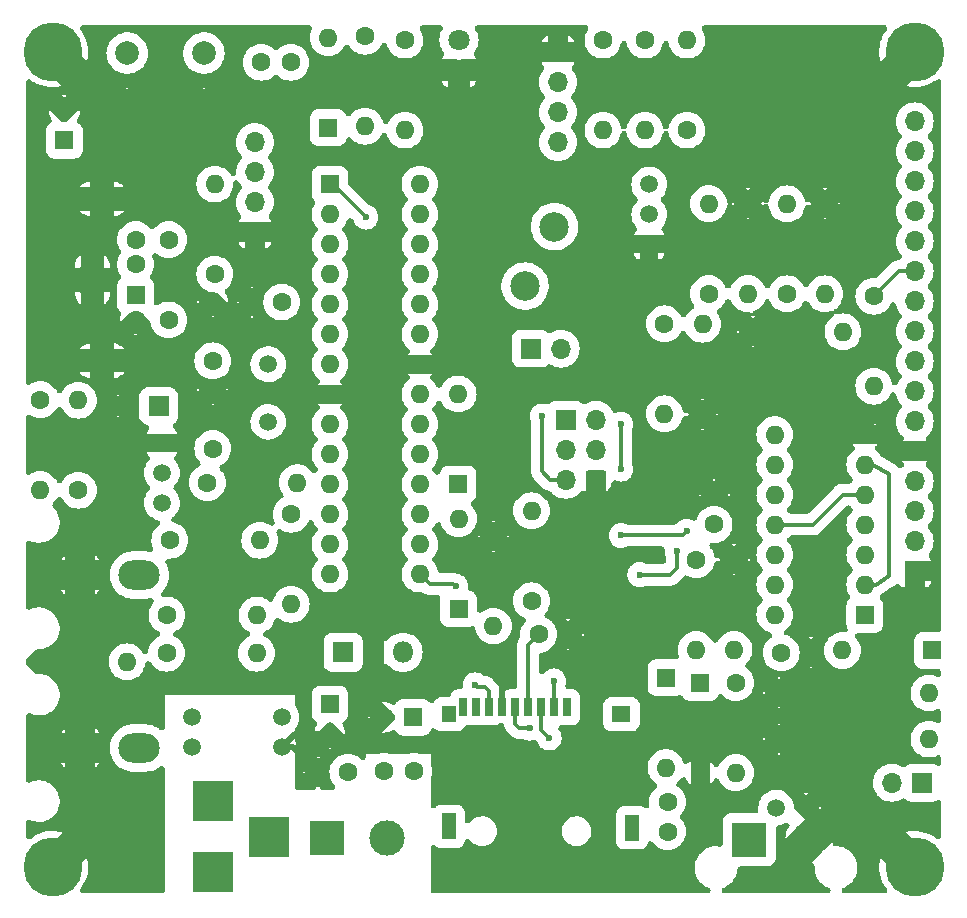
<source format=gbr>
%TF.GenerationSoftware,KiCad,Pcbnew,(6.0.11)*%
%TF.CreationDate,2023-02-05T16:58:01-06:00*%
%TF.ProjectId,PortableTerminal,506f7274-6162-46c6-9554-65726d696e61,rev?*%
%TF.SameCoordinates,Original*%
%TF.FileFunction,Copper,L1,Top*%
%TF.FilePolarity,Positive*%
%FSLAX46Y46*%
G04 Gerber Fmt 4.6, Leading zero omitted, Abs format (unit mm)*
G04 Created by KiCad (PCBNEW (6.0.11)) date 2023-02-05 16:58:01*
%MOMM*%
%LPD*%
G01*
G04 APERTURE LIST*
%TA.AperFunction,ComponentPad*%
%ADD10R,1.600000X1.600000*%
%TD*%
%TA.AperFunction,ComponentPad*%
%ADD11C,1.600000*%
%TD*%
%TA.AperFunction,ComponentPad*%
%ADD12O,1.600000X1.600000*%
%TD*%
%TA.AperFunction,ComponentPad*%
%ADD13R,3.500000X3.500000*%
%TD*%
%TA.AperFunction,ComponentPad*%
%ADD14R,1.700000X1.700000*%
%TD*%
%TA.AperFunction,ComponentPad*%
%ADD15O,1.700000X1.700000*%
%TD*%
%TA.AperFunction,ComponentPad*%
%ADD16O,2.500000X3.500000*%
%TD*%
%TA.AperFunction,ComponentPad*%
%ADD17O,3.500000X2.500000*%
%TD*%
%TA.AperFunction,ComponentPad*%
%ADD18O,3.500000X2.000000*%
%TD*%
%TA.AperFunction,ComponentPad*%
%ADD19O,2.000000X4.000000*%
%TD*%
%TA.AperFunction,ComponentPad*%
%ADD20C,2.500000*%
%TD*%
%TA.AperFunction,ComponentPad*%
%ADD21C,2.000000*%
%TD*%
%TA.AperFunction,ComponentPad*%
%ADD22R,1.800000X1.800000*%
%TD*%
%TA.AperFunction,ComponentPad*%
%ADD23O,1.800000X1.800000*%
%TD*%
%TA.AperFunction,SMDPad,CuDef*%
%ADD24R,1.600000X1.400000*%
%TD*%
%TA.AperFunction,SMDPad,CuDef*%
%ADD25R,1.200000X2.200000*%
%TD*%
%TA.AperFunction,SMDPad,CuDef*%
%ADD26R,0.700000X1.600000*%
%TD*%
%TA.AperFunction,SMDPad,CuDef*%
%ADD27R,1.200000X1.400000*%
%TD*%
%TA.AperFunction,ComponentPad*%
%ADD28C,1.500000*%
%TD*%
%TA.AperFunction,ComponentPad*%
%ADD29C,1.800000*%
%TD*%
%TA.AperFunction,ComponentPad*%
%ADD30R,1.520000X1.520000*%
%TD*%
%TA.AperFunction,ComponentPad*%
%ADD31C,1.520000*%
%TD*%
%TA.AperFunction,ComponentPad*%
%ADD32R,3.000000X3.000000*%
%TD*%
%TA.AperFunction,ComponentPad*%
%ADD33C,3.000000*%
%TD*%
%TA.AperFunction,ComponentPad*%
%ADD34C,5.000000*%
%TD*%
%TA.AperFunction,ViaPad*%
%ADD35C,0.600000*%
%TD*%
%TA.AperFunction,Conductor*%
%ADD36C,0.500000*%
%TD*%
%TA.AperFunction,Conductor*%
%ADD37C,0.350000*%
%TD*%
G04 APERTURE END LIST*
D10*
%TO.P,C1,1*%
%TO.N,+12V*%
X78480000Y-121230000D03*
D11*
%TO.P,C1,2*%
%TO.N,GND*%
X78480000Y-123730000D03*
%TD*%
%TO.P,C2,1*%
%TO.N,RESET*%
X75170000Y-66900000D03*
%TO.P,C2,2*%
%TO.N,Net-(C2-Pad2)*%
X72670000Y-66900000D03*
%TD*%
D10*
%TO.P,C3,1*%
%TO.N,+5V*%
X56000000Y-73500000D03*
D11*
%TO.P,C3,2*%
%TO.N,GND*%
X56000000Y-71000000D03*
%TD*%
%TO.P,C4,1*%
%TO.N,+5V*%
X74400000Y-87200000D03*
%TO.P,C4,2*%
%TO.N,GND*%
X71900000Y-87200000D03*
%TD*%
%TO.P,C5,1*%
%TO.N,GND*%
X68560000Y-87170000D03*
%TO.P,C5,2*%
%TO.N,Net-(C5-Pad2)*%
X68560000Y-92170000D03*
%TD*%
%TO.P,C6,1*%
%TO.N,GND*%
X68560000Y-94600000D03*
%TO.P,C6,2*%
%TO.N,Net-(C6-Pad2)*%
X68560000Y-99600000D03*
%TD*%
%TO.P,C7,1*%
%TO.N,Net-(R9-Pad2)*%
X96150000Y-115340000D03*
%TO.P,C7,2*%
%TO.N,GND*%
X98650000Y-115340000D03*
%TD*%
D10*
%TO.P,C8,1*%
%TO.N,+5V*%
X85520000Y-122350000D03*
D11*
%TO.P,C8,2*%
%TO.N,GND*%
X83020000Y-122350000D03*
%TD*%
D10*
%TO.P,D1,1,K*%
%TO.N,+5V*%
X78330000Y-72430000D03*
D12*
%TO.P,D1,2,A*%
%TO.N,RESET*%
X78330000Y-64810000D03*
%TD*%
D10*
%TO.P,D2,1,K*%
%TO.N,Net-(D2-Pad1)*%
X89340000Y-102600000D03*
D12*
%TO.P,D2,2,A*%
%TO.N,+5V*%
X89340000Y-94980000D03*
%TD*%
D10*
%TO.P,D3,1,K*%
%TO.N,Net-(R9-Pad2)*%
X89380000Y-113160000D03*
D12*
%TO.P,D3,2,A*%
%TO.N,Net-(D2-Pad1)*%
X89380000Y-105540000D03*
%TD*%
D13*
%TO.P,J1,1*%
%TO.N,Net-(J11-Pad1)*%
X68620000Y-129460000D03*
%TO.P,J1,2*%
%TO.N,Net-(J11-Pad2)*%
X68620000Y-135460000D03*
%TO.P,J1,3*%
%TO.N,unconnected-(J1-Pad3)*%
X73320000Y-132460000D03*
%TD*%
D14*
%TO.P,J4,1,Pin_1*%
%TO.N,MISO*%
X98450000Y-97160000D03*
D15*
%TO.P,J4,2,Pin_2*%
%TO.N,Net-(J4-Pad2)*%
X100990000Y-97160000D03*
%TO.P,J4,3,Pin_3*%
%TO.N,SCK*%
X98450000Y-99700000D03*
%TO.P,J4,4,Pin_4*%
%TO.N,MOSI*%
X100990000Y-99700000D03*
%TO.P,J4,5,Pin_5*%
%TO.N,RESET*%
X98450000Y-102240000D03*
%TO.P,J4,6,Pin_6*%
%TO.N,GND*%
X100990000Y-102240000D03*
%TD*%
D14*
%TO.P,J7,1,Pin_1*%
%TO.N,GND*%
X97790000Y-66040000D03*
D15*
%TO.P,J7,2,Pin_2*%
%TO.N,SCL*%
X97790000Y-68580000D03*
%TO.P,J7,3,Pin_3*%
%TO.N,SDA*%
X97790000Y-71120000D03*
%TO.P,J7,4,Pin_4*%
%TO.N,+5V*%
X97790000Y-73660000D03*
%TD*%
D14*
%TO.P,J8,1,Pin_1*%
%TO.N,GND*%
X72136000Y-81280000D03*
D15*
%TO.P,J8,2,Pin_2*%
%TO.N,TX*%
X72136000Y-78740000D03*
%TO.P,J8,3,Pin_3*%
%TO.N,RX*%
X72136000Y-76200000D03*
%TO.P,J8,4,Pin_4*%
%TO.N,Net-(C2-Pad2)*%
X72136000Y-73660000D03*
%TD*%
D16*
%TO.P,J9,1,SHIELD*%
%TO.N,GND*%
X57340000Y-110310000D03*
D17*
%TO.P,J9,2,PIN*%
%TO.N,Net-(Q1-Pad3)*%
X62340000Y-110310000D03*
%TD*%
D16*
%TO.P,J10,1,SHIELD*%
%TO.N,GND*%
X57340000Y-124950000D03*
D17*
%TO.P,J10,2,PIN*%
%TO.N,Net-(J10-Pad2)*%
X62340000Y-124950000D03*
%TD*%
D14*
%TO.P,JP1,1,1*%
%TO.N,+5V*%
X95480000Y-91140000D03*
D15*
%TO.P,JP1,2,2*%
%TO.N,Net-(J4-Pad2)*%
X98020000Y-91140000D03*
%TD*%
D10*
%TO.P,P1,1,1*%
%TO.N,PS2DATA*%
X62030000Y-86610000D03*
D11*
%TO.P,P1,2,2*%
%TO.N,unconnected-(P1-Pad2)*%
X62030000Y-84010000D03*
%TO.P,P1,3,3*%
%TO.N,GND*%
X62030000Y-88710000D03*
%TO.P,P1,4,4*%
%TO.N,+5V*%
X62030000Y-81910000D03*
%TO.P,P1,5,5*%
%TO.N,PS2CLK*%
X64830000Y-88710000D03*
%TO.P,P1,6*%
%TO.N,unconnected-(P1-Pad6)*%
X64830000Y-81910000D03*
D18*
%TO.P,P1,7,Shell*%
%TO.N,GND*%
X59180000Y-78460000D03*
D19*
X58380000Y-85310000D03*
D18*
X59180000Y-92160000D03*
%TD*%
D11*
%TO.P,R1,1*%
%TO.N,RESET*%
X81460000Y-64690000D03*
D12*
%TO.P,R1,2*%
%TO.N,+5V*%
X81460000Y-72310000D03*
%TD*%
D11*
%TO.P,R2,1*%
%TO.N,SDA*%
X105156000Y-65024000D03*
D12*
%TO.P,R2,2*%
%TO.N,+5V*%
X105156000Y-72644000D03*
%TD*%
D11*
%TO.P,R3,1*%
%TO.N,SCL*%
X101600000Y-65024000D03*
D12*
%TO.P,R3,2*%
%TO.N,+5V*%
X101600000Y-72644000D03*
%TD*%
D11*
%TO.P,R4,1*%
%TO.N,Net-(Q1-Pad3)*%
X64920000Y-107370000D03*
D12*
%TO.P,R4,2*%
%TO.N,MOSI*%
X72540000Y-107370000D03*
%TD*%
D11*
%TO.P,R5,1*%
%TO.N,GND*%
X53680000Y-117650000D03*
D12*
%TO.P,R5,2*%
%TO.N,Net-(Q1-Pad3)*%
X61300000Y-117650000D03*
%TD*%
D11*
%TO.P,R6,1*%
%TO.N,+5V*%
X108712000Y-72644000D03*
D12*
%TO.P,R6,2*%
%TO.N,Net-(R6-Pad2)*%
X108712000Y-65024000D03*
%TD*%
D11*
%TO.P,R7,1*%
%TO.N,Net-(J10-Pad2)*%
X64650000Y-116930000D03*
D12*
%TO.P,R7,2*%
%TO.N,Net-(R7-Pad2)*%
X72270000Y-116930000D03*
%TD*%
D11*
%TO.P,R8,1*%
%TO.N,Net-(J10-Pad2)*%
X64680000Y-113690000D03*
D12*
%TO.P,R8,2*%
%TO.N,Net-(R8-Pad2)*%
X72300000Y-113690000D03*
%TD*%
D11*
%TO.P,R9,1*%
%TO.N,GND*%
X92330000Y-107010000D03*
D12*
%TO.P,R9,2*%
%TO.N,Net-(R9-Pad2)*%
X92330000Y-114630000D03*
%TD*%
D11*
%TO.P,R10,1*%
%TO.N,Net-(U4-Pad3)*%
X117180000Y-86500000D03*
D12*
%TO.P,R10,2*%
%TO.N,MOSI*%
X117180000Y-78880000D03*
%TD*%
D11*
%TO.P,R11,1*%
%TO.N,GND*%
X120390000Y-78870000D03*
D12*
%TO.P,R11,2*%
%TO.N,Net-(U4-Pad3)*%
X120390000Y-86490000D03*
%TD*%
D11*
%TO.P,R12,1*%
%TO.N,Net-(U4-Pad5)*%
X110540000Y-86480000D03*
D12*
%TO.P,R12,2*%
%TO.N,SCK*%
X110540000Y-78860000D03*
%TD*%
D11*
%TO.P,R13,1*%
%TO.N,GND*%
X113870000Y-78860000D03*
D12*
%TO.P,R13,2*%
%TO.N,Net-(U4-Pad5)*%
X113870000Y-86480000D03*
%TD*%
D11*
%TO.P,R14,1*%
%TO.N,Net-(U4-Pad2)*%
X106810000Y-89040000D03*
D12*
%TO.P,R14,2*%
%TO.N,CS*%
X106810000Y-96660000D03*
%TD*%
D11*
%TO.P,R15,1*%
%TO.N,GND*%
X110030000Y-96700000D03*
D12*
%TO.P,R15,2*%
%TO.N,Net-(U4-Pad2)*%
X110030000Y-89080000D03*
%TD*%
D11*
%TO.P,R16,1*%
%TO.N,+5V*%
X57190000Y-103130000D03*
D12*
%TO.P,R16,2*%
%TO.N,PS2CLK*%
X57190000Y-95510000D03*
%TD*%
D11*
%TO.P,R17,1*%
%TO.N,PS2DATA*%
X53970000Y-95460000D03*
D12*
%TO.P,R17,2*%
%TO.N,+5V*%
X53970000Y-103080000D03*
%TD*%
D20*
%TO.P,RV1,1,1*%
%TO.N,+5V*%
X94996000Y-85852000D03*
%TO.P,RV1,2,2*%
%TO.N,Net-(RV1-Pad2)*%
X97496000Y-80812000D03*
%TO.P,RV1,3,3*%
%TO.N,GND*%
X99996000Y-85852000D03*
%TD*%
D21*
%TO.P,SW1,1,1*%
%TO.N,GND*%
X61318000Y-70612000D03*
X67818000Y-70612000D03*
%TO.P,SW1,2,2*%
%TO.N,RESET*%
X67818000Y-66112000D03*
X61318000Y-66112000D03*
%TD*%
D22*
%TO.P,U1,1,VI*%
%TO.N,+12V*%
X79600000Y-116850000D03*
D23*
%TO.P,U1,2,GND*%
%TO.N,GND*%
X82140000Y-116850000D03*
%TO.P,U1,3,VO*%
%TO.N,+5V*%
X84680000Y-116850000D03*
%TD*%
D10*
%TO.P,U2,1,(PCINT14/~{RESET})PC6*%
%TO.N,RESET*%
X78486000Y-77216000D03*
D12*
%TO.P,U2,2,(PCINT16/RXD)PD0*%
%TO.N,RX*%
X78486000Y-79756000D03*
%TO.P,U2,3,(PCINT17/TXD)PD1*%
%TO.N,TX*%
X78486000Y-82296000D03*
%TO.P,U2,4,(PCINT18/INT0)PD2*%
%TO.N,PS2DATA*%
X78486000Y-84836000D03*
%TO.P,U2,5,(PCINT19/OC2B/INT1)PD3*%
%TO.N,PS2CLK*%
X78486000Y-87376000D03*
%TO.P,U2,6,(PCINT20/XCK/T0)PD4*%
%TO.N,Net-(U2-Pad6)*%
X78486000Y-89916000D03*
%TO.P,U2,7,VCC*%
%TO.N,+5V*%
X78486000Y-92456000D03*
%TO.P,U2,8,GND*%
%TO.N,GND*%
X78486000Y-94996000D03*
%TO.P,U2,9,(PCINT6/XTAL1/TOSC1)PB6*%
%TO.N,Net-(C5-Pad2)*%
X78486000Y-97536000D03*
%TO.P,U2,10,(PCINT7/XTAL2/TOSC2)PB7*%
%TO.N,Net-(C6-Pad2)*%
X78486000Y-100076000D03*
%TO.P,U2,11,(PCINT21/OC0B/T1)PD5*%
%TO.N,MUTE*%
X78486000Y-102616000D03*
%TO.P,U2,12,(PCINT22/OC0A/AIN0)PD6*%
%TO.N,RS*%
X78486000Y-105156000D03*
%TO.P,U2,13,(PCINT23/AIN1)PD7*%
%TO.N,Net-(R8-Pad2)*%
X78486000Y-107696000D03*
%TO.P,U2,14,(PCINT0/CLKO/ICP1)PB0*%
%TO.N,E*%
X78486000Y-110236000D03*
%TO.P,U2,15,(PCINT1/OC1A)PB1*%
%TO.N,Net-(R7-Pad2)*%
X86106000Y-110236000D03*
%TO.P,U2,16,(PCINT2/OC1B/~{SS})PB2*%
%TO.N,CS*%
X86106000Y-107696000D03*
%TO.P,U2,17,(PCINT3/OC2A/MOSI)PB3*%
%TO.N,MOSI*%
X86106000Y-105156000D03*
%TO.P,U2,18,(PCINT4/MISO)PB4*%
%TO.N,MISO*%
X86106000Y-102616000D03*
%TO.P,U2,19,(PCINT5/SCK)PB5*%
%TO.N,SCK*%
X86106000Y-100076000D03*
%TO.P,U2,20,AVCC*%
%TO.N,+5V*%
X86106000Y-97536000D03*
%TO.P,U2,21,AREF*%
%TO.N,unconnected-(U2-Pad21)*%
X86106000Y-94996000D03*
%TO.P,U2,22,GND*%
%TO.N,GND*%
X86106000Y-92456000D03*
%TO.P,U2,23,(PCINT8/ADC0)PC0*%
%TO.N,DB4*%
X86106000Y-89916000D03*
%TO.P,U2,24,(PCINT9/ADC1)PC1*%
%TO.N,DB5*%
X86106000Y-87376000D03*
%TO.P,U2,25,(PCINT10/ADC2)PC2*%
%TO.N,DB6*%
X86106000Y-84836000D03*
%TO.P,U2,26,(PCINT11/ADC3)PC3*%
%TO.N,DB7*%
X86106000Y-82296000D03*
%TO.P,U2,27,(PCINT12/SDA/ADC4)PC4*%
%TO.N,SDA*%
X86106000Y-79756000D03*
%TO.P,U2,28,(PCINT13/SCL/ADC5)PC5*%
%TO.N,SCL*%
X86106000Y-77216000D03*
%TD*%
D14*
%TO.P,U3,1,VSS*%
%TO.N,GND*%
X128000000Y-110000000D03*
D15*
%TO.P,U3,2,VDD*%
%TO.N,+5V*%
X128000000Y-107460000D03*
%TO.P,U3,3,VO*%
%TO.N,Net-(RV1-Pad2)*%
X128000000Y-104920000D03*
%TO.P,U3,4,RS*%
%TO.N,RS*%
X128000000Y-102380000D03*
%TO.P,U3,5,R/~{W}*%
%TO.N,GND*%
X128000000Y-99840000D03*
%TO.P,U3,6,E*%
%TO.N,E*%
X128000000Y-97300000D03*
%TO.P,U3,7,DB0*%
%TO.N,unconnected-(U3-Pad7)*%
X128000000Y-94760000D03*
%TO.P,U3,8,DB1*%
%TO.N,unconnected-(U3-Pad8)*%
X128000000Y-92220000D03*
%TO.P,U3,9,DB2*%
%TO.N,unconnected-(U3-Pad9)*%
X128000000Y-89680000D03*
%TO.P,U3,10,DB3*%
%TO.N,unconnected-(U3-Pad10)*%
X128000000Y-87140000D03*
%TO.P,U3,11,DB4*%
%TO.N,DB4*%
X128000000Y-84600000D03*
%TO.P,U3,12,DB5*%
%TO.N,DB5*%
X128000000Y-82060000D03*
%TO.P,U3,13,DB6*%
%TO.N,DB6*%
X128000000Y-79520000D03*
%TO.P,U3,14,DB7*%
%TO.N,DB7*%
X128000000Y-76980000D03*
%TO.P,U3,15,A/VEE*%
%TO.N,Net-(R6-Pad2)*%
X128000000Y-74440000D03*
%TO.P,U3,16,K*%
%TO.N,Net-(Q2-Pad3)*%
X128000000Y-71900000D03*
%TD*%
D24*
%TO.P,U4,*%
%TO.N,*%
X103160000Y-122100000D03*
D25*
X88560000Y-131600000D03*
D26*
%TO.P,U4,1*%
%TO.N,N/C*%
X98560000Y-121500000D03*
%TO.P,U4,2,~{CS}*%
%TO.N,Net-(U4-Pad2)*%
X97460000Y-121500000D03*
%TO.P,U4,3,DI*%
%TO.N,Net-(U4-Pad3)*%
X96360000Y-121500000D03*
%TO.P,U4,4,VDD*%
%TO.N,Net-(R9-Pad2)*%
X95260000Y-121500000D03*
%TO.P,U4,5,SCLK*%
%TO.N,Net-(U4-Pad5)*%
X94160000Y-121500000D03*
%TO.P,U4,6,GND*%
%TO.N,GND*%
X93060000Y-121500000D03*
%TO.P,U4,7,DO*%
%TO.N,MISO*%
X91960000Y-121500000D03*
%TO.P,U4,8*%
%TO.N,N/C*%
X90860000Y-121500000D03*
%TO.P,U4,9,CD*%
%TO.N,unconnected-(U4-Pad9)*%
X89760000Y-121500000D03*
D27*
%TO.P,U4,10*%
%TO.N,N/C*%
X88560000Y-122100000D03*
D25*
%TO.P,U4,~*%
X104060000Y-131700000D03*
%TD*%
D28*
%TO.P,Y1,1,1*%
%TO.N,Net-(C6-Pad2)*%
X73260000Y-97340000D03*
%TO.P,Y1,2,2*%
%TO.N,Net-(C5-Pad2)*%
X73260000Y-92460000D03*
%TD*%
D22*
%TO.P,D4,1,K*%
%TO.N,GND*%
X89408000Y-67564000D03*
D29*
%TO.P,D4,2,A*%
%TO.N,Net-(D4-Pad2)*%
X89408000Y-65024000D03*
%TD*%
D11*
%TO.P,R18,1*%
%TO.N,Net-(D4-Pad2)*%
X84836000Y-65024000D03*
D12*
%TO.P,R18,2*%
%TO.N,+5V*%
X84836000Y-72644000D03*
%TD*%
D30*
%TO.P,Q1,1,E*%
%TO.N,GND*%
X64260000Y-99100000D03*
D31*
%TO.P,Q1,2,B*%
%TO.N,Net-(Q1-Pad2)*%
X64260000Y-101640000D03*
%TO.P,Q1,3,C*%
%TO.N,Net-(Q1-Pad3)*%
X64260000Y-104180000D03*
%TD*%
D11*
%TO.P,R19,1*%
%TO.N,Net-(Q1-Pad2)*%
X68110000Y-102490000D03*
D12*
%TO.P,R19,2*%
%TO.N,MUTE*%
X75730000Y-102490000D03*
%TD*%
D14*
%TO.P,JP2,1,1*%
%TO.N,Net-(U2-Pad6)*%
X64008000Y-96012000D03*
D15*
%TO.P,JP2,2,2*%
%TO.N,GND*%
X61468000Y-96012000D03*
%TD*%
D11*
%TO.P,R20,1*%
%TO.N,Net-(U2-Pad6)*%
X68730000Y-84830000D03*
D12*
%TO.P,R20,2*%
%TO.N,+5V*%
X68730000Y-77210000D03*
%TD*%
D32*
%TO.P,J11,1,Pin_1*%
%TO.N,Net-(J11-Pad1)*%
X78232000Y-132588000D03*
D33*
%TO.P,J11,2,Pin_2*%
%TO.N,Net-(J11-Pad2)*%
X83312000Y-132588000D03*
%TD*%
D30*
%TO.P,Q2,1,E*%
%TO.N,GND*%
X105520000Y-82320000D03*
D31*
%TO.P,Q2,2,B*%
%TO.N,Net-(Q2-Pad2)*%
X105520000Y-79780000D03*
%TO.P,Q2,3,C*%
%TO.N,Net-(Q2-Pad3)*%
X105520000Y-77240000D03*
%TD*%
D11*
%TO.P,R21,1*%
%TO.N,Net-(R7-Pad2)*%
X95550000Y-112490000D03*
D12*
%TO.P,R21,2*%
%TO.N,Net-(Q2-Pad2)*%
X95550000Y-104870000D03*
%TD*%
D11*
%TO.P,C9,1*%
%TO.N,Net-(C9-Pad1)*%
X107070000Y-129530000D03*
%TO.P,C9,2*%
%TO.N,Net-(D7-Pad2)*%
X107070000Y-132030000D03*
%TD*%
%TO.P,C10,1*%
%TO.N,+5V*%
X116700000Y-116900000D03*
%TO.P,C10,2*%
%TO.N,GND*%
X119200000Y-116900000D03*
%TD*%
D10*
%TO.P,D5,1,K*%
%TO.N,Net-(R24-Pad2)*%
X109830000Y-119420000D03*
D12*
%TO.P,D5,2,A*%
%TO.N,GND*%
X109830000Y-127040000D03*
%TD*%
D10*
%TO.P,D6,1,K*%
%TO.N,+5V*%
X129500000Y-116700000D03*
D12*
%TO.P,D6,2,A*%
%TO.N,Net-(R24-Pad2)*%
X121880000Y-116700000D03*
%TD*%
D28*
%TO.P,J12,1,In*%
%TO.N,Net-(D7-Pad2)*%
X116260000Y-130000000D03*
D32*
X113974000Y-132728000D03*
D33*
%TO.P,J12,2,Ext*%
%TO.N,GND*%
X119054000Y-132728000D03*
D28*
X118800000Y-130000000D03*
%TD*%
D11*
%TO.P,R22,1*%
%TO.N,GND*%
X116500000Y-124200000D03*
D12*
%TO.P,R22,2*%
%TO.N,Net-(JP3-Pad1)*%
X129200000Y-124200000D03*
%TD*%
D11*
%TO.P,R23,1*%
%TO.N,GND*%
X116500000Y-120300000D03*
D12*
%TO.P,R23,2*%
%TO.N,Net-(JP3-Pad1)*%
X129200000Y-120300000D03*
%TD*%
D11*
%TO.P,R24,1*%
%TO.N,GND*%
X112700000Y-109000000D03*
D12*
%TO.P,R24,2*%
%TO.N,Net-(R24-Pad2)*%
X112700000Y-116620000D03*
%TD*%
D11*
%TO.P,R25,1*%
%TO.N,MUTE*%
X75200000Y-105170000D03*
D12*
%TO.P,R25,2*%
%TO.N,Net-(R25-Pad2)*%
X75200000Y-112790000D03*
%TD*%
D10*
%TO.P,U5,1,Cd*%
%TO.N,+5V*%
X123770000Y-113660000D03*
D12*
%TO.P,U5,2,D*%
%TO.N,Net-(U5-Pad2)*%
X123770000Y-111120000D03*
%TO.P,U5,3,Cp*%
%TO.N,Net-(R24-Pad2)*%
X123770000Y-108580000D03*
%TO.P,U5,4,Sd*%
%TO.N,+5V*%
X123770000Y-106040000D03*
%TO.P,U5,5,Q*%
%TO.N,Net-(U5-Pad11)*%
X123770000Y-103500000D03*
%TO.P,U5,6,~{Q}*%
%TO.N,Net-(U5-Pad2)*%
X123770000Y-100960000D03*
%TO.P,U5,7,GND*%
%TO.N,GND*%
X123770000Y-98420000D03*
%TO.P,U5,8,~{Q}*%
%TO.N,Net-(U5-Pad12)*%
X116150000Y-98420000D03*
%TO.P,U5,9,Q*%
%TO.N,Net-(R25-Pad2)*%
X116150000Y-100960000D03*
%TO.P,U5,10,Sd*%
%TO.N,+5V*%
X116150000Y-103500000D03*
%TO.P,U5,11,Cp*%
%TO.N,Net-(U5-Pad11)*%
X116150000Y-106040000D03*
%TO.P,U5,12,D*%
%TO.N,Net-(U5-Pad12)*%
X116150000Y-108580000D03*
%TO.P,U5,13,Cd*%
%TO.N,RS*%
X116150000Y-111120000D03*
%TO.P,U5,14,VCC*%
%TO.N,+5V*%
X116150000Y-113660000D03*
%TD*%
D11*
%TO.P,R26,1*%
%TO.N,Net-(R24-Pad2)*%
X112850000Y-119420000D03*
D12*
%TO.P,R26,2*%
%TO.N,Net-(C9-Pad1)*%
X112850000Y-127040000D03*
%TD*%
D11*
%TO.P,C11,1*%
%TO.N,Net-(R28-Pad2)*%
X111010000Y-106030000D03*
%TO.P,C11,2*%
%TO.N,GND*%
X111010000Y-103530000D03*
%TD*%
D10*
%TO.P,D7,1,K*%
%TO.N,Net-(D7-Pad1)*%
X106930000Y-119000000D03*
D12*
%TO.P,D7,2,A*%
%TO.N,Net-(D7-Pad2)*%
X106930000Y-126620000D03*
%TD*%
D11*
%TO.P,R27,1*%
%TO.N,Net-(R28-Pad2)*%
X109500000Y-109000000D03*
D12*
%TO.P,R27,2*%
%TO.N,Net-(D7-Pad1)*%
X109500000Y-116620000D03*
%TD*%
D11*
%TO.P,R28,1*%
%TO.N,DB4*%
X124530000Y-86700000D03*
D12*
%TO.P,R28,2*%
%TO.N,Net-(R28-Pad2)*%
X124530000Y-94320000D03*
%TD*%
D11*
%TO.P,R29,1*%
%TO.N,GND*%
X114300000Y-89720000D03*
D12*
%TO.P,R29,2*%
%TO.N,DB4*%
X121920000Y-89720000D03*
%TD*%
D11*
%TO.P,C12,1*%
%TO.N,Net-(J11-Pad1)*%
X83090000Y-126930000D03*
%TO.P,C12,2*%
%TO.N,Net-(J11-Pad2)*%
X85590000Y-126930000D03*
%TD*%
%TO.P,C13,1*%
%TO.N,+12V*%
X80000000Y-127000000D03*
%TO.P,C13,2*%
%TO.N,GND*%
X77500000Y-127000000D03*
%TD*%
D28*
%TO.P,T1,1*%
%TO.N,Net-(J11-Pad1)*%
X66770000Y-122340000D03*
%TO.P,T1,2*%
%TO.N,+12V*%
X74390000Y-122340000D03*
%TO.P,T1,3*%
%TO.N,Net-(J11-Pad2)*%
X66770000Y-124880000D03*
%TO.P,T1,4*%
%TO.N,GND*%
X74390000Y-124880000D03*
%TD*%
D14*
%TO.P,JP3,1,1*%
%TO.N,Net-(JP3-Pad1)*%
X128600000Y-127900000D03*
D15*
%TO.P,JP3,2,2*%
%TO.N,Net-(D7-Pad2)*%
X126060000Y-127900000D03*
%TD*%
D34*
%TO.P,J2,1,Pin_1*%
%TO.N,GND*%
X55000000Y-66000000D03*
%TD*%
%TO.P,J3,1,Pin_1*%
%TO.N,GND*%
X55000000Y-135000000D03*
%TD*%
%TO.P,J5,1,Pin_1*%
%TO.N,GND*%
X128000000Y-66000000D03*
%TD*%
%TO.P,J6,1,Pin_1*%
%TO.N,GND*%
X128000000Y-135000000D03*
%TD*%
D35*
%TO.N,RESET*%
X81534000Y-80010000D03*
X96450000Y-96850000D03*
%TO.N,MISO*%
X90780000Y-119610000D03*
%TO.N,RS*%
X103140000Y-106960000D03*
X108700000Y-106600000D03*
%TO.N,E*%
X104720000Y-110280000D03*
X107870000Y-108260000D03*
%TO.N,Net-(Q2-Pad2)*%
X103124000Y-101346000D03*
X103124000Y-97536000D03*
%TO.N,Net-(R7-Pad2)*%
X89130000Y-111260000D03*
%TO.N,Net-(U4-Pad3)*%
X97050000Y-124110000D03*
%TO.N,Net-(U4-Pad5)*%
X95420000Y-123280000D03*
%TO.N,Net-(U4-Pad2)*%
X97430000Y-119280000D03*
%TD*%
D36*
%TO.N,GND*%
X54100000Y-117650000D02*
X57340000Y-114410000D01*
X57340000Y-114410000D02*
X57340000Y-110310000D01*
X54520000Y-117650000D02*
X57340000Y-120470000D01*
X57340000Y-120470000D02*
X57340000Y-124950000D01*
X93060000Y-119510000D02*
X93320000Y-119250000D01*
X75540000Y-123730000D02*
X74390000Y-124880000D01*
X75380000Y-124880000D02*
X77500000Y-127000000D01*
X53680000Y-117650000D02*
X54520000Y-117650000D01*
X78480000Y-123730000D02*
X75540000Y-123730000D01*
X53680000Y-117650000D02*
X54100000Y-117650000D01*
X93060000Y-119510000D02*
X93060000Y-121500000D01*
X74390000Y-124880000D02*
X75380000Y-124880000D01*
D37*
%TO.N,RESET*%
X81534000Y-80010000D02*
X78740000Y-77216000D01*
X78740000Y-77216000D02*
X78486000Y-77216000D01*
X97140000Y-102240000D02*
X96440000Y-101540000D01*
X96440000Y-101540000D02*
X96450000Y-96850000D01*
X98450000Y-102240000D02*
X97140000Y-102240000D01*
%TO.N,Net-(R9-Pad2)*%
X95260000Y-116230000D02*
X96150000Y-115340000D01*
X95260000Y-121500000D02*
X95260000Y-116230000D01*
%TO.N,MISO*%
X90780000Y-119610000D02*
X90950000Y-119780000D01*
X90950000Y-119780000D02*
X91590000Y-119780000D01*
X91590000Y-119780000D02*
X91960000Y-120150000D01*
X91960000Y-120150000D02*
X91960000Y-121500000D01*
%TO.N,DB4*%
X126630000Y-84600000D02*
X124530000Y-86700000D01*
X128000000Y-84600000D02*
X126630000Y-84600000D01*
%TO.N,RS*%
X108340000Y-106960000D02*
X108700000Y-106600000D01*
X108340000Y-106960000D02*
X103140000Y-106960000D01*
%TO.N,E*%
X107290000Y-110280000D02*
X107870000Y-109700000D01*
X107870000Y-109700000D02*
X107870000Y-108260000D01*
X104720000Y-110280000D02*
X107290000Y-110280000D01*
%TO.N,Net-(Q2-Pad2)*%
X103124000Y-101346000D02*
X103124000Y-97536000D01*
%TO.N,Net-(U5-Pad2)*%
X124450000Y-100960000D02*
X125810000Y-101720000D01*
X125810000Y-101720000D02*
X125810000Y-110400000D01*
X125810000Y-110400000D02*
X124690000Y-111120000D01*
X124690000Y-111120000D02*
X123770000Y-111120000D01*
X123770000Y-100960000D02*
X124450000Y-100960000D01*
%TO.N,Net-(U5-Pad11)*%
X121900000Y-103500000D02*
X119360000Y-106040000D01*
X119360000Y-106040000D02*
X116150000Y-106040000D01*
X123770000Y-103500000D02*
X121900000Y-103500000D01*
%TO.N,Net-(R7-Pad2)*%
X89130000Y-111260000D02*
X88930000Y-111060000D01*
X88930000Y-111060000D02*
X86930000Y-111060000D01*
X86930000Y-111060000D02*
X86106000Y-110236000D01*
%TO.N,Net-(U4-Pad3)*%
X97050000Y-124110000D02*
X96360000Y-123420000D01*
X96360000Y-123420000D02*
X96360000Y-121500000D01*
%TO.N,Net-(U4-Pad5)*%
X95420000Y-123280000D02*
X95400000Y-123260000D01*
X95400000Y-123260000D02*
X94530000Y-123260000D01*
X94530000Y-123260000D02*
X94160000Y-122890000D01*
X94160000Y-122890000D02*
X94160000Y-121500000D01*
%TO.N,Net-(U4-Pad2)*%
X97430000Y-119280000D02*
X97460000Y-119310000D01*
X97460000Y-119310000D02*
X97460000Y-121500000D01*
%TD*%
%TA.AperFunction,Conductor*%
%TO.N,GND*%
G36*
X76814114Y-63769454D02*
G01*
X76894896Y-63823430D01*
X76948872Y-63904212D01*
X76967826Y-63999500D01*
X76948872Y-64094788D01*
X76946012Y-64100992D01*
X76944223Y-64103911D01*
X76850828Y-64329388D01*
X76848546Y-64338893D01*
X76804609Y-64521902D01*
X76793854Y-64566698D01*
X76774706Y-64810000D01*
X76775474Y-64819759D01*
X76792316Y-65033758D01*
X76793854Y-65053302D01*
X76796137Y-65062812D01*
X76796138Y-65062817D01*
X76814285Y-65138402D01*
X76850828Y-65290612D01*
X76944223Y-65516089D01*
X76949337Y-65524435D01*
X76949340Y-65524440D01*
X76975414Y-65566988D01*
X77071741Y-65724179D01*
X77230241Y-65909759D01*
X77415821Y-66068259D01*
X77477032Y-66105769D01*
X77615560Y-66190660D01*
X77615565Y-66190663D01*
X77623911Y-66195777D01*
X77849388Y-66289172D01*
X77858893Y-66291454D01*
X78077183Y-66343862D01*
X78077188Y-66343863D01*
X78086698Y-66346146D01*
X78096455Y-66346914D01*
X78096456Y-66346914D01*
X78320241Y-66364526D01*
X78330000Y-66365294D01*
X78339759Y-66364526D01*
X78563544Y-66346914D01*
X78563545Y-66346914D01*
X78573302Y-66346146D01*
X78582812Y-66343863D01*
X78582817Y-66343862D01*
X78801107Y-66291454D01*
X78810612Y-66289172D01*
X79036089Y-66195777D01*
X79044435Y-66190663D01*
X79044440Y-66190660D01*
X79182968Y-66105769D01*
X79244179Y-66068259D01*
X79429759Y-65909759D01*
X79588259Y-65724179D01*
X79715777Y-65516089D01*
X79717169Y-65516942D01*
X79769716Y-65450286D01*
X79854483Y-65402813D01*
X79950964Y-65391394D01*
X80044472Y-65417765D01*
X80120769Y-65477913D01*
X80143733Y-65509519D01*
X80201741Y-65604179D01*
X80360241Y-65789759D01*
X80545821Y-65948259D01*
X80611984Y-65988804D01*
X80745560Y-66070660D01*
X80745565Y-66070663D01*
X80753911Y-66075777D01*
X80979388Y-66169172D01*
X80988893Y-66171454D01*
X81207183Y-66223862D01*
X81207188Y-66223863D01*
X81216698Y-66226146D01*
X81226455Y-66226914D01*
X81226456Y-66226914D01*
X81450241Y-66244526D01*
X81460000Y-66245294D01*
X81469759Y-66244526D01*
X81693544Y-66226914D01*
X81693545Y-66226914D01*
X81703302Y-66226146D01*
X81712812Y-66223863D01*
X81712817Y-66223862D01*
X81931107Y-66171454D01*
X81940612Y-66169172D01*
X82166089Y-66075777D01*
X82174435Y-66070663D01*
X82174440Y-66070660D01*
X82308016Y-65988804D01*
X82374179Y-65948259D01*
X82559759Y-65789759D01*
X82718259Y-65604179D01*
X82830617Y-65420828D01*
X82840660Y-65404440D01*
X82840663Y-65404435D01*
X82845777Y-65396089D01*
X82859547Y-65362846D01*
X82913521Y-65282065D01*
X82994302Y-65228087D01*
X83089590Y-65209132D01*
X83184878Y-65228085D01*
X83265660Y-65282060D01*
X83319638Y-65362841D01*
X83331713Y-65400003D01*
X83336165Y-65418546D01*
X83356828Y-65504612D01*
X83450223Y-65730089D01*
X83455337Y-65738435D01*
X83455340Y-65738440D01*
X83491977Y-65798225D01*
X83577741Y-65938179D01*
X83736241Y-66123759D01*
X83921821Y-66282259D01*
X84007857Y-66334982D01*
X84121560Y-66404660D01*
X84121565Y-66404663D01*
X84129911Y-66409777D01*
X84355388Y-66503172D01*
X84364893Y-66505454D01*
X84583183Y-66557862D01*
X84583188Y-66557863D01*
X84592698Y-66560146D01*
X84602455Y-66560914D01*
X84602456Y-66560914D01*
X84826241Y-66578526D01*
X84836000Y-66579294D01*
X84845759Y-66578526D01*
X85069544Y-66560914D01*
X85069545Y-66560914D01*
X85079302Y-66560146D01*
X85088812Y-66557863D01*
X85088817Y-66557862D01*
X85307107Y-66505454D01*
X85316612Y-66503172D01*
X85542089Y-66409777D01*
X85550435Y-66404663D01*
X85550440Y-66404660D01*
X85664143Y-66334982D01*
X85750179Y-66282259D01*
X85935759Y-66123759D01*
X86094259Y-65938179D01*
X86180023Y-65798225D01*
X86216660Y-65738440D01*
X86216663Y-65738435D01*
X86221777Y-65730089D01*
X86315172Y-65504612D01*
X86335835Y-65418546D01*
X86369862Y-65276817D01*
X86369863Y-65276812D01*
X86372146Y-65267302D01*
X86385682Y-65095315D01*
X86390526Y-65033759D01*
X86390526Y-65033758D01*
X86391294Y-65024000D01*
X86372146Y-64780698D01*
X86365767Y-64754125D01*
X86317454Y-64552893D01*
X86315172Y-64543388D01*
X86221777Y-64317911D01*
X86216663Y-64309565D01*
X86216660Y-64309560D01*
X86106381Y-64129602D01*
X86072754Y-64038452D01*
X86076568Y-63941372D01*
X86117243Y-63853142D01*
X86188586Y-63787193D01*
X86279736Y-63753566D01*
X86318688Y-63750500D01*
X87808027Y-63750500D01*
X87903315Y-63769454D01*
X87984097Y-63823430D01*
X88038073Y-63904212D01*
X88057027Y-63999500D01*
X88038073Y-64094788D01*
X88020335Y-64129602D01*
X88009728Y-64146912D01*
X87932846Y-64272372D01*
X87929104Y-64281407D01*
X87929102Y-64281410D01*
X87837170Y-64503353D01*
X87833427Y-64512390D01*
X87831144Y-64521898D01*
X87831143Y-64521902D01*
X87776912Y-64747792D01*
X87772779Y-64765006D01*
X87752396Y-65024000D01*
X87772779Y-65282994D01*
X87775064Y-65292511D01*
X87775064Y-65292512D01*
X87828154Y-65513645D01*
X87833427Y-65535610D01*
X87837169Y-65544644D01*
X87837170Y-65544647D01*
X87880020Y-65648094D01*
X87932846Y-65775628D01*
X87937955Y-65783966D01*
X87937956Y-65783967D01*
X87957813Y-65816371D01*
X88068588Y-65997140D01*
X88074944Y-66004581D01*
X88074944Y-66004582D01*
X88101230Y-66035360D01*
X88148702Y-66120127D01*
X88160121Y-66216609D01*
X88133749Y-66310116D01*
X88111141Y-66346402D01*
X88068469Y-66403340D01*
X88051600Y-66434150D01*
X88012227Y-66539178D01*
X88005062Y-66569309D01*
X88000727Y-66609214D01*
X88000000Y-66622650D01*
X88000000Y-66639473D01*
X88004069Y-66659931D01*
X88024527Y-66664000D01*
X89199952Y-66664000D01*
X89219488Y-66664768D01*
X89398241Y-66678836D01*
X89398242Y-66678836D01*
X89408000Y-66679604D01*
X89417758Y-66678836D01*
X89417759Y-66678836D01*
X89596512Y-66664768D01*
X89616048Y-66664000D01*
X90791472Y-66664000D01*
X90811930Y-66659931D01*
X90815999Y-66639473D01*
X90815999Y-66622654D01*
X90815271Y-66609208D01*
X90810938Y-66569315D01*
X90803772Y-66539174D01*
X90764400Y-66434150D01*
X90747531Y-66403340D01*
X90704859Y-66346402D01*
X90662880Y-66258784D01*
X90657626Y-66161772D01*
X90689897Y-66070133D01*
X90714770Y-66035360D01*
X90741056Y-66004582D01*
X90741056Y-66004581D01*
X90747412Y-65997140D01*
X90858187Y-65816371D01*
X90878044Y-65783967D01*
X90878045Y-65783966D01*
X90883154Y-65775628D01*
X90935981Y-65648094D01*
X90978830Y-65544647D01*
X90978831Y-65544644D01*
X90982573Y-65535610D01*
X90987847Y-65513645D01*
X91040936Y-65292512D01*
X91040936Y-65292511D01*
X91043221Y-65282994D01*
X91052470Y-65165473D01*
X96432000Y-65165473D01*
X96436069Y-65185931D01*
X96456527Y-65190000D01*
X96915473Y-65190000D01*
X96935931Y-65185931D01*
X96940000Y-65165473D01*
X98640000Y-65165473D01*
X98644069Y-65185931D01*
X98664527Y-65190000D01*
X99123472Y-65190000D01*
X99143930Y-65185931D01*
X99147999Y-65165473D01*
X99147999Y-65148654D01*
X99147271Y-65135208D01*
X99142938Y-65095315D01*
X99135772Y-65065174D01*
X99096400Y-64960150D01*
X99079531Y-64929340D01*
X99013547Y-64841297D01*
X98988703Y-64816453D01*
X98900660Y-64750469D01*
X98869850Y-64733600D01*
X98764822Y-64694227D01*
X98734691Y-64687062D01*
X98694786Y-64682727D01*
X98681350Y-64682000D01*
X98664527Y-64682000D01*
X98644069Y-64686069D01*
X98640000Y-64706527D01*
X98640000Y-65165473D01*
X96940000Y-65165473D01*
X96940000Y-64706528D01*
X96935931Y-64686070D01*
X96915473Y-64682001D01*
X96898654Y-64682001D01*
X96885208Y-64682729D01*
X96845315Y-64687062D01*
X96815174Y-64694228D01*
X96710150Y-64733600D01*
X96679340Y-64750469D01*
X96591297Y-64816453D01*
X96566453Y-64841297D01*
X96500469Y-64929340D01*
X96483600Y-64960150D01*
X96444227Y-65065178D01*
X96437062Y-65095309D01*
X96432727Y-65135214D01*
X96432000Y-65148650D01*
X96432000Y-65165473D01*
X91052470Y-65165473D01*
X91063604Y-65024000D01*
X91043221Y-64765006D01*
X91039088Y-64747792D01*
X90984857Y-64521902D01*
X90984856Y-64521898D01*
X90982573Y-64512390D01*
X90978830Y-64503353D01*
X90886898Y-64281410D01*
X90886896Y-64281407D01*
X90883154Y-64272372D01*
X90806273Y-64146912D01*
X90795665Y-64129602D01*
X90762038Y-64038451D01*
X90765853Y-63941371D01*
X90806528Y-63853141D01*
X90877871Y-63787192D01*
X90969022Y-63753565D01*
X91007973Y-63750500D01*
X100117312Y-63750500D01*
X100212600Y-63769454D01*
X100293382Y-63823430D01*
X100347358Y-63904212D01*
X100366312Y-63999500D01*
X100347358Y-64094788D01*
X100329619Y-64129602D01*
X100219340Y-64309560D01*
X100219337Y-64309565D01*
X100214223Y-64317911D01*
X100120828Y-64543388D01*
X100118546Y-64552893D01*
X100070234Y-64754125D01*
X100063854Y-64780698D01*
X100044706Y-65024000D01*
X100045474Y-65033758D01*
X100045474Y-65033759D01*
X100050319Y-65095315D01*
X100063854Y-65267302D01*
X100066137Y-65276812D01*
X100066138Y-65276817D01*
X100100165Y-65418546D01*
X100120828Y-65504612D01*
X100214223Y-65730089D01*
X100219337Y-65738435D01*
X100219340Y-65738440D01*
X100255977Y-65798225D01*
X100341741Y-65938179D01*
X100500241Y-66123759D01*
X100685821Y-66282259D01*
X100771857Y-66334982D01*
X100885560Y-66404660D01*
X100885565Y-66404663D01*
X100893911Y-66409777D01*
X101119388Y-66503172D01*
X101128893Y-66505454D01*
X101347183Y-66557862D01*
X101347188Y-66557863D01*
X101356698Y-66560146D01*
X101366455Y-66560914D01*
X101366456Y-66560914D01*
X101590241Y-66578526D01*
X101600000Y-66579294D01*
X101609759Y-66578526D01*
X101833544Y-66560914D01*
X101833545Y-66560914D01*
X101843302Y-66560146D01*
X101852812Y-66557863D01*
X101852817Y-66557862D01*
X102071107Y-66505454D01*
X102080612Y-66503172D01*
X102306089Y-66409777D01*
X102314435Y-66404663D01*
X102314440Y-66404660D01*
X102428143Y-66334982D01*
X102514179Y-66282259D01*
X102699759Y-66123759D01*
X102858259Y-65938179D01*
X102944023Y-65798225D01*
X102980660Y-65738440D01*
X102980663Y-65738435D01*
X102985777Y-65730089D01*
X103079172Y-65504612D01*
X103135880Y-65268410D01*
X103176555Y-65180180D01*
X103247899Y-65114231D01*
X103339049Y-65080604D01*
X103436129Y-65084419D01*
X103524359Y-65125094D01*
X103590308Y-65196438D01*
X103620120Y-65268410D01*
X103676828Y-65504612D01*
X103770223Y-65730089D01*
X103775337Y-65738435D01*
X103775340Y-65738440D01*
X103811977Y-65798225D01*
X103897741Y-65938179D01*
X104056241Y-66123759D01*
X104241821Y-66282259D01*
X104327857Y-66334982D01*
X104441560Y-66404660D01*
X104441565Y-66404663D01*
X104449911Y-66409777D01*
X104675388Y-66503172D01*
X104684893Y-66505454D01*
X104903183Y-66557862D01*
X104903188Y-66557863D01*
X104912698Y-66560146D01*
X104922455Y-66560914D01*
X104922456Y-66560914D01*
X105146241Y-66578526D01*
X105156000Y-66579294D01*
X105165759Y-66578526D01*
X105389544Y-66560914D01*
X105389545Y-66560914D01*
X105399302Y-66560146D01*
X105408812Y-66557863D01*
X105408817Y-66557862D01*
X105627107Y-66505454D01*
X105636612Y-66503172D01*
X105862089Y-66409777D01*
X105870435Y-66404663D01*
X105870440Y-66404660D01*
X105984143Y-66334982D01*
X106070179Y-66282259D01*
X106255759Y-66123759D01*
X106414259Y-65938179D01*
X106500023Y-65798225D01*
X106536660Y-65738440D01*
X106536663Y-65738435D01*
X106541777Y-65730089D01*
X106635172Y-65504612D01*
X106691880Y-65268410D01*
X106732555Y-65180180D01*
X106803899Y-65114231D01*
X106895049Y-65080604D01*
X106992129Y-65084419D01*
X107080359Y-65125094D01*
X107146308Y-65196438D01*
X107176120Y-65268410D01*
X107232828Y-65504612D01*
X107326223Y-65730089D01*
X107331337Y-65738435D01*
X107331340Y-65738440D01*
X107367977Y-65798225D01*
X107453741Y-65938179D01*
X107612241Y-66123759D01*
X107797821Y-66282259D01*
X107883857Y-66334982D01*
X107997560Y-66404660D01*
X107997565Y-66404663D01*
X108005911Y-66409777D01*
X108231388Y-66503172D01*
X108240893Y-66505454D01*
X108459183Y-66557862D01*
X108459188Y-66557863D01*
X108468698Y-66560146D01*
X108478455Y-66560914D01*
X108478456Y-66560914D01*
X108702241Y-66578526D01*
X108712000Y-66579294D01*
X108721759Y-66578526D01*
X108945544Y-66560914D01*
X108945545Y-66560914D01*
X108955302Y-66560146D01*
X108964812Y-66557863D01*
X108964817Y-66557862D01*
X109183107Y-66505454D01*
X109192612Y-66503172D01*
X109418089Y-66409777D01*
X109426435Y-66404663D01*
X109426440Y-66404660D01*
X109540143Y-66334982D01*
X109626179Y-66282259D01*
X109811759Y-66123759D01*
X109970259Y-65938179D01*
X110056023Y-65798225D01*
X110092660Y-65738440D01*
X110092663Y-65738435D01*
X110097777Y-65730089D01*
X110191172Y-65504612D01*
X110211835Y-65418546D01*
X110245862Y-65276817D01*
X110245863Y-65276812D01*
X110248146Y-65267302D01*
X110261682Y-65095315D01*
X110266526Y-65033759D01*
X110266526Y-65033758D01*
X110267294Y-65024000D01*
X110248146Y-64780698D01*
X110241767Y-64754125D01*
X110193454Y-64552893D01*
X110191172Y-64543388D01*
X110097777Y-64317911D01*
X110092663Y-64309565D01*
X110092660Y-64309560D01*
X109982381Y-64129602D01*
X109948754Y-64038452D01*
X109952568Y-63941372D01*
X109993243Y-63853142D01*
X110064586Y-63787193D01*
X110155736Y-63753566D01*
X110194688Y-63750500D01*
X125429621Y-63750500D01*
X125524909Y-63769454D01*
X125605691Y-63823430D01*
X125659667Y-63904212D01*
X125678621Y-63999500D01*
X125659667Y-64094788D01*
X125625567Y-64153142D01*
X125530226Y-64274734D01*
X125522050Y-64286499D01*
X125348300Y-64570031D01*
X125341522Y-64582672D01*
X125201516Y-64884290D01*
X125196237Y-64897624D01*
X125091820Y-65213352D01*
X125088119Y-65227163D01*
X125020681Y-65552814D01*
X125018588Y-65566988D01*
X124989027Y-65898210D01*
X124988577Y-65912523D01*
X124997281Y-66244958D01*
X124998480Y-66259234D01*
X125045337Y-66588462D01*
X125048165Y-66602489D01*
X125089331Y-66759405D01*
X125097762Y-66776730D01*
X125105918Y-66772761D01*
X127823930Y-64054750D01*
X127904712Y-64000774D01*
X128000000Y-63981820D01*
X128095288Y-64000774D01*
X128176070Y-64054750D01*
X129945250Y-65823930D01*
X129999226Y-65904712D01*
X130018180Y-66000000D01*
X129999226Y-66095288D01*
X129945250Y-66176070D01*
X127234028Y-68887293D01*
X127223323Y-68903314D01*
X127231699Y-68908910D01*
X127335814Y-68938568D01*
X127349795Y-68941693D01*
X127677974Y-68995434D01*
X127692197Y-68996929D01*
X128024397Y-69012596D01*
X128038707Y-69012445D01*
X128370486Y-68989827D01*
X128384693Y-68988032D01*
X128711661Y-68927432D01*
X128725590Y-68924011D01*
X129043415Y-68826234D01*
X129056859Y-68821235D01*
X129361349Y-68687574D01*
X129374113Y-68681070D01*
X129661229Y-68513292D01*
X129673160Y-68505365D01*
X129850995Y-68371843D01*
X129938576Y-68329787D01*
X130035584Y-68324448D01*
X130127251Y-68356639D01*
X130199621Y-68421459D01*
X130241677Y-68509040D01*
X130249500Y-68570964D01*
X130249500Y-114900500D01*
X130230546Y-114995788D01*
X130176570Y-115076570D01*
X130095788Y-115130546D01*
X130000500Y-115149500D01*
X128650134Y-115149500D01*
X128643738Y-115150164D01*
X128643731Y-115150164D01*
X128559029Y-115158953D01*
X128559027Y-115158953D01*
X128545481Y-115160359D01*
X128532568Y-115164667D01*
X128532564Y-115164668D01*
X128396418Y-115210090D01*
X128379471Y-115215744D01*
X128367174Y-115223354D01*
X128367171Y-115223355D01*
X128283419Y-115275183D01*
X128230655Y-115307834D01*
X128107016Y-115431689D01*
X128099426Y-115444003D01*
X128099424Y-115444005D01*
X128034784Y-115548872D01*
X128015186Y-115580666D01*
X127992821Y-115648094D01*
X127968204Y-115722310D01*
X127960090Y-115746772D01*
X127958704Y-115760300D01*
X127950519Y-115840190D01*
X127949500Y-115850134D01*
X127949500Y-117549866D01*
X127950164Y-117556262D01*
X127950164Y-117556269D01*
X127958953Y-117640971D01*
X127960359Y-117654519D01*
X127964667Y-117667432D01*
X127964668Y-117667436D01*
X127984247Y-117726121D01*
X128015744Y-117820529D01*
X128023354Y-117832826D01*
X128023355Y-117832829D01*
X128073020Y-117913086D01*
X128107834Y-117969345D01*
X128231689Y-118092984D01*
X128244003Y-118100574D01*
X128244005Y-118100576D01*
X128345877Y-118163370D01*
X128380666Y-118184814D01*
X128447695Y-118207047D01*
X128533864Y-118235629D01*
X128533868Y-118235630D01*
X128546772Y-118239910D01*
X128560300Y-118241296D01*
X128643815Y-118249853D01*
X128643823Y-118249853D01*
X128650134Y-118250500D01*
X129142014Y-118250500D01*
X129193423Y-118260726D01*
X129257986Y-118250500D01*
X130000500Y-118250500D01*
X130095788Y-118269454D01*
X130176570Y-118323430D01*
X130230546Y-118404212D01*
X130249500Y-118499500D01*
X130249500Y-118683814D01*
X130230546Y-118779102D01*
X130176570Y-118859884D01*
X130095788Y-118913860D01*
X130000500Y-118932814D01*
X129905213Y-118913860D01*
X129680612Y-118820828D01*
X129579064Y-118796448D01*
X129452817Y-118766138D01*
X129452812Y-118766137D01*
X129443302Y-118763854D01*
X129433545Y-118763086D01*
X129433544Y-118763086D01*
X129238450Y-118747732D01*
X129203089Y-118737760D01*
X129161550Y-118747732D01*
X128966456Y-118763086D01*
X128966455Y-118763086D01*
X128956698Y-118763854D01*
X128947188Y-118766137D01*
X128947183Y-118766138D01*
X128820936Y-118796448D01*
X128719388Y-118820828D01*
X128493911Y-118914223D01*
X128485565Y-118919337D01*
X128485560Y-118919340D01*
X128414120Y-118963119D01*
X128285821Y-119041741D01*
X128100241Y-119200241D01*
X127941741Y-119385821D01*
X127891301Y-119468132D01*
X127819340Y-119585560D01*
X127819337Y-119585565D01*
X127814223Y-119593911D01*
X127720828Y-119819388D01*
X127718546Y-119828893D01*
X127676405Y-120004422D01*
X127663854Y-120056698D01*
X127663086Y-120066455D01*
X127663086Y-120066456D01*
X127651378Y-120215223D01*
X127644706Y-120300000D01*
X127645474Y-120309759D01*
X127659610Y-120489370D01*
X127663854Y-120543302D01*
X127666137Y-120552812D01*
X127666138Y-120552817D01*
X127718546Y-120771107D01*
X127720828Y-120780612D01*
X127814223Y-121006089D01*
X127819337Y-121014435D01*
X127819340Y-121014440D01*
X127859917Y-121080655D01*
X127941741Y-121214179D01*
X128100241Y-121399759D01*
X128285821Y-121558259D01*
X128354788Y-121600522D01*
X128485560Y-121680660D01*
X128485565Y-121680663D01*
X128493911Y-121685777D01*
X128719388Y-121779172D01*
X128728893Y-121781454D01*
X128947183Y-121833862D01*
X128947188Y-121833863D01*
X128956698Y-121836146D01*
X128966455Y-121836914D01*
X128966456Y-121836914D01*
X129190241Y-121854526D01*
X129200000Y-121855294D01*
X129209759Y-121854526D01*
X129433544Y-121836914D01*
X129433545Y-121836914D01*
X129443302Y-121836146D01*
X129452812Y-121833863D01*
X129452817Y-121833862D01*
X129671107Y-121781454D01*
X129680612Y-121779172D01*
X129905213Y-121686140D01*
X130000500Y-121667186D01*
X130095788Y-121686140D01*
X130176570Y-121740117D01*
X130230546Y-121820898D01*
X130249500Y-121916186D01*
X130249500Y-122583814D01*
X130230546Y-122679102D01*
X130176570Y-122759884D01*
X130095788Y-122813860D01*
X130000500Y-122832814D01*
X129905213Y-122813860D01*
X129680612Y-122720828D01*
X129653238Y-122714256D01*
X129452817Y-122666138D01*
X129452812Y-122666137D01*
X129443302Y-122663854D01*
X129433545Y-122663086D01*
X129433544Y-122663086D01*
X129209759Y-122645474D01*
X129200000Y-122644706D01*
X129190241Y-122645474D01*
X128966456Y-122663086D01*
X128966455Y-122663086D01*
X128956698Y-122663854D01*
X128947188Y-122666137D01*
X128947183Y-122666138D01*
X128746762Y-122714256D01*
X128719388Y-122720828D01*
X128493911Y-122814223D01*
X128485565Y-122819337D01*
X128485560Y-122819340D01*
X128383423Y-122881930D01*
X128285821Y-122941741D01*
X128100241Y-123100241D01*
X127941741Y-123285821D01*
X127905455Y-123345035D01*
X127819340Y-123485560D01*
X127819337Y-123485565D01*
X127814223Y-123493911D01*
X127720828Y-123719388D01*
X127718546Y-123728893D01*
X127669888Y-123931566D01*
X127663854Y-123956698D01*
X127663086Y-123966455D01*
X127663086Y-123966456D01*
X127647046Y-124170262D01*
X127644706Y-124200000D01*
X127645474Y-124209759D01*
X127660036Y-124394783D01*
X127663854Y-124443302D01*
X127666137Y-124452812D01*
X127666138Y-124452817D01*
X127684137Y-124527785D01*
X127720828Y-124680612D01*
X127814223Y-124906089D01*
X127819337Y-124914435D01*
X127819340Y-124914440D01*
X127857549Y-124976791D01*
X127941741Y-125114179D01*
X128100241Y-125299759D01*
X128285821Y-125458259D01*
X128354788Y-125500522D01*
X128485560Y-125580660D01*
X128485565Y-125580663D01*
X128493911Y-125585777D01*
X128719388Y-125679172D01*
X128728893Y-125681454D01*
X128947183Y-125733862D01*
X128947188Y-125733863D01*
X128956698Y-125736146D01*
X128966455Y-125736914D01*
X128966456Y-125736914D01*
X129190241Y-125754526D01*
X129200000Y-125755294D01*
X129209759Y-125754526D01*
X129433544Y-125736914D01*
X129433545Y-125736914D01*
X129443302Y-125736146D01*
X129452812Y-125733863D01*
X129452817Y-125733862D01*
X129671107Y-125681454D01*
X129680612Y-125679172D01*
X129905213Y-125586140D01*
X130000500Y-125567186D01*
X130095788Y-125586140D01*
X130176570Y-125640117D01*
X130230546Y-125720898D01*
X130249500Y-125816186D01*
X130249500Y-126215174D01*
X130230546Y-126310462D01*
X130176570Y-126391244D01*
X130095788Y-126445220D01*
X130000500Y-126464174D01*
X129905212Y-126445220D01*
X129869851Y-126427145D01*
X129769334Y-126365186D01*
X129675045Y-126333911D01*
X129616136Y-126314371D01*
X129616132Y-126314370D01*
X129603228Y-126310090D01*
X129586366Y-126308362D01*
X129506185Y-126300147D01*
X129506177Y-126300147D01*
X129499866Y-126299500D01*
X127700134Y-126299500D01*
X127693738Y-126300164D01*
X127693731Y-126300164D01*
X127609029Y-126308953D01*
X127609027Y-126308953D01*
X127595481Y-126310359D01*
X127582568Y-126314667D01*
X127582564Y-126314668D01*
X127497772Y-126342957D01*
X127429471Y-126365744D01*
X127417174Y-126373354D01*
X127417171Y-126373355D01*
X127388263Y-126391244D01*
X127280655Y-126457834D01*
X127263870Y-126474648D01*
X127225552Y-126513033D01*
X127144817Y-126567080D01*
X127049546Y-126586117D01*
X126954241Y-126567246D01*
X126919233Y-126549428D01*
X126788859Y-126469534D01*
X126556111Y-126373127D01*
X126546604Y-126370844D01*
X126546599Y-126370843D01*
X126392763Y-126333911D01*
X126311148Y-126314317D01*
X126060000Y-126294551D01*
X125808852Y-126314317D01*
X125727237Y-126333911D01*
X125573401Y-126370843D01*
X125573396Y-126370844D01*
X125563889Y-126373127D01*
X125331141Y-126469534D01*
X125322795Y-126474648D01*
X125322790Y-126474651D01*
X125274514Y-126504235D01*
X125116341Y-126601164D01*
X125108911Y-126607510D01*
X125108908Y-126607512D01*
X125004768Y-126696456D01*
X124924776Y-126764776D01*
X124918420Y-126772218D01*
X124778878Y-126935601D01*
X124761164Y-126956341D01*
X124723782Y-127017343D01*
X124634651Y-127162790D01*
X124634648Y-127162795D01*
X124629534Y-127171141D01*
X124533127Y-127403889D01*
X124530844Y-127413396D01*
X124530843Y-127413401D01*
X124512539Y-127489645D01*
X124474317Y-127648852D01*
X124454551Y-127900000D01*
X124474317Y-128151148D01*
X124494803Y-128236479D01*
X124521166Y-128346288D01*
X124533127Y-128396111D01*
X124606754Y-128573862D01*
X124624134Y-128615821D01*
X124629534Y-128628859D01*
X124634648Y-128637205D01*
X124634651Y-128637210D01*
X124686131Y-128721216D01*
X124761164Y-128843659D01*
X124767510Y-128851089D01*
X124767512Y-128851092D01*
X124837969Y-128933586D01*
X124924776Y-129035224D01*
X125116341Y-129198836D01*
X125218483Y-129261429D01*
X125322790Y-129325349D01*
X125322795Y-129325352D01*
X125331141Y-129330466D01*
X125563889Y-129426873D01*
X125573396Y-129429156D01*
X125573401Y-129429157D01*
X125675795Y-129453739D01*
X125808852Y-129485683D01*
X126060000Y-129505449D01*
X126311148Y-129485683D01*
X126444205Y-129453739D01*
X126546599Y-129429157D01*
X126546604Y-129429156D01*
X126556111Y-129426873D01*
X126788859Y-129330466D01*
X126919242Y-129250567D01*
X127010389Y-129216941D01*
X127107469Y-129220755D01*
X127195700Y-129261429D01*
X127225257Y-129286651D01*
X127236499Y-129297873D01*
X127281689Y-129342984D01*
X127294003Y-129350574D01*
X127294005Y-129350576D01*
X127346096Y-129382685D01*
X127430666Y-129434814D01*
X127487722Y-129453739D01*
X127583864Y-129485629D01*
X127583868Y-129485630D01*
X127596772Y-129489910D01*
X127610300Y-129491296D01*
X127693815Y-129499853D01*
X127693823Y-129499853D01*
X127700134Y-129500500D01*
X129499866Y-129500500D01*
X129506262Y-129499836D01*
X129506269Y-129499836D01*
X129590971Y-129491047D01*
X129590973Y-129491047D01*
X129604519Y-129489641D01*
X129617432Y-129485333D01*
X129617436Y-129485332D01*
X129756810Y-129438833D01*
X129770529Y-129434256D01*
X129782826Y-129426646D01*
X129782829Y-129426645D01*
X129869473Y-129373028D01*
X129960476Y-129339004D01*
X130057572Y-129342395D01*
X130145979Y-129382685D01*
X130212238Y-129453739D01*
X130246262Y-129544742D01*
X130249500Y-129584766D01*
X130249500Y-132425216D01*
X130230546Y-132520504D01*
X130176570Y-132601286D01*
X130095788Y-132655262D01*
X130000500Y-132674216D01*
X129905212Y-132655262D01*
X129838788Y-132614557D01*
X129827176Y-132604639D01*
X129815767Y-132595979D01*
X129539745Y-132410500D01*
X129527421Y-132403211D01*
X129231910Y-132250687D01*
X129218823Y-132244861D01*
X128907744Y-132127314D01*
X128894088Y-132123034D01*
X128571557Y-132042020D01*
X128557488Y-132039336D01*
X128227790Y-131995931D01*
X128213493Y-131994881D01*
X127881004Y-131989658D01*
X127866684Y-131990258D01*
X127535790Y-132023285D01*
X127521631Y-132025528D01*
X127237900Y-132087391D01*
X127220235Y-132095091D01*
X127223189Y-132101868D01*
X129945250Y-134823930D01*
X129999226Y-134904712D01*
X130018180Y-135000000D01*
X129999226Y-135095288D01*
X129945250Y-135176070D01*
X128176070Y-136945250D01*
X128095288Y-136999226D01*
X128000000Y-137018180D01*
X127904712Y-136999226D01*
X127823930Y-136945250D01*
X125109214Y-134230535D01*
X125093193Y-134219830D01*
X125088041Y-134227541D01*
X125020681Y-134552814D01*
X125018588Y-134566988D01*
X124989027Y-134898210D01*
X124988577Y-134912523D01*
X124997281Y-135244958D01*
X124998480Y-135259234D01*
X125045337Y-135588462D01*
X125048166Y-135602495D01*
X125132556Y-135924167D01*
X125136979Y-135937780D01*
X125257773Y-136247603D01*
X125263743Y-136260643D01*
X125419344Y-136554521D01*
X125426771Y-136566784D01*
X125615121Y-136840834D01*
X125620588Y-136847882D01*
X125664016Y-136934790D01*
X125670880Y-137031702D01*
X125640135Y-137123864D01*
X125576461Y-137197245D01*
X125489553Y-137240673D01*
X125423843Y-137249500D01*
X122056434Y-137249500D01*
X121961146Y-137230546D01*
X121880364Y-137176570D01*
X121826388Y-137095788D01*
X121807434Y-137000500D01*
X121826388Y-136905212D01*
X121880364Y-136824430D01*
X121966187Y-136768430D01*
X122108690Y-136713014D01*
X122108693Y-136713013D01*
X122117309Y-136709662D01*
X122349650Y-136576868D01*
X122446979Y-136500140D01*
X122552561Y-136416906D01*
X122552565Y-136416902D01*
X122559811Y-136411190D01*
X122743175Y-136216269D01*
X122748439Y-136208681D01*
X122748443Y-136208676D01*
X122890444Y-136003981D01*
X122895714Y-135996385D01*
X122948907Y-135888521D01*
X123009990Y-135764657D01*
X123009991Y-135764655D01*
X123014076Y-135756371D01*
X123095662Y-135501497D01*
X123101727Y-135464260D01*
X123137193Y-135246482D01*
X123138678Y-135237364D01*
X123138920Y-135218918D01*
X123142060Y-134979013D01*
X123142181Y-134969774D01*
X123106093Y-134704605D01*
X123031208Y-134447683D01*
X123014954Y-134412424D01*
X122923037Y-134213042D01*
X122923036Y-134213040D01*
X122919169Y-134204652D01*
X122772438Y-133980851D01*
X122594240Y-133781197D01*
X122388488Y-133610075D01*
X122225966Y-133511454D01*
X122167595Y-133476033D01*
X122167589Y-133476030D01*
X122159702Y-133471244D01*
X122151191Y-133467675D01*
X122151187Y-133467673D01*
X121921437Y-133371331D01*
X121921436Y-133371331D01*
X121912909Y-133367755D01*
X121848141Y-133351306D01*
X121662493Y-133304157D01*
X121662489Y-133304156D01*
X121653530Y-133301881D01*
X121518247Y-133288259D01*
X121437469Y-133280125D01*
X121437463Y-133280125D01*
X121431259Y-133279500D01*
X121293004Y-133279500D01*
X121197716Y-133260546D01*
X121116934Y-133206570D01*
X121062958Y-133125788D01*
X121044004Y-133030500D01*
X121044990Y-133008365D01*
X121057513Y-132868054D01*
X121055703Y-132851258D01*
X121047676Y-132855644D01*
X120292721Y-133610599D01*
X120270805Y-133630073D01*
X120162234Y-133715664D01*
X120120189Y-133748810D01*
X119936825Y-133943731D01*
X119911074Y-133980851D01*
X119897996Y-133999703D01*
X119869476Y-134033844D01*
X119183560Y-134719760D01*
X119174176Y-134733805D01*
X119181469Y-134735256D01*
X119261730Y-134725543D01*
X119358605Y-134732913D01*
X119445286Y-134776793D01*
X119508576Y-134850505D01*
X119538841Y-134942826D01*
X119540623Y-134975999D01*
X119539666Y-135049138D01*
X119537819Y-135190226D01*
X119573907Y-135455395D01*
X119648792Y-135712317D01*
X119652657Y-135720702D01*
X119652659Y-135720706D01*
X119669101Y-135756371D01*
X119760831Y-135955348D01*
X119907562Y-136179149D01*
X120085760Y-136378803D01*
X120291512Y-136549925D01*
X120387112Y-136607937D01*
X120512405Y-136683967D01*
X120512411Y-136683970D01*
X120520298Y-136688756D01*
X120528809Y-136692325D01*
X120528813Y-136692327D01*
X120716122Y-136770872D01*
X120796667Y-136825200D01*
X120850291Y-136906217D01*
X120868829Y-137001587D01*
X120849459Y-137096791D01*
X120795131Y-137177336D01*
X120714114Y-137230960D01*
X120619831Y-137249500D01*
X111896434Y-137249500D01*
X111801146Y-137230546D01*
X111720364Y-137176570D01*
X111666388Y-137095788D01*
X111647434Y-137000500D01*
X111666388Y-136905212D01*
X111720364Y-136824430D01*
X111806187Y-136768430D01*
X111948690Y-136713014D01*
X111948693Y-136713013D01*
X111957309Y-136709662D01*
X112189650Y-136576868D01*
X112286979Y-136500140D01*
X112392561Y-136416906D01*
X112392565Y-136416902D01*
X112399811Y-136411190D01*
X112583175Y-136216269D01*
X112588439Y-136208681D01*
X112588443Y-136208676D01*
X112730444Y-136003981D01*
X112735714Y-135996385D01*
X112788907Y-135888521D01*
X112849990Y-135764657D01*
X112849991Y-135764655D01*
X112854076Y-135756371D01*
X112935662Y-135501497D01*
X112941727Y-135464260D01*
X112977193Y-135246482D01*
X112978678Y-135237364D01*
X112978850Y-135224237D01*
X112979342Y-135221922D01*
X112979605Y-135218918D01*
X112979974Y-135218950D01*
X112999051Y-135129205D01*
X113054082Y-135049138D01*
X113135564Y-134996225D01*
X113227829Y-134978500D01*
X115523866Y-134978500D01*
X115530262Y-134977836D01*
X115530269Y-134977836D01*
X115614971Y-134969047D01*
X115614973Y-134969047D01*
X115628519Y-134967641D01*
X115641432Y-134963333D01*
X115641436Y-134963332D01*
X115780810Y-134916833D01*
X115794529Y-134912256D01*
X115806826Y-134904646D01*
X115806829Y-134904645D01*
X115905914Y-134843329D01*
X115943345Y-134820166D01*
X116043576Y-134719760D01*
X116056763Y-134706550D01*
X116056764Y-134706549D01*
X116066984Y-134696311D01*
X116078080Y-134678311D01*
X116151220Y-134559654D01*
X116151220Y-134559653D01*
X116158814Y-134547334D01*
X116188926Y-134456550D01*
X116209629Y-134394136D01*
X116209630Y-134394132D01*
X116213910Y-134381228D01*
X116215754Y-134363228D01*
X116223853Y-134284185D01*
X116223853Y-134284177D01*
X116224500Y-134277866D01*
X116224500Y-131736528D01*
X116243454Y-131641240D01*
X116297430Y-131560458D01*
X116378212Y-131506482D01*
X116441860Y-131489546D01*
X116523593Y-131479075D01*
X116573041Y-131472741D01*
X116809374Y-131401838D01*
X117030954Y-131293287D01*
X117031568Y-131294541D01*
X117112357Y-131265855D01*
X117209383Y-131270856D01*
X117297109Y-131312607D01*
X117362181Y-131384751D01*
X117394690Y-131476306D01*
X117389689Y-131573332D01*
X117352562Y-131653130D01*
X117352845Y-131653306D01*
X117351382Y-131655665D01*
X117350504Y-131657553D01*
X117348375Y-131660516D01*
X117339458Y-131674897D01*
X117219285Y-131901864D01*
X117212399Y-131917331D01*
X117124139Y-132158515D01*
X117119418Y-132174763D01*
X117064706Y-132425692D01*
X117062233Y-132442438D01*
X117050830Y-132587324D01*
X117052816Y-132604101D01*
X117061370Y-132599310D01*
X118682669Y-130978011D01*
X118694256Y-130960670D01*
X118682669Y-130943329D01*
X117832606Y-130093266D01*
X117778630Y-130012484D01*
X117775610Y-130000000D01*
X119866414Y-130000000D01*
X119878001Y-130017341D01*
X120029201Y-130168541D01*
X120045188Y-130179223D01*
X120048202Y-130166904D01*
X120061857Y-130010835D01*
X120061857Y-129989165D01*
X120048680Y-129838550D01*
X120043299Y-129820089D01*
X120033074Y-129827586D01*
X119878001Y-129982659D01*
X119866414Y-130000000D01*
X117775610Y-130000000D01*
X117760513Y-129937600D01*
X117746262Y-129764270D01*
X117745425Y-129754089D01*
X117685316Y-129514783D01*
X117586928Y-129288507D01*
X117452905Y-129081339D01*
X117286846Y-128898842D01*
X117106864Y-128756701D01*
X118620089Y-128756701D01*
X118627586Y-128766926D01*
X118782659Y-128921999D01*
X118800000Y-128933586D01*
X118817341Y-128921999D01*
X118968541Y-128770799D01*
X118979223Y-128754812D01*
X118966904Y-128751798D01*
X118810835Y-128738143D01*
X118789165Y-128738143D01*
X118638550Y-128751320D01*
X118620089Y-128756701D01*
X117106864Y-128756701D01*
X117093210Y-128745918D01*
X117048463Y-128721216D01*
X116886143Y-128631611D01*
X116886144Y-128631611D01*
X116877198Y-128626673D01*
X116867572Y-128623264D01*
X116867567Y-128623262D01*
X116654240Y-128547719D01*
X116654238Y-128547718D01*
X116644610Y-128544309D01*
X116401694Y-128501039D01*
X116391474Y-128500914D01*
X116391472Y-128500914D01*
X116251179Y-128499200D01*
X116154972Y-128498025D01*
X116001862Y-128521454D01*
X115921166Y-128533802D01*
X115921165Y-128533802D01*
X115911070Y-128535347D01*
X115901359Y-128538521D01*
X115686250Y-128608829D01*
X115686247Y-128608830D01*
X115676540Y-128612003D01*
X115457679Y-128725935D01*
X115260364Y-128874083D01*
X115253312Y-128881463D01*
X115253307Y-128881467D01*
X115113486Y-129027782D01*
X115089896Y-129052468D01*
X115084134Y-129060915D01*
X114994381Y-129192488D01*
X114950851Y-129256300D01*
X114846965Y-129480104D01*
X114844238Y-129489939D01*
X114844236Y-129489943D01*
X114812884Y-129602994D01*
X114781026Y-129717871D01*
X114776057Y-129764371D01*
X114759066Y-129923355D01*
X114754806Y-129963214D01*
X114760476Y-130061545D01*
X114769010Y-130209545D01*
X114766753Y-130209675D01*
X114762135Y-130290867D01*
X114719918Y-130378370D01*
X114647429Y-130443057D01*
X114555703Y-130475080D01*
X114521072Y-130477500D01*
X112424134Y-130477500D01*
X112417738Y-130478164D01*
X112417731Y-130478164D01*
X112333029Y-130486953D01*
X112333027Y-130486953D01*
X112319481Y-130488359D01*
X112306568Y-130492667D01*
X112306564Y-130492668D01*
X112167190Y-130539167D01*
X112153471Y-130543744D01*
X112141174Y-130551354D01*
X112141171Y-130551355D01*
X112057419Y-130603183D01*
X112004655Y-130635834D01*
X111881016Y-130759689D01*
X111873426Y-130772003D01*
X111873424Y-130772005D01*
X111798816Y-130893043D01*
X111789186Y-130908666D01*
X111782030Y-130930241D01*
X111739814Y-131057516D01*
X111734090Y-131074772D01*
X111732704Y-131088300D01*
X111726368Y-131150146D01*
X111723500Y-131178134D01*
X111723500Y-133049706D01*
X111704546Y-133144994D01*
X111650570Y-133225776D01*
X111569788Y-133279752D01*
X111474500Y-133298706D01*
X111449554Y-133297453D01*
X111277469Y-133280125D01*
X111277463Y-133280125D01*
X111271259Y-133279500D01*
X111112056Y-133279500D01*
X111107447Y-133279843D01*
X111107434Y-133279843D01*
X110922340Y-133293598D01*
X110922339Y-133293598D01*
X110913123Y-133294283D01*
X110652109Y-133353345D01*
X110530654Y-133400576D01*
X110411310Y-133446986D01*
X110411307Y-133446987D01*
X110402691Y-133450338D01*
X110170350Y-133583132D01*
X110136173Y-133610075D01*
X109967439Y-133743094D01*
X109967435Y-133743098D01*
X109960189Y-133748810D01*
X109776825Y-133943731D01*
X109771561Y-133951319D01*
X109771557Y-133951324D01*
X109737996Y-133999703D01*
X109624286Y-134163615D01*
X109620197Y-134171907D01*
X109525848Y-134363228D01*
X109505924Y-134403629D01*
X109424338Y-134658503D01*
X109422854Y-134667617D01*
X109422853Y-134667620D01*
X109411838Y-134735256D01*
X109381322Y-134922636D01*
X109377819Y-135190226D01*
X109413907Y-135455395D01*
X109488792Y-135712317D01*
X109492657Y-135720702D01*
X109492659Y-135720706D01*
X109509101Y-135756371D01*
X109600831Y-135955348D01*
X109747562Y-136179149D01*
X109925760Y-136378803D01*
X110131512Y-136549925D01*
X110227112Y-136607937D01*
X110352405Y-136683967D01*
X110352411Y-136683970D01*
X110360298Y-136688756D01*
X110368809Y-136692325D01*
X110368813Y-136692327D01*
X110556122Y-136770872D01*
X110636667Y-136825200D01*
X110690291Y-136906217D01*
X110708829Y-137001587D01*
X110689459Y-137096791D01*
X110635131Y-137177336D01*
X110554114Y-137230960D01*
X110459831Y-137249500D01*
X87249000Y-137249500D01*
X87153712Y-137230546D01*
X87072930Y-137176570D01*
X87018954Y-137095788D01*
X87000000Y-137000500D01*
X87000000Y-133402550D01*
X87018954Y-133307262D01*
X87072930Y-133226480D01*
X87153712Y-133172504D01*
X87249000Y-133153550D01*
X87344288Y-133172504D01*
X87424915Y-133226326D01*
X87455689Y-133257047D01*
X87478808Y-133280125D01*
X87491689Y-133292984D01*
X87504003Y-133300574D01*
X87504005Y-133300576D01*
X87600874Y-133360286D01*
X87640666Y-133384814D01*
X87718588Y-133410660D01*
X87793864Y-133435629D01*
X87793868Y-133435630D01*
X87806772Y-133439910D01*
X87820300Y-133441296D01*
X87903815Y-133449853D01*
X87903823Y-133449853D01*
X87910134Y-133450500D01*
X89209866Y-133450500D01*
X89216262Y-133449836D01*
X89216269Y-133449836D01*
X89300971Y-133441047D01*
X89300973Y-133441047D01*
X89314519Y-133439641D01*
X89327432Y-133435333D01*
X89327436Y-133435332D01*
X89466810Y-133388833D01*
X89480529Y-133384256D01*
X89492826Y-133376646D01*
X89492829Y-133376645D01*
X89604950Y-133307262D01*
X89629345Y-133292166D01*
X89719388Y-133201966D01*
X89742763Y-133178550D01*
X89742764Y-133178549D01*
X89752984Y-133168311D01*
X89774856Y-133132829D01*
X89837220Y-133031654D01*
X89837220Y-133031653D01*
X89844814Y-133019334D01*
X89899910Y-132853228D01*
X89901296Y-132839700D01*
X89903355Y-132830096D01*
X89941862Y-132740898D01*
X90011573Y-132673226D01*
X90101874Y-132637382D01*
X90199018Y-132638823D01*
X90288216Y-132677330D01*
X90344368Y-132730710D01*
X90389975Y-132790146D01*
X90435790Y-132849854D01*
X90600893Y-133000086D01*
X90610288Y-133005980D01*
X90610290Y-133005981D01*
X90719107Y-133074242D01*
X90789990Y-133118707D01*
X90997105Y-133201966D01*
X91007973Y-133204217D01*
X91007974Y-133204217D01*
X91056053Y-133214174D01*
X91215690Y-133247233D01*
X91258874Y-133249723D01*
X91268757Y-133250293D01*
X91268761Y-133250293D01*
X91272349Y-133250500D01*
X91416630Y-133250500D01*
X91422139Y-133250008D01*
X91422147Y-133250008D01*
X91571295Y-133236697D01*
X91571299Y-133236696D01*
X91582339Y-133235711D01*
X91797651Y-133176808D01*
X91999129Y-133080708D01*
X92008125Y-133074244D01*
X92008128Y-133074242D01*
X92121718Y-132992619D01*
X92180405Y-132950448D01*
X92335749Y-132790146D01*
X92460250Y-132604868D01*
X92549974Y-132400471D01*
X92594898Y-132213352D01*
X92599496Y-132194200D01*
X92599496Y-132194197D01*
X92602085Y-132183415D01*
X92610386Y-132039438D01*
X98105066Y-132039438D01*
X98131883Y-132261044D01*
X98135142Y-132271636D01*
X98135143Y-132271643D01*
X98161253Y-132356514D01*
X98197519Y-132474400D01*
X98299901Y-132672759D01*
X98306652Y-132681557D01*
X98348496Y-132736089D01*
X98435790Y-132849854D01*
X98600893Y-133000086D01*
X98610288Y-133005980D01*
X98610290Y-133005981D01*
X98719107Y-133074242D01*
X98789990Y-133118707D01*
X98997105Y-133201966D01*
X99007973Y-133204217D01*
X99007974Y-133204217D01*
X99056053Y-133214174D01*
X99215690Y-133247233D01*
X99258874Y-133249723D01*
X99268757Y-133250293D01*
X99268761Y-133250293D01*
X99272349Y-133250500D01*
X99416630Y-133250500D01*
X99422139Y-133250008D01*
X99422147Y-133250008D01*
X99571295Y-133236697D01*
X99571299Y-133236696D01*
X99582339Y-133235711D01*
X99797651Y-133176808D01*
X99999129Y-133080708D01*
X100008125Y-133074244D01*
X100008128Y-133074242D01*
X100121718Y-132992619D01*
X100180405Y-132950448D01*
X100277876Y-132849866D01*
X102709500Y-132849866D01*
X102710164Y-132856262D01*
X102710164Y-132856269D01*
X102718953Y-132940971D01*
X102720359Y-132954519D01*
X102724667Y-132967432D01*
X102724668Y-132967436D01*
X102762459Y-133080708D01*
X102775744Y-133120529D01*
X102783354Y-133132826D01*
X102783355Y-133132829D01*
X102807907Y-133172504D01*
X102867834Y-133269345D01*
X102991689Y-133392984D01*
X103004003Y-133400574D01*
X103004005Y-133400576D01*
X103112858Y-133467673D01*
X103140666Y-133484814D01*
X103202820Y-133505430D01*
X103293864Y-133535629D01*
X103293868Y-133535630D01*
X103306772Y-133539910D01*
X103320300Y-133541296D01*
X103403815Y-133549853D01*
X103403823Y-133549853D01*
X103410134Y-133550500D01*
X104709866Y-133550500D01*
X104716262Y-133549836D01*
X104716269Y-133549836D01*
X104800971Y-133541047D01*
X104800973Y-133541047D01*
X104814519Y-133539641D01*
X104827432Y-133535333D01*
X104827436Y-133535332D01*
X104966810Y-133488833D01*
X104980529Y-133484256D01*
X104992826Y-133476646D01*
X104992829Y-133476645D01*
X105099459Y-133410660D01*
X105129345Y-133392166D01*
X105252984Y-133268311D01*
X105264091Y-133250293D01*
X105337220Y-133131654D01*
X105337220Y-133131653D01*
X105344814Y-133119334D01*
X105378656Y-133017304D01*
X105426645Y-132932830D01*
X105503309Y-132873149D01*
X105596976Y-132847350D01*
X105693386Y-132859359D01*
X105777861Y-132907348D01*
X105811717Y-132944199D01*
X105811741Y-132944179D01*
X105970241Y-133129759D01*
X106155821Y-133288259D01*
X106186831Y-133307262D01*
X106355560Y-133410660D01*
X106355565Y-133410663D01*
X106363911Y-133415777D01*
X106589388Y-133509172D01*
X106598893Y-133511454D01*
X106817183Y-133563862D01*
X106817188Y-133563863D01*
X106826698Y-133566146D01*
X106836455Y-133566914D01*
X106836456Y-133566914D01*
X107060241Y-133584526D01*
X107070000Y-133585294D01*
X107079759Y-133584526D01*
X107303544Y-133566914D01*
X107303545Y-133566914D01*
X107313302Y-133566146D01*
X107322812Y-133563863D01*
X107322817Y-133563862D01*
X107541107Y-133511454D01*
X107550612Y-133509172D01*
X107776089Y-133415777D01*
X107784435Y-133410663D01*
X107784440Y-133410660D01*
X107953169Y-133307262D01*
X107984179Y-133288259D01*
X108169759Y-133129759D01*
X108328259Y-132944179D01*
X108422651Y-132790146D01*
X108450660Y-132744440D01*
X108450663Y-132744435D01*
X108455777Y-132736089D01*
X108549172Y-132510612D01*
X108560410Y-132463803D01*
X108603862Y-132282817D01*
X108603863Y-132282812D01*
X108606146Y-132273302D01*
X108611291Y-132207934D01*
X108624526Y-132039759D01*
X108625294Y-132030000D01*
X108606146Y-131786698D01*
X108592140Y-131728357D01*
X108551454Y-131558893D01*
X108549172Y-131549388D01*
X108455777Y-131323911D01*
X108450663Y-131315565D01*
X108450660Y-131315560D01*
X108366815Y-131178739D01*
X108328259Y-131115821D01*
X108179556Y-130941712D01*
X108132084Y-130856945D01*
X108120665Y-130760464D01*
X108147036Y-130666956D01*
X108179556Y-130618288D01*
X108179557Y-130618287D01*
X108328259Y-130444179D01*
X108396657Y-130332564D01*
X108450660Y-130244440D01*
X108450663Y-130244435D01*
X108455777Y-130236089D01*
X108549172Y-130010612D01*
X108559935Y-129965783D01*
X108603862Y-129782817D01*
X108603863Y-129782812D01*
X108606146Y-129773302D01*
X108625294Y-129530000D01*
X108622228Y-129491047D01*
X108606914Y-129296456D01*
X108606914Y-129296455D01*
X108606146Y-129286698D01*
X108600080Y-129261429D01*
X108551454Y-129058893D01*
X108549172Y-129049388D01*
X108455777Y-128823911D01*
X108450663Y-128815565D01*
X108450660Y-128815560D01*
X108337935Y-128631611D01*
X108328259Y-128615821D01*
X108169759Y-128430241D01*
X107984179Y-128271741D01*
X107926634Y-128236478D01*
X107855293Y-128170530D01*
X107814619Y-128082299D01*
X107810805Y-127985219D01*
X107844432Y-127894069D01*
X107895024Y-127834833D01*
X108029759Y-127719759D01*
X108188259Y-127534179D01*
X108193371Y-127525837D01*
X108199121Y-127517923D01*
X108201165Y-127519408D01*
X108255685Y-127460436D01*
X108343917Y-127419766D01*
X108440998Y-127415957D01*
X108532146Y-127449589D01*
X108603485Y-127515542D01*
X108627703Y-127556657D01*
X108688320Y-127686651D01*
X108699143Y-127705397D01*
X108817954Y-127875077D01*
X108831870Y-127891661D01*
X108978334Y-128038125D01*
X108994932Y-128052052D01*
X109009911Y-128062540D01*
X109027548Y-128070301D01*
X109029749Y-128065297D01*
X109030000Y-128063008D01*
X109030000Y-128052080D01*
X110630000Y-128052080D01*
X110633760Y-128070980D01*
X110639123Y-128069914D01*
X110641139Y-128068808D01*
X110665068Y-128052052D01*
X110681666Y-128038125D01*
X110828130Y-127891661D01*
X110842046Y-127875077D01*
X110960857Y-127705397D01*
X110971683Y-127686645D01*
X110980324Y-127668114D01*
X111037771Y-127589763D01*
X111120829Y-127539360D01*
X111216853Y-127524579D01*
X111311224Y-127547670D01*
X111389575Y-127605117D01*
X111436042Y-127678054D01*
X111464223Y-127746089D01*
X111469337Y-127754435D01*
X111469340Y-127754440D01*
X111518604Y-127834831D01*
X111591741Y-127954179D01*
X111750241Y-128139759D01*
X111935821Y-128298259D01*
X111963416Y-128315169D01*
X112135560Y-128420660D01*
X112135565Y-128420663D01*
X112143911Y-128425777D01*
X112369388Y-128519172D01*
X112378893Y-128521454D01*
X112597183Y-128573862D01*
X112597188Y-128573863D01*
X112606698Y-128576146D01*
X112616455Y-128576914D01*
X112616456Y-128576914D01*
X112840241Y-128594526D01*
X112850000Y-128595294D01*
X112859759Y-128594526D01*
X113083544Y-128576914D01*
X113083545Y-128576914D01*
X113093302Y-128576146D01*
X113102812Y-128573863D01*
X113102817Y-128573862D01*
X113321107Y-128521454D01*
X113330612Y-128519172D01*
X113556089Y-128425777D01*
X113564435Y-128420663D01*
X113564440Y-128420660D01*
X113736584Y-128315169D01*
X113764179Y-128298259D01*
X113949759Y-128139759D01*
X114108259Y-127954179D01*
X114181396Y-127834831D01*
X114230660Y-127754440D01*
X114230663Y-127754435D01*
X114235777Y-127746089D01*
X114329172Y-127520612D01*
X114343619Y-127460436D01*
X114383862Y-127292817D01*
X114383863Y-127292812D01*
X114386146Y-127283302D01*
X114405294Y-127040000D01*
X114386146Y-126796698D01*
X114380635Y-126773740D01*
X114331454Y-126568893D01*
X114329172Y-126559388D01*
X114235777Y-126333911D01*
X114230663Y-126325565D01*
X114230660Y-126325560D01*
X114156733Y-126204923D01*
X114108259Y-126125821D01*
X113949759Y-125940241D01*
X113764179Y-125781741D01*
X113673850Y-125726387D01*
X113564440Y-125659340D01*
X113564435Y-125659337D01*
X113556089Y-125654223D01*
X113330612Y-125560828D01*
X113321107Y-125558546D01*
X113102817Y-125506138D01*
X113102812Y-125506137D01*
X113093302Y-125503854D01*
X113083545Y-125503086D01*
X113083544Y-125503086D01*
X113006594Y-125497030D01*
X116339646Y-125497030D01*
X116351968Y-125500045D01*
X116489164Y-125512048D01*
X116510836Y-125512048D01*
X116642582Y-125500522D01*
X116661043Y-125495141D01*
X116653545Y-125484915D01*
X116517343Y-125348714D01*
X116499999Y-125337125D01*
X116482660Y-125348711D01*
X116350329Y-125481041D01*
X116339646Y-125497030D01*
X113006594Y-125497030D01*
X112859759Y-125485474D01*
X112850000Y-125484706D01*
X112840241Y-125485474D01*
X112616456Y-125503086D01*
X112616455Y-125503086D01*
X112606698Y-125503854D01*
X112597188Y-125506137D01*
X112597183Y-125506138D01*
X112378893Y-125558546D01*
X112369388Y-125560828D01*
X112143911Y-125654223D01*
X112135565Y-125659337D01*
X112135560Y-125659340D01*
X112026150Y-125726387D01*
X111935821Y-125781741D01*
X111750241Y-125940241D01*
X111591741Y-126125821D01*
X111543267Y-126204923D01*
X111469340Y-126325560D01*
X111469337Y-126325565D01*
X111464223Y-126333911D01*
X111448925Y-126370843D01*
X111436042Y-126401946D01*
X111382066Y-126482728D01*
X111301284Y-126536704D01*
X111205996Y-126555658D01*
X111110708Y-126536704D01*
X111029926Y-126482728D01*
X110980324Y-126411886D01*
X110971683Y-126393355D01*
X110960857Y-126374603D01*
X110842046Y-126204923D01*
X110828130Y-126188339D01*
X110681666Y-126041875D01*
X110665068Y-126027948D01*
X110650089Y-126017460D01*
X110632452Y-126009699D01*
X110630251Y-126014703D01*
X110630000Y-126016992D01*
X110630000Y-128052080D01*
X109030000Y-128052080D01*
X109030000Y-126027920D01*
X109026240Y-126009020D01*
X109020877Y-126010086D01*
X109018861Y-126011192D01*
X108994932Y-126027948D01*
X108978334Y-126041875D01*
X108831869Y-126188340D01*
X108826204Y-126195091D01*
X108750433Y-126255901D01*
X108657159Y-126283086D01*
X108560581Y-126272507D01*
X108475404Y-126225775D01*
X108414594Y-126150004D01*
X108405416Y-126130320D01*
X108319526Y-125922962D01*
X108315777Y-125913911D01*
X108310663Y-125905565D01*
X108310660Y-125905560D01*
X108218576Y-125755294D01*
X108188259Y-125705821D01*
X108029759Y-125520241D01*
X107844179Y-125361741D01*
X107684268Y-125263747D01*
X107644440Y-125239340D01*
X107644435Y-125239337D01*
X107636089Y-125234223D01*
X107410612Y-125140828D01*
X107299613Y-125114179D01*
X107182817Y-125086138D01*
X107182812Y-125086137D01*
X107173302Y-125083854D01*
X107163545Y-125083086D01*
X107163544Y-125083086D01*
X106939759Y-125065474D01*
X106930000Y-125064706D01*
X106920241Y-125065474D01*
X106696456Y-125083086D01*
X106696455Y-125083086D01*
X106686698Y-125083854D01*
X106677188Y-125086137D01*
X106677183Y-125086138D01*
X106560387Y-125114179D01*
X106449388Y-125140828D01*
X106223911Y-125234223D01*
X106215565Y-125239337D01*
X106215560Y-125239340D01*
X106175732Y-125263747D01*
X106015821Y-125361741D01*
X105830241Y-125520241D01*
X105671741Y-125705821D01*
X105641424Y-125755294D01*
X105549340Y-125905560D01*
X105549337Y-125905565D01*
X105544223Y-125913911D01*
X105450828Y-126139388D01*
X105448546Y-126148893D01*
X105396484Y-126365744D01*
X105393854Y-126376698D01*
X105393086Y-126386455D01*
X105393086Y-126386456D01*
X105389884Y-126427141D01*
X105374706Y-126620000D01*
X105393854Y-126863302D01*
X105396137Y-126872812D01*
X105396138Y-126872817D01*
X105432853Y-127025744D01*
X105450828Y-127100612D01*
X105544223Y-127326089D01*
X105549337Y-127334435D01*
X105549340Y-127334440D01*
X105590194Y-127401107D01*
X105671741Y-127534179D01*
X105830241Y-127719759D01*
X106015821Y-127878259D01*
X106073366Y-127913522D01*
X106144707Y-127979470D01*
X106185381Y-128067701D01*
X106189195Y-128164781D01*
X106155568Y-128255931D01*
X106104976Y-128315167D01*
X105970241Y-128430241D01*
X105811741Y-128615821D01*
X105802065Y-128631611D01*
X105689340Y-128815560D01*
X105689337Y-128815565D01*
X105684223Y-128823911D01*
X105590828Y-129049388D01*
X105588546Y-129058893D01*
X105539921Y-129261429D01*
X105533854Y-129286698D01*
X105533086Y-129296455D01*
X105533086Y-129296456D01*
X105517772Y-129491047D01*
X105514706Y-129530000D01*
X105515474Y-129539759D01*
X105532725Y-129758953D01*
X105533854Y-129773302D01*
X105535740Y-129781158D01*
X105531953Y-129877553D01*
X105491278Y-129965783D01*
X105419935Y-130031732D01*
X105328785Y-130065359D01*
X105231705Y-130061545D01*
X105143475Y-130020870D01*
X105138140Y-130016828D01*
X105128311Y-130007016D01*
X104979334Y-129915186D01*
X104897931Y-129888185D01*
X104826136Y-129864371D01*
X104826132Y-129864370D01*
X104813228Y-129860090D01*
X104796366Y-129858362D01*
X104716185Y-129850147D01*
X104716177Y-129850147D01*
X104709866Y-129849500D01*
X103410134Y-129849500D01*
X103403738Y-129850164D01*
X103403731Y-129850164D01*
X103319029Y-129858953D01*
X103319027Y-129858953D01*
X103305481Y-129860359D01*
X103292568Y-129864667D01*
X103292564Y-129864668D01*
X103207787Y-129892952D01*
X103139471Y-129915744D01*
X103127174Y-129923354D01*
X103127171Y-129923355D01*
X103104152Y-129937600D01*
X102990655Y-130007834D01*
X102867016Y-130131689D01*
X102859426Y-130144003D01*
X102859424Y-130144005D01*
X102819025Y-130209545D01*
X102775186Y-130280666D01*
X102753259Y-130346772D01*
X102729208Y-130419284D01*
X102720090Y-130446772D01*
X102718704Y-130460300D01*
X102710155Y-130543744D01*
X102709500Y-130550134D01*
X102709500Y-132849866D01*
X100277876Y-132849866D01*
X100335749Y-132790146D01*
X100460250Y-132604868D01*
X100549974Y-132400471D01*
X100594898Y-132213352D01*
X100599496Y-132194200D01*
X100599496Y-132194197D01*
X100602085Y-132183415D01*
X100611493Y-132020241D01*
X100614296Y-131971630D01*
X100614296Y-131971628D01*
X100614934Y-131960562D01*
X100588117Y-131738956D01*
X100584858Y-131728364D01*
X100584857Y-131728357D01*
X100525741Y-131536197D01*
X100522481Y-131525600D01*
X100420099Y-131327241D01*
X100312344Y-131186811D01*
X100290962Y-131158945D01*
X100290960Y-131158943D01*
X100284210Y-131150146D01*
X100119107Y-130999914D01*
X100080726Y-130975837D01*
X99939401Y-130887184D01*
X99930010Y-130881293D01*
X99785478Y-130823192D01*
X99733194Y-130802174D01*
X99733193Y-130802174D01*
X99722895Y-130798034D01*
X99712027Y-130795783D01*
X99712026Y-130795783D01*
X99663947Y-130785826D01*
X99504310Y-130752767D01*
X99461126Y-130750277D01*
X99451243Y-130749707D01*
X99451239Y-130749707D01*
X99447651Y-130749500D01*
X99303370Y-130749500D01*
X99297861Y-130749992D01*
X99297853Y-130749992D01*
X99148705Y-130763303D01*
X99148701Y-130763304D01*
X99137661Y-130764289D01*
X98922349Y-130823192D01*
X98720871Y-130919292D01*
X98711875Y-130925756D01*
X98711872Y-130925758D01*
X98687420Y-130943329D01*
X98539595Y-131049552D01*
X98531879Y-131057514D01*
X98531877Y-131057516D01*
X98517470Y-131072383D01*
X98384251Y-131209854D01*
X98259750Y-131395132D01*
X98170026Y-131599529D01*
X98157115Y-131653306D01*
X98122748Y-131796456D01*
X98117915Y-131816585D01*
X98105066Y-132039438D01*
X92610386Y-132039438D01*
X92611493Y-132020241D01*
X92614296Y-131971630D01*
X92614296Y-131971628D01*
X92614934Y-131960562D01*
X92588117Y-131738956D01*
X92584858Y-131728364D01*
X92584857Y-131728357D01*
X92525741Y-131536197D01*
X92522481Y-131525600D01*
X92420099Y-131327241D01*
X92312344Y-131186811D01*
X92290962Y-131158945D01*
X92290960Y-131158943D01*
X92284210Y-131150146D01*
X92119107Y-130999914D01*
X92080726Y-130975837D01*
X91939401Y-130887184D01*
X91930010Y-130881293D01*
X91785478Y-130823192D01*
X91733194Y-130802174D01*
X91733193Y-130802174D01*
X91722895Y-130798034D01*
X91712027Y-130795783D01*
X91712026Y-130795783D01*
X91663947Y-130785826D01*
X91504310Y-130752767D01*
X91461126Y-130750277D01*
X91451243Y-130749707D01*
X91451239Y-130749707D01*
X91447651Y-130749500D01*
X91303370Y-130749500D01*
X91297861Y-130749992D01*
X91297853Y-130749992D01*
X91148705Y-130763303D01*
X91148701Y-130763304D01*
X91137661Y-130764289D01*
X90922349Y-130823192D01*
X90720871Y-130919292D01*
X90711875Y-130925756D01*
X90711872Y-130925758D01*
X90687420Y-130943329D01*
X90539595Y-131049552D01*
X90531879Y-131057514D01*
X90531877Y-131057516D01*
X90517470Y-131072383D01*
X90384251Y-131209854D01*
X90378066Y-131219058D01*
X90378063Y-131219062D01*
X90366173Y-131236757D01*
X90297295Y-131305276D01*
X90207438Y-131342221D01*
X90110284Y-131341967D01*
X90020622Y-131304552D01*
X89952103Y-131235674D01*
X89915158Y-131145817D01*
X89910500Y-131097879D01*
X89910500Y-130450134D01*
X89905687Y-130403744D01*
X89901047Y-130359029D01*
X89901047Y-130359027D01*
X89899641Y-130345481D01*
X89881421Y-130290867D01*
X89848833Y-130193190D01*
X89844256Y-130179471D01*
X89836480Y-130166904D01*
X89759776Y-130042953D01*
X89752166Y-130030655D01*
X89674423Y-129953048D01*
X89638550Y-129917237D01*
X89638549Y-129917236D01*
X89628311Y-129907016D01*
X89615997Y-129899426D01*
X89615995Y-129899424D01*
X89491654Y-129822780D01*
X89491653Y-129822780D01*
X89479334Y-129815186D01*
X89397931Y-129788185D01*
X89326136Y-129764371D01*
X89326132Y-129764370D01*
X89313228Y-129760090D01*
X89296366Y-129758362D01*
X89216185Y-129750147D01*
X89216177Y-129750147D01*
X89209866Y-129749500D01*
X87910134Y-129749500D01*
X87903738Y-129750164D01*
X87903731Y-129750164D01*
X87819029Y-129758953D01*
X87819027Y-129758953D01*
X87805481Y-129760359D01*
X87792568Y-129764667D01*
X87792564Y-129764668D01*
X87694263Y-129797464D01*
X87639471Y-129815744D01*
X87627174Y-129823354D01*
X87627171Y-129823355D01*
X87554068Y-129868593D01*
X87490655Y-129907834D01*
X87480437Y-129918070D01*
X87425223Y-129973380D01*
X87344488Y-130027427D01*
X87249217Y-130046464D01*
X87153912Y-130027593D01*
X87073084Y-129973687D01*
X87019037Y-129892952D01*
X87000000Y-129797464D01*
X87000000Y-127627138D01*
X87018954Y-127531851D01*
X87065429Y-127419650D01*
X87065431Y-127419643D01*
X87069172Y-127410612D01*
X87107056Y-127252817D01*
X87123862Y-127182817D01*
X87123863Y-127182812D01*
X87126146Y-127173302D01*
X87145294Y-126930000D01*
X87138183Y-126839646D01*
X87126914Y-126696456D01*
X87126914Y-126696455D01*
X87126146Y-126686698D01*
X87121546Y-126667535D01*
X87071454Y-126458893D01*
X87069172Y-126449388D01*
X87065431Y-126440357D01*
X87065429Y-126440350D01*
X87018954Y-126328149D01*
X87000000Y-126232862D01*
X87000000Y-125500000D01*
X86238852Y-125500000D01*
X86143566Y-125481046D01*
X86070612Y-125450828D01*
X86001243Y-125434174D01*
X85842817Y-125396138D01*
X85842812Y-125396137D01*
X85833302Y-125393854D01*
X85823545Y-125393086D01*
X85823544Y-125393086D01*
X85599759Y-125375474D01*
X85590000Y-125374706D01*
X85580241Y-125375474D01*
X85356456Y-125393086D01*
X85356455Y-125393086D01*
X85346698Y-125393854D01*
X85337188Y-125396137D01*
X85337183Y-125396138D01*
X85178757Y-125434174D01*
X85109388Y-125450828D01*
X85036434Y-125481046D01*
X84941148Y-125500000D01*
X83738852Y-125500000D01*
X83643566Y-125481046D01*
X83570612Y-125450828D01*
X83501243Y-125434174D01*
X83342817Y-125396138D01*
X83342812Y-125396137D01*
X83333302Y-125393854D01*
X83323545Y-125393086D01*
X83323544Y-125393086D01*
X83099759Y-125375474D01*
X83090000Y-125374706D01*
X83080241Y-125375474D01*
X82856456Y-125393086D01*
X82856455Y-125393086D01*
X82846698Y-125393854D01*
X82837188Y-125396137D01*
X82837183Y-125396138D01*
X82678757Y-125434174D01*
X82609388Y-125450828D01*
X82536434Y-125481046D01*
X82441148Y-125500000D01*
X81500000Y-125500000D01*
X81500000Y-125701957D01*
X81481046Y-125797245D01*
X81427070Y-125878027D01*
X81346288Y-125932003D01*
X81251000Y-125950957D01*
X81155712Y-125932003D01*
X81089288Y-125891298D01*
X80961013Y-125781741D01*
X80914179Y-125741741D01*
X80779713Y-125659340D01*
X80714440Y-125619340D01*
X80714435Y-125619337D01*
X80706089Y-125614223D01*
X80480612Y-125520828D01*
X80451668Y-125513879D01*
X80252817Y-125466138D01*
X80252812Y-125466137D01*
X80243302Y-125463854D01*
X80233545Y-125463086D01*
X80233544Y-125463086D01*
X80009759Y-125445474D01*
X80000000Y-125444706D01*
X79990241Y-125445474D01*
X79766456Y-125463086D01*
X79766455Y-125463086D01*
X79756698Y-125463854D01*
X79747188Y-125466137D01*
X79747183Y-125466138D01*
X79548332Y-125513879D01*
X79519388Y-125520828D01*
X79293911Y-125614223D01*
X79285565Y-125619337D01*
X79285560Y-125619340D01*
X79220287Y-125659340D01*
X79085821Y-125741741D01*
X78900241Y-125900241D01*
X78741741Y-126085821D01*
X78712118Y-126134162D01*
X78619340Y-126285560D01*
X78619337Y-126285565D01*
X78614223Y-126293911D01*
X78520828Y-126519388D01*
X78518546Y-126528893D01*
X78466261Y-126746673D01*
X78463854Y-126756698D01*
X78444706Y-127000000D01*
X78445474Y-127009759D01*
X78452246Y-127095800D01*
X78463854Y-127243302D01*
X78466137Y-127252812D01*
X78466138Y-127252817D01*
X78500238Y-127394851D01*
X78520828Y-127480612D01*
X78614223Y-127706089D01*
X78619337Y-127714435D01*
X78619340Y-127714440D01*
X78673969Y-127803585D01*
X78741741Y-127914179D01*
X78883154Y-128079753D01*
X78891298Y-128089288D01*
X78938770Y-128174055D01*
X78950189Y-128270536D01*
X78923818Y-128364044D01*
X78863669Y-128440341D01*
X78778902Y-128487813D01*
X78701957Y-128500000D01*
X77907581Y-128500000D01*
X77812293Y-128481046D01*
X77731511Y-128427070D01*
X77677535Y-128346288D01*
X77668528Y-128320677D01*
X77661113Y-128295236D01*
X77653545Y-128284915D01*
X77517343Y-128148714D01*
X77499999Y-128137125D01*
X77482660Y-128148711D01*
X77350329Y-128281041D01*
X77337109Y-128300825D01*
X77300447Y-128389337D01*
X77231748Y-128458036D01*
X77141988Y-128495216D01*
X77093411Y-128500000D01*
X75749000Y-128500000D01*
X75653712Y-128481046D01*
X75572930Y-128427070D01*
X75518954Y-128346288D01*
X75500000Y-128251000D01*
X75500000Y-127010836D01*
X76187952Y-127010836D01*
X76199478Y-127142582D01*
X76204859Y-127161043D01*
X76215085Y-127153545D01*
X76351286Y-127017343D01*
X76362875Y-126999999D01*
X76351289Y-126982660D01*
X76218959Y-126850329D01*
X76202970Y-126839646D01*
X76199955Y-126851968D01*
X76187952Y-126989164D01*
X76187952Y-127010836D01*
X75500000Y-127010836D01*
X75500000Y-125704859D01*
X77338957Y-125704859D01*
X77346455Y-125715085D01*
X77482657Y-125851286D01*
X77500001Y-125862875D01*
X77517340Y-125851289D01*
X77649671Y-125718959D01*
X77660354Y-125702970D01*
X77648032Y-125699955D01*
X77510836Y-125687952D01*
X77489164Y-125687952D01*
X77357418Y-125699478D01*
X77338957Y-125704859D01*
X75500000Y-125704859D01*
X75500000Y-125531480D01*
X75518954Y-125436192D01*
X75523330Y-125426247D01*
X75572053Y-125321762D01*
X75579463Y-125301402D01*
X75630806Y-125109785D01*
X75634568Y-125088450D01*
X75639942Y-125027030D01*
X78319645Y-125027030D01*
X78331964Y-125030044D01*
X78469164Y-125042048D01*
X78490836Y-125042048D01*
X78622582Y-125030522D01*
X78641043Y-125025141D01*
X78633545Y-125014915D01*
X78497341Y-124878711D01*
X78480000Y-124867124D01*
X78462659Y-124878711D01*
X78330327Y-125011043D01*
X78319645Y-125027030D01*
X75639942Y-125027030D01*
X75651857Y-124890836D01*
X75651857Y-124869164D01*
X75634568Y-124671550D01*
X75630806Y-124650215D01*
X75579463Y-124458598D01*
X75572053Y-124438238D01*
X75523330Y-124333753D01*
X75500237Y-124239382D01*
X75500000Y-124228520D01*
X75500000Y-123446964D01*
X75518954Y-123351676D01*
X75546791Y-123301663D01*
X75674624Y-123123764D01*
X75674628Y-123123757D01*
X75680588Y-123115463D01*
X75789911Y-122894264D01*
X75793659Y-122881930D01*
X75858669Y-122667956D01*
X75858669Y-122667954D01*
X75861639Y-122658180D01*
X75866381Y-122622166D01*
X75892981Y-122420114D01*
X75892981Y-122420111D01*
X75893845Y-122413550D01*
X75895643Y-122340000D01*
X75895040Y-122332659D01*
X75878271Y-122128705D01*
X75875425Y-122094089D01*
X75871852Y-122079866D01*
X76929500Y-122079866D01*
X76930164Y-122086262D01*
X76930164Y-122086269D01*
X76938953Y-122170971D01*
X76940359Y-122184519D01*
X76944667Y-122197432D01*
X76944668Y-122197436D01*
X76989782Y-122332659D01*
X76995744Y-122350529D01*
X77003354Y-122362826D01*
X77003355Y-122362829D01*
X77038804Y-122420114D01*
X77087834Y-122499345D01*
X77211689Y-122622984D01*
X77224003Y-122630574D01*
X77224005Y-122630576D01*
X77298963Y-122676780D01*
X77370133Y-122742915D01*
X77410577Y-122831251D01*
X77414138Y-122928341D01*
X77380272Y-123019403D01*
X77372275Y-123031566D01*
X77349147Y-123064596D01*
X77338320Y-123083349D01*
X77250779Y-123271081D01*
X77243375Y-123291424D01*
X77189763Y-123491507D01*
X77186004Y-123512824D01*
X77167951Y-123719173D01*
X77167952Y-123740833D01*
X77179478Y-123872582D01*
X77184859Y-123891043D01*
X77195085Y-123883545D01*
X77348629Y-123730000D01*
X78225198Y-122853431D01*
X78305979Y-122799454D01*
X78401268Y-122780500D01*
X78558731Y-122780500D01*
X78654019Y-122799454D01*
X78734801Y-122853430D01*
X79611371Y-123730000D01*
X79761043Y-123879673D01*
X79777030Y-123890355D01*
X79780044Y-123878036D01*
X79792048Y-123740833D01*
X79792049Y-123719173D01*
X79773996Y-123512824D01*
X79770237Y-123491507D01*
X79716625Y-123291424D01*
X79709221Y-123271081D01*
X79621680Y-123083349D01*
X79610853Y-123064597D01*
X79587741Y-123031589D01*
X79548612Y-122942662D01*
X79546493Y-122845530D01*
X79581706Y-122754981D01*
X79648890Y-122684800D01*
X79660684Y-122677031D01*
X79737044Y-122629779D01*
X79737049Y-122629775D01*
X79749345Y-122622166D01*
X79872984Y-122498311D01*
X79900774Y-122453228D01*
X79957220Y-122361654D01*
X79957220Y-122361653D01*
X79957724Y-122360836D01*
X81707952Y-122360836D01*
X81719478Y-122492582D01*
X81724859Y-122511043D01*
X81735085Y-122503545D01*
X81871289Y-122367341D01*
X81882876Y-122350000D01*
X81871289Y-122332659D01*
X81738957Y-122200327D01*
X81722970Y-122189645D01*
X81719956Y-122201964D01*
X81707952Y-122339164D01*
X81707952Y-122360836D01*
X79957724Y-122360836D01*
X79964814Y-122349334D01*
X79992515Y-122265819D01*
X80015629Y-122196136D01*
X80015630Y-122196132D01*
X80019910Y-122183228D01*
X80025840Y-122125354D01*
X80029853Y-122086185D01*
X80029853Y-122086177D01*
X80030500Y-122079866D01*
X80030500Y-121054859D01*
X82858957Y-121054859D01*
X82866455Y-121065085D01*
X83020000Y-121218629D01*
X83896569Y-122095198D01*
X83950546Y-122175979D01*
X83969500Y-122271268D01*
X83969500Y-122428731D01*
X83950546Y-122524019D01*
X83896570Y-122604801D01*
X83020000Y-123481371D01*
X82870327Y-123631043D01*
X82859645Y-123647030D01*
X82871964Y-123650044D01*
X83009167Y-123662048D01*
X83030827Y-123662049D01*
X83237176Y-123643996D01*
X83258493Y-123640237D01*
X83458576Y-123586625D01*
X83478919Y-123579221D01*
X83666651Y-123491680D01*
X83685403Y-123480853D01*
X83718411Y-123457741D01*
X83807338Y-123418612D01*
X83904470Y-123416493D01*
X83995019Y-123451706D01*
X84065200Y-123518890D01*
X84072969Y-123530684D01*
X84120221Y-123607044D01*
X84120225Y-123607049D01*
X84127834Y-123619345D01*
X84251689Y-123742984D01*
X84264003Y-123750574D01*
X84264005Y-123750576D01*
X84387413Y-123826645D01*
X84400666Y-123834814D01*
X84443649Y-123849071D01*
X84553864Y-123885629D01*
X84553868Y-123885630D01*
X84566772Y-123889910D01*
X84580300Y-123891296D01*
X84663815Y-123899853D01*
X84663823Y-123899853D01*
X84670134Y-123900500D01*
X86369866Y-123900500D01*
X86376262Y-123899836D01*
X86376269Y-123899836D01*
X86460971Y-123891047D01*
X86460973Y-123891047D01*
X86474519Y-123889641D01*
X86487432Y-123885333D01*
X86487436Y-123885332D01*
X86626810Y-123838833D01*
X86640529Y-123834256D01*
X86652826Y-123826646D01*
X86652829Y-123826645D01*
X86770087Y-123754083D01*
X86789345Y-123742166D01*
X86869323Y-123662048D01*
X86902763Y-123628550D01*
X86902764Y-123628549D01*
X86912984Y-123618311D01*
X86932516Y-123586625D01*
X86997220Y-123481654D01*
X86997220Y-123481653D01*
X87004814Y-123469334D01*
X87018024Y-123429509D01*
X87066012Y-123345035D01*
X87142676Y-123285354D01*
X87236343Y-123259555D01*
X87332753Y-123271564D01*
X87417228Y-123319553D01*
X87430276Y-123331678D01*
X87491689Y-123392984D01*
X87504003Y-123400574D01*
X87504005Y-123400576D01*
X87617491Y-123470529D01*
X87640666Y-123484814D01*
X87701708Y-123505061D01*
X87793864Y-123535629D01*
X87793868Y-123535630D01*
X87806772Y-123539910D01*
X87820300Y-123541296D01*
X87903815Y-123549853D01*
X87903823Y-123549853D01*
X87910134Y-123550500D01*
X89209866Y-123550500D01*
X89216262Y-123549836D01*
X89216269Y-123549836D01*
X89300971Y-123541047D01*
X89300973Y-123541047D01*
X89314519Y-123539641D01*
X89327432Y-123535333D01*
X89327436Y-123535332D01*
X89466810Y-123488833D01*
X89480529Y-123484256D01*
X89492826Y-123476646D01*
X89492829Y-123476645D01*
X89590033Y-123416493D01*
X89629345Y-123392166D01*
X89719690Y-123301663D01*
X89742763Y-123278550D01*
X89742764Y-123278549D01*
X89752984Y-123268311D01*
X89814298Y-123168841D01*
X89880430Y-123097673D01*
X89968767Y-123057229D01*
X90026262Y-123050500D01*
X90159866Y-123050500D01*
X90166262Y-123049836D01*
X90166269Y-123049836D01*
X90250973Y-123041047D01*
X90250977Y-123041046D01*
X90264519Y-123039641D01*
X90264526Y-123039639D01*
X90355744Y-123039569D01*
X90356772Y-123039910D01*
X90370298Y-123041296D01*
X90370299Y-123041296D01*
X90453815Y-123049853D01*
X90453823Y-123049853D01*
X90460134Y-123050500D01*
X91259866Y-123050500D01*
X91266262Y-123049836D01*
X91266269Y-123049836D01*
X91350973Y-123041047D01*
X91350977Y-123041046D01*
X91364519Y-123039641D01*
X91364526Y-123039639D01*
X91455744Y-123039569D01*
X91456772Y-123039910D01*
X91470298Y-123041296D01*
X91470299Y-123041296D01*
X91553815Y-123049853D01*
X91553823Y-123049853D01*
X91560134Y-123050500D01*
X92359866Y-123050500D01*
X92366262Y-123049836D01*
X92366269Y-123049836D01*
X92450971Y-123041047D01*
X92450973Y-123041047D01*
X92464519Y-123039641D01*
X92477432Y-123035333D01*
X92477436Y-123035332D01*
X92616810Y-122988833D01*
X92630529Y-122984256D01*
X92642826Y-122976646D01*
X92642829Y-122976645D01*
X92767047Y-122899776D01*
X92779345Y-122892166D01*
X92815120Y-122856329D01*
X92895851Y-122802283D01*
X92991123Y-122783245D01*
X93086428Y-122802115D01*
X93167257Y-122856021D01*
X93221304Y-122936754D01*
X93237844Y-123009701D01*
X93238134Y-123009655D01*
X93238829Y-123014046D01*
X93240000Y-123019208D01*
X93240175Y-123022538D01*
X93240176Y-123022544D01*
X93240859Y-123035578D01*
X93244237Y-123048185D01*
X93246014Y-123059404D01*
X93248374Y-123070507D01*
X93249738Y-123083482D01*
X93270293Y-123146743D01*
X93273984Y-123159200D01*
X93291212Y-123223497D01*
X93297137Y-123235126D01*
X93301205Y-123245722D01*
X93305822Y-123256093D01*
X93309856Y-123268508D01*
X93316380Y-123279808D01*
X93316381Y-123279810D01*
X93343119Y-123326121D01*
X93349341Y-123337581D01*
X93373611Y-123385215D01*
X93373615Y-123385221D01*
X93379535Y-123396840D01*
X93387745Y-123406979D01*
X93393937Y-123416513D01*
X93400606Y-123425693D01*
X93407130Y-123436992D01*
X93415859Y-123446687D01*
X93415863Y-123446692D01*
X93451645Y-123486432D01*
X93460110Y-123496343D01*
X93465466Y-123502957D01*
X93471275Y-123510130D01*
X93483828Y-123522683D01*
X93492800Y-123532138D01*
X93537308Y-123581569D01*
X93547873Y-123589245D01*
X93557561Y-123597968D01*
X93557358Y-123598193D01*
X93570929Y-123609784D01*
X93810216Y-123849071D01*
X93821807Y-123862642D01*
X93822032Y-123862439D01*
X93830755Y-123872127D01*
X93838431Y-123882692D01*
X93876633Y-123917089D01*
X93887861Y-123927199D01*
X93897317Y-123936172D01*
X93909870Y-123948725D01*
X93914936Y-123952828D01*
X93914939Y-123952830D01*
X93923657Y-123959890D01*
X93933568Y-123968355D01*
X93973308Y-124004137D01*
X93973313Y-124004141D01*
X93983008Y-124012870D01*
X93994307Y-124019394D01*
X94003487Y-124026063D01*
X94013021Y-124032255D01*
X94023160Y-124040465D01*
X94034779Y-124046385D01*
X94034785Y-124046389D01*
X94082419Y-124070659D01*
X94093879Y-124076881D01*
X94139252Y-124103077D01*
X94151492Y-124110144D01*
X94163907Y-124114178D01*
X94174278Y-124118795D01*
X94184874Y-124122863D01*
X94196503Y-124128788D01*
X94260800Y-124146016D01*
X94273240Y-124149702D01*
X94336518Y-124170262D01*
X94349493Y-124171626D01*
X94360596Y-124173986D01*
X94371816Y-124175763D01*
X94384422Y-124179141D01*
X94397452Y-124179824D01*
X94397453Y-124179824D01*
X94450860Y-124182623D01*
X94463855Y-124183646D01*
X94475006Y-124184818D01*
X94475009Y-124184818D01*
X94481496Y-124185500D01*
X94499232Y-124185500D01*
X94512263Y-124185841D01*
X94578703Y-124189323D01*
X94591590Y-124187282D01*
X94604624Y-124186599D01*
X94604640Y-124186901D01*
X94622440Y-124185500D01*
X94821965Y-124185500D01*
X94917253Y-124204454D01*
X94943441Y-124217141D01*
X94956204Y-124224274D01*
X94983236Y-124239382D01*
X94997398Y-124247297D01*
X95193329Y-124310959D01*
X95205417Y-124312400D01*
X95205420Y-124312401D01*
X95331803Y-124327470D01*
X95397894Y-124335351D01*
X95603300Y-124319546D01*
X95734724Y-124282852D01*
X95831599Y-124275483D01*
X95923920Y-124305748D01*
X95977755Y-124346610D01*
X95998411Y-124367266D01*
X96052387Y-124448048D01*
X96061694Y-124474699D01*
X96065185Y-124486874D01*
X96065187Y-124486880D01*
X96068544Y-124498586D01*
X96074110Y-124509416D01*
X96074111Y-124509419D01*
X96146470Y-124650215D01*
X96162712Y-124681818D01*
X96290677Y-124843270D01*
X96299950Y-124851162D01*
X96299952Y-124851164D01*
X96389392Y-124927283D01*
X96447564Y-124976791D01*
X96627398Y-125077297D01*
X96638978Y-125081060D01*
X96638979Y-125081060D01*
X96661723Y-125088450D01*
X96823329Y-125140959D01*
X96835417Y-125142400D01*
X96835420Y-125142401D01*
X96961803Y-125157470D01*
X97027894Y-125165351D01*
X97233300Y-125149546D01*
X97333331Y-125121617D01*
X97420004Y-125097418D01*
X97420008Y-125097416D01*
X97431725Y-125094145D01*
X97442585Y-125088659D01*
X97442588Y-125088658D01*
X97522285Y-125048400D01*
X97615610Y-125001258D01*
X97625202Y-124993764D01*
X97625205Y-124993762D01*
X97768353Y-124881923D01*
X97768355Y-124881922D01*
X97777951Y-124874424D01*
X97912564Y-124718472D01*
X97933387Y-124681818D01*
X98008306Y-124549936D01*
X98008306Y-124549935D01*
X98014323Y-124539344D01*
X98079351Y-124343863D01*
X98096156Y-124210836D01*
X115187952Y-124210836D01*
X115199478Y-124342582D01*
X115204859Y-124361043D01*
X115215085Y-124353545D01*
X115351286Y-124217343D01*
X115362874Y-124200001D01*
X117637125Y-124200001D01*
X117648711Y-124217340D01*
X117781041Y-124349671D01*
X117797030Y-124360354D01*
X117800045Y-124348032D01*
X117812048Y-124210836D01*
X117812048Y-124189164D01*
X117800522Y-124057418D01*
X117795141Y-124038957D01*
X117784915Y-124046455D01*
X117648714Y-124182657D01*
X117637125Y-124200001D01*
X115362874Y-124200001D01*
X115362875Y-124199999D01*
X115351289Y-124182660D01*
X115218959Y-124050329D01*
X115202970Y-124039646D01*
X115199955Y-124051968D01*
X115187952Y-124189164D01*
X115187952Y-124210836D01*
X98096156Y-124210836D01*
X98105171Y-124139474D01*
X98105460Y-124118795D01*
X98105486Y-124116955D01*
X98105486Y-124116951D01*
X98105583Y-124110000D01*
X98085480Y-123904970D01*
X98025935Y-123707749D01*
X97929218Y-123525849D01*
X97921519Y-123516410D01*
X97921515Y-123516403D01*
X97865535Y-123447765D01*
X97819998Y-123361943D01*
X97810771Y-123265227D01*
X97839257Y-123172342D01*
X97901121Y-123097429D01*
X97986943Y-123051892D01*
X98083874Y-123042687D01*
X98117243Y-123046106D01*
X98160134Y-123050500D01*
X98959866Y-123050500D01*
X98966262Y-123049836D01*
X98966269Y-123049836D01*
X99050971Y-123041047D01*
X99050973Y-123041047D01*
X99064519Y-123039641D01*
X99077432Y-123035333D01*
X99077436Y-123035332D01*
X99216810Y-122988833D01*
X99230529Y-122984256D01*
X99242826Y-122976646D01*
X99242829Y-122976645D01*
X99367047Y-122899776D01*
X99379345Y-122892166D01*
X99421571Y-122849866D01*
X101609500Y-122849866D01*
X101610164Y-122856262D01*
X101610164Y-122856269D01*
X101618697Y-122938504D01*
X101620359Y-122954519D01*
X101624667Y-122967432D01*
X101624668Y-122967436D01*
X101655277Y-123059183D01*
X101675744Y-123120529D01*
X101683354Y-123132826D01*
X101683355Y-123132829D01*
X101695802Y-123152943D01*
X101767834Y-123269345D01*
X101814407Y-123315837D01*
X101872507Y-123373835D01*
X101891689Y-123392984D01*
X101904003Y-123400574D01*
X101904005Y-123400576D01*
X102017491Y-123470529D01*
X102040666Y-123484814D01*
X102101708Y-123505061D01*
X102193864Y-123535629D01*
X102193868Y-123535630D01*
X102206772Y-123539910D01*
X102220300Y-123541296D01*
X102303815Y-123549853D01*
X102303823Y-123549853D01*
X102310134Y-123550500D01*
X104009866Y-123550500D01*
X104016262Y-123549836D01*
X104016269Y-123549836D01*
X104100971Y-123541047D01*
X104100973Y-123541047D01*
X104114519Y-123539641D01*
X104127432Y-123535333D01*
X104127436Y-123535332D01*
X104266810Y-123488833D01*
X104280529Y-123484256D01*
X104292826Y-123476646D01*
X104292829Y-123476645D01*
X104390033Y-123416493D01*
X104429345Y-123392166D01*
X104519690Y-123301663D01*
X104542763Y-123278550D01*
X104542764Y-123278549D01*
X104552984Y-123268311D01*
X104573659Y-123234771D01*
X104637220Y-123131654D01*
X104637220Y-123131653D01*
X104644814Y-123119334D01*
X104676427Y-123024025D01*
X104695629Y-122966136D01*
X104695630Y-122966132D01*
X104699910Y-122953228D01*
X104704866Y-122904859D01*
X116338957Y-122904859D01*
X116346455Y-122915085D01*
X116482657Y-123051286D01*
X116500001Y-123062875D01*
X116517340Y-123051289D01*
X116649671Y-122918959D01*
X116660354Y-122902970D01*
X116648032Y-122899955D01*
X116510836Y-122887952D01*
X116489164Y-122887952D01*
X116357418Y-122899478D01*
X116338957Y-122904859D01*
X104704866Y-122904859D01*
X104705368Y-122899955D01*
X104709853Y-122856185D01*
X104709853Y-122856177D01*
X104710500Y-122849866D01*
X104710500Y-121597030D01*
X116339646Y-121597030D01*
X116351968Y-121600045D01*
X116489164Y-121612048D01*
X116510836Y-121612048D01*
X116642582Y-121600522D01*
X116661043Y-121595141D01*
X116653545Y-121584915D01*
X116517343Y-121448714D01*
X116499999Y-121437125D01*
X116482660Y-121448711D01*
X116350329Y-121581041D01*
X116339646Y-121597030D01*
X104710500Y-121597030D01*
X104710500Y-121350134D01*
X104708686Y-121332644D01*
X104701047Y-121259029D01*
X104701047Y-121259027D01*
X104699641Y-121245481D01*
X104694699Y-121230666D01*
X104648833Y-121093190D01*
X104644256Y-121079471D01*
X104632061Y-121059763D01*
X104574804Y-120967237D01*
X104552166Y-120930655D01*
X104472046Y-120850675D01*
X104438550Y-120817237D01*
X104438549Y-120817236D01*
X104428311Y-120807016D01*
X104415997Y-120799426D01*
X104415995Y-120799424D01*
X104291654Y-120722780D01*
X104291653Y-120722780D01*
X104279334Y-120715186D01*
X104164342Y-120677044D01*
X104126136Y-120664371D01*
X104126132Y-120664370D01*
X104113228Y-120660090D01*
X104096366Y-120658362D01*
X104016185Y-120650147D01*
X104016177Y-120650147D01*
X104009866Y-120649500D01*
X102310134Y-120649500D01*
X102303738Y-120650164D01*
X102303731Y-120650164D01*
X102219029Y-120658953D01*
X102219027Y-120658953D01*
X102205481Y-120660359D01*
X102192568Y-120664667D01*
X102192564Y-120664668D01*
X102054800Y-120710630D01*
X102039471Y-120715744D01*
X102027174Y-120723354D01*
X102027171Y-120723355D01*
X101950005Y-120771107D01*
X101890655Y-120807834D01*
X101767016Y-120931689D01*
X101759426Y-120944003D01*
X101759424Y-120944005D01*
X101690388Y-121056004D01*
X101675186Y-121080666D01*
X101670630Y-121094403D01*
X101624803Y-121232564D01*
X101620090Y-121246772D01*
X101618704Y-121260300D01*
X101612768Y-121318242D01*
X101609500Y-121350134D01*
X101609500Y-122849866D01*
X99421571Y-122849866D01*
X99502984Y-122768311D01*
X99518639Y-122742915D01*
X99587220Y-122631654D01*
X99587220Y-122631653D01*
X99594814Y-122619334D01*
X99633220Y-122503545D01*
X99645629Y-122466136D01*
X99645630Y-122466132D01*
X99649910Y-122453228D01*
X99659172Y-122362829D01*
X99659853Y-122356185D01*
X99659853Y-122356177D01*
X99660500Y-122349866D01*
X99660500Y-120650134D01*
X99657690Y-120623047D01*
X99651047Y-120559029D01*
X99651047Y-120559027D01*
X99649641Y-120545481D01*
X99638575Y-120512310D01*
X99598833Y-120393190D01*
X99594256Y-120379471D01*
X99577303Y-120352074D01*
X99509776Y-120242953D01*
X99502166Y-120230655D01*
X99378311Y-120107016D01*
X99365997Y-120099426D01*
X99365995Y-120099424D01*
X99241654Y-120022780D01*
X99241653Y-120022780D01*
X99229334Y-120015186D01*
X99105180Y-119974005D01*
X99076136Y-119964371D01*
X99076132Y-119964370D01*
X99063228Y-119960090D01*
X99046366Y-119958362D01*
X98966185Y-119950147D01*
X98966177Y-119950147D01*
X98959866Y-119949500D01*
X98659681Y-119949500D01*
X98564393Y-119930546D01*
X98483611Y-119876570D01*
X98465768Y-119849866D01*
X105379500Y-119849866D01*
X105380164Y-119856262D01*
X105380164Y-119856269D01*
X105388953Y-119940971D01*
X105390359Y-119954519D01*
X105394667Y-119967432D01*
X105394668Y-119967436D01*
X105413324Y-120023355D01*
X105445744Y-120120529D01*
X105453354Y-120132826D01*
X105453355Y-120132829D01*
X105494119Y-120198703D01*
X105537834Y-120269345D01*
X105585913Y-120317340D01*
X105648817Y-120380134D01*
X105661689Y-120392984D01*
X105674003Y-120400574D01*
X105674005Y-120400576D01*
X105798346Y-120477220D01*
X105810666Y-120484814D01*
X105892069Y-120511815D01*
X105963864Y-120535629D01*
X105963868Y-120535630D01*
X105976772Y-120539910D01*
X105990300Y-120541296D01*
X106073815Y-120549853D01*
X106073823Y-120549853D01*
X106080134Y-120550500D01*
X107779866Y-120550500D01*
X107786262Y-120549836D01*
X107786269Y-120549836D01*
X107870971Y-120541047D01*
X107870973Y-120541047D01*
X107884519Y-120539641D01*
X107897432Y-120535333D01*
X107897436Y-120535332D01*
X108036811Y-120488833D01*
X108036814Y-120488832D01*
X108050529Y-120484256D01*
X108055653Y-120481085D01*
X108145121Y-120459027D01*
X108241171Y-120473639D01*
X108324318Y-120523896D01*
X108368153Y-120576743D01*
X108413588Y-120650164D01*
X108437834Y-120689345D01*
X108448070Y-120699563D01*
X108548847Y-120800164D01*
X108561689Y-120812984D01*
X108574003Y-120820574D01*
X108574005Y-120820576D01*
X108662861Y-120875347D01*
X108710666Y-120904814D01*
X108788573Y-120930655D01*
X108863864Y-120955629D01*
X108863868Y-120955630D01*
X108876772Y-120959910D01*
X108890300Y-120961296D01*
X108973815Y-120969853D01*
X108973823Y-120969853D01*
X108980134Y-120970500D01*
X110679866Y-120970500D01*
X110686262Y-120969836D01*
X110686269Y-120969836D01*
X110770971Y-120961047D01*
X110770973Y-120961047D01*
X110784519Y-120959641D01*
X110797432Y-120955333D01*
X110797436Y-120955332D01*
X110936810Y-120908833D01*
X110950529Y-120904256D01*
X110962826Y-120896646D01*
X110962829Y-120896645D01*
X111057557Y-120838025D01*
X111099345Y-120812166D01*
X111222984Y-120688311D01*
X111241081Y-120658953D01*
X111307222Y-120551651D01*
X111307223Y-120551649D01*
X111314814Y-120539334D01*
X111314830Y-120539344D01*
X111367145Y-120467994D01*
X111450203Y-120417593D01*
X111546228Y-120402813D01*
X111640598Y-120425905D01*
X111724706Y-120489861D01*
X111750241Y-120519759D01*
X111935821Y-120678259D01*
X111953912Y-120689345D01*
X112135560Y-120800660D01*
X112135565Y-120800663D01*
X112143911Y-120805777D01*
X112152956Y-120809524D01*
X112152957Y-120809524D01*
X112161310Y-120812984D01*
X112369388Y-120899172D01*
X112378893Y-120901454D01*
X112597183Y-120953862D01*
X112597188Y-120953863D01*
X112606698Y-120956146D01*
X112616455Y-120956914D01*
X112616456Y-120956914D01*
X112840241Y-120974526D01*
X112850000Y-120975294D01*
X112859759Y-120974526D01*
X113083544Y-120956914D01*
X113083545Y-120956914D01*
X113093302Y-120956146D01*
X113102812Y-120953863D01*
X113102817Y-120953862D01*
X113321107Y-120901454D01*
X113330612Y-120899172D01*
X113538690Y-120812984D01*
X113547043Y-120809524D01*
X113547044Y-120809524D01*
X113556089Y-120805777D01*
X113564435Y-120800663D01*
X113564440Y-120800660D01*
X113746088Y-120689345D01*
X113764179Y-120678259D01*
X113949759Y-120519759D01*
X114108259Y-120334179D01*
X114122564Y-120310836D01*
X115187952Y-120310836D01*
X115199478Y-120442582D01*
X115204859Y-120461043D01*
X115215085Y-120453545D01*
X115351286Y-120317343D01*
X115362874Y-120300001D01*
X117637125Y-120300001D01*
X117648711Y-120317340D01*
X117781041Y-120449671D01*
X117797030Y-120460354D01*
X117800045Y-120448032D01*
X117812048Y-120310836D01*
X117812048Y-120289164D01*
X117800522Y-120157418D01*
X117795141Y-120138957D01*
X117784915Y-120146455D01*
X117648714Y-120282657D01*
X117637125Y-120300001D01*
X115362874Y-120300001D01*
X115362875Y-120299999D01*
X115351289Y-120282660D01*
X115218959Y-120150329D01*
X115202970Y-120139646D01*
X115199955Y-120151968D01*
X115187952Y-120289164D01*
X115187952Y-120310836D01*
X114122564Y-120310836D01*
X114177960Y-120220437D01*
X114230660Y-120134440D01*
X114230663Y-120134435D01*
X114235777Y-120126089D01*
X114329172Y-119900612D01*
X114341355Y-119849866D01*
X114383862Y-119672817D01*
X114383863Y-119672812D01*
X114386146Y-119663302D01*
X114389280Y-119623487D01*
X114404526Y-119429759D01*
X114405294Y-119420000D01*
X114386146Y-119176698D01*
X114382828Y-119162875D01*
X114344891Y-119004859D01*
X116338957Y-119004859D01*
X116346455Y-119015085D01*
X116482657Y-119151286D01*
X116500001Y-119162875D01*
X116517340Y-119151289D01*
X116649671Y-119018959D01*
X116660354Y-119002970D01*
X116648032Y-118999955D01*
X116510836Y-118987952D01*
X116489164Y-118987952D01*
X116357418Y-118999478D01*
X116338957Y-119004859D01*
X114344891Y-119004859D01*
X114331454Y-118948893D01*
X114329172Y-118939388D01*
X114235777Y-118713911D01*
X114230663Y-118705565D01*
X114230660Y-118705560D01*
X114141234Y-118559632D01*
X114108259Y-118505821D01*
X113949759Y-118320241D01*
X113764179Y-118161741D01*
X113758012Y-118157962D01*
X113692762Y-118087375D01*
X113659135Y-117996225D01*
X113662949Y-117899145D01*
X113703623Y-117810914D01*
X113743353Y-117767934D01*
X113799759Y-117719759D01*
X113958259Y-117534179D01*
X114013613Y-117443850D01*
X114080660Y-117334440D01*
X114080663Y-117334435D01*
X114085777Y-117326089D01*
X114179172Y-117100612D01*
X114210041Y-116972036D01*
X114233862Y-116872817D01*
X114233863Y-116872812D01*
X114236146Y-116863302D01*
X114239440Y-116821454D01*
X114254526Y-116629759D01*
X114255294Y-116620000D01*
X114244962Y-116488714D01*
X114236914Y-116386456D01*
X114236914Y-116386455D01*
X114236146Y-116376698D01*
X114224780Y-116329353D01*
X114181454Y-116148893D01*
X114179172Y-116139388D01*
X114085777Y-115913911D01*
X114080663Y-115905565D01*
X114080660Y-115905560D01*
X113968363Y-115722310D01*
X113958259Y-115705821D01*
X113799759Y-115520241D01*
X113614179Y-115361741D01*
X113473328Y-115275427D01*
X113414440Y-115239340D01*
X113414435Y-115239337D01*
X113406089Y-115234223D01*
X113180612Y-115140828D01*
X113163189Y-115136645D01*
X112952817Y-115086138D01*
X112952812Y-115086137D01*
X112943302Y-115083854D01*
X112933545Y-115083086D01*
X112933544Y-115083086D01*
X112709759Y-115065474D01*
X112700000Y-115064706D01*
X112690241Y-115065474D01*
X112466456Y-115083086D01*
X112466455Y-115083086D01*
X112456698Y-115083854D01*
X112447188Y-115086137D01*
X112447183Y-115086138D01*
X112236811Y-115136645D01*
X112219388Y-115140828D01*
X111993911Y-115234223D01*
X111985565Y-115239337D01*
X111985560Y-115239340D01*
X111926672Y-115275427D01*
X111785821Y-115361741D01*
X111600241Y-115520241D01*
X111441741Y-115705821D01*
X111314223Y-115913911D01*
X111312305Y-115912736D01*
X111261705Y-115976916D01*
X111176936Y-116024385D01*
X111080454Y-116035801D01*
X110986948Y-116009425D01*
X110910653Y-115949274D01*
X110886662Y-115913369D01*
X110885777Y-115913911D01*
X110850586Y-115856484D01*
X110758259Y-115705821D01*
X110599759Y-115520241D01*
X110414179Y-115361741D01*
X110273328Y-115275427D01*
X110214440Y-115239340D01*
X110214435Y-115239337D01*
X110206089Y-115234223D01*
X109980612Y-115140828D01*
X109963189Y-115136645D01*
X109752817Y-115086138D01*
X109752812Y-115086137D01*
X109743302Y-115083854D01*
X109733545Y-115083086D01*
X109733544Y-115083086D01*
X109509759Y-115065474D01*
X109500000Y-115064706D01*
X109490241Y-115065474D01*
X109266456Y-115083086D01*
X109266455Y-115083086D01*
X109256698Y-115083854D01*
X109247188Y-115086137D01*
X109247183Y-115086138D01*
X109036811Y-115136645D01*
X109019388Y-115140828D01*
X108793911Y-115234223D01*
X108785565Y-115239337D01*
X108785560Y-115239340D01*
X108726672Y-115275427D01*
X108585821Y-115361741D01*
X108400241Y-115520241D01*
X108241741Y-115705821D01*
X108231637Y-115722310D01*
X108119340Y-115905560D01*
X108119337Y-115905565D01*
X108114223Y-115913911D01*
X108020828Y-116139388D01*
X108018546Y-116148893D01*
X107975221Y-116329353D01*
X107963854Y-116376698D01*
X107963086Y-116386455D01*
X107963086Y-116386456D01*
X107955038Y-116488714D01*
X107944706Y-116620000D01*
X107945474Y-116629759D01*
X107960561Y-116821454D01*
X107963854Y-116863302D01*
X107966137Y-116872812D01*
X107966138Y-116872817D01*
X107989959Y-116972036D01*
X108020828Y-117100612D01*
X108024570Y-117109645D01*
X108027594Y-117118953D01*
X108025729Y-117119559D01*
X108041965Y-117201148D01*
X108023019Y-117296438D01*
X107969049Y-117377224D01*
X107888272Y-117431207D01*
X107792986Y-117450169D01*
X107784216Y-117449946D01*
X107779866Y-117449500D01*
X106080134Y-117449500D01*
X106073738Y-117450164D01*
X106073731Y-117450164D01*
X105989029Y-117458953D01*
X105989027Y-117458953D01*
X105975481Y-117460359D01*
X105962568Y-117464667D01*
X105962564Y-117464668D01*
X105834427Y-117507418D01*
X105809471Y-117515744D01*
X105797174Y-117523354D01*
X105797171Y-117523355D01*
X105764729Y-117543431D01*
X105660655Y-117607834D01*
X105537016Y-117731689D01*
X105529426Y-117744003D01*
X105529424Y-117744005D01*
X105474673Y-117832829D01*
X105445186Y-117880666D01*
X105428462Y-117931086D01*
X105396372Y-118027834D01*
X105390090Y-118046772D01*
X105388704Y-118060300D01*
X105380451Y-118140855D01*
X105379500Y-118150134D01*
X105379500Y-119849866D01*
X98465768Y-119849866D01*
X98429635Y-119795788D01*
X98410681Y-119700500D01*
X98423411Y-119621904D01*
X98455505Y-119525424D01*
X98459351Y-119513863D01*
X98485171Y-119309474D01*
X98485583Y-119280000D01*
X98465480Y-119074970D01*
X98405935Y-118877749D01*
X98399696Y-118866014D01*
X98334100Y-118742646D01*
X98309218Y-118695849D01*
X98299403Y-118683814D01*
X98208217Y-118572010D01*
X98179011Y-118536200D01*
X98141099Y-118504836D01*
X98094330Y-118466146D01*
X98020275Y-118404882D01*
X97976946Y-118381454D01*
X97849764Y-118312687D01*
X97849761Y-118312686D01*
X97839055Y-118306897D01*
X97726544Y-118272069D01*
X97653891Y-118249579D01*
X97653889Y-118249579D01*
X97642254Y-118245977D01*
X97437369Y-118224443D01*
X97232203Y-118243114D01*
X97034572Y-118301280D01*
X97023776Y-118306924D01*
X97010463Y-118313884D01*
X96852002Y-118396726D01*
X96691447Y-118525815D01*
X96625243Y-118604714D01*
X96549475Y-118665523D01*
X96456201Y-118692710D01*
X96359624Y-118682132D01*
X96274445Y-118635402D01*
X96213634Y-118559632D01*
X96186447Y-118466358D01*
X96185500Y-118444657D01*
X96185500Y-117120947D01*
X96204454Y-117025659D01*
X96258430Y-116944877D01*
X96339212Y-116890901D01*
X96390846Y-116876339D01*
X96393302Y-116876146D01*
X96630612Y-116819172D01*
X96825839Y-116738307D01*
X96847043Y-116729524D01*
X96847044Y-116729524D01*
X96856089Y-116725777D01*
X96864435Y-116720663D01*
X96864440Y-116720660D01*
X96995212Y-116640522D01*
X97000910Y-116637030D01*
X98489646Y-116637030D01*
X98501968Y-116640045D01*
X98639164Y-116652048D01*
X98660836Y-116652048D01*
X98792582Y-116640522D01*
X98811043Y-116635141D01*
X98803545Y-116624915D01*
X98667343Y-116488714D01*
X98649999Y-116477125D01*
X98632660Y-116488711D01*
X98500329Y-116621041D01*
X98489646Y-116637030D01*
X97000910Y-116637030D01*
X97064179Y-116598259D01*
X97249759Y-116439759D01*
X97408259Y-116254179D01*
X97471573Y-116150860D01*
X97530660Y-116054440D01*
X97530663Y-116054435D01*
X97535777Y-116046089D01*
X97629172Y-115820612D01*
X97638026Y-115783735D01*
X97683862Y-115592817D01*
X97683863Y-115592812D01*
X97686146Y-115583302D01*
X97695800Y-115460641D01*
X97704526Y-115349759D01*
X97705294Y-115340001D01*
X99787125Y-115340001D01*
X99798711Y-115357340D01*
X99931041Y-115489671D01*
X99947030Y-115500354D01*
X99950045Y-115488032D01*
X99962048Y-115350836D01*
X99962048Y-115329164D01*
X99950522Y-115197418D01*
X99945141Y-115178957D01*
X99934915Y-115186455D01*
X99798714Y-115322657D01*
X99787125Y-115340001D01*
X97705294Y-115340001D01*
X97705294Y-115340000D01*
X97699975Y-115272411D01*
X97686914Y-115106456D01*
X97686914Y-115106455D01*
X97686146Y-115096698D01*
X97683063Y-115083854D01*
X97631454Y-114868893D01*
X97629172Y-114859388D01*
X97535777Y-114633911D01*
X97530663Y-114625565D01*
X97530660Y-114625560D01*
X97413370Y-114434162D01*
X97408259Y-114425821D01*
X97249759Y-114240241D01*
X97064179Y-114081741D01*
X97003993Y-114044859D01*
X98488957Y-114044859D01*
X98496455Y-114055085D01*
X98632657Y-114191286D01*
X98650001Y-114202875D01*
X98667340Y-114191289D01*
X98799671Y-114058959D01*
X98810354Y-114042970D01*
X98798032Y-114039955D01*
X98660836Y-114027952D01*
X98639164Y-114027952D01*
X98507418Y-114039478D01*
X98488957Y-114044859D01*
X97003993Y-114044859D01*
X96936389Y-114003431D01*
X96864440Y-113959340D01*
X96864435Y-113959337D01*
X96856089Y-113954223D01*
X96790371Y-113927002D01*
X96709590Y-113873025D01*
X96655614Y-113792244D01*
X96636660Y-113696956D01*
X96644011Y-113660000D01*
X114594706Y-113660000D01*
X114595474Y-113669759D01*
X114611983Y-113879522D01*
X114613854Y-113903302D01*
X114616137Y-113912812D01*
X114616138Y-113912817D01*
X114667665Y-114127436D01*
X114670828Y-114140612D01*
X114764223Y-114366089D01*
X114769337Y-114374435D01*
X114769340Y-114374440D01*
X114795450Y-114417047D01*
X114891741Y-114574179D01*
X115050241Y-114759759D01*
X115235821Y-114918259D01*
X115293117Y-114953370D01*
X115435560Y-115040660D01*
X115435565Y-115040663D01*
X115443911Y-115045777D01*
X115452956Y-115049524D01*
X115452957Y-115049524D01*
X115461310Y-115052984D01*
X115669388Y-115139172D01*
X115678893Y-115141454D01*
X115678896Y-115141455D01*
X115757778Y-115160393D01*
X115846009Y-115201068D01*
X115911958Y-115272411D01*
X115945584Y-115363561D01*
X115941770Y-115460641D01*
X115901095Y-115548872D01*
X115829752Y-115614820D01*
X115785821Y-115641741D01*
X115600241Y-115800241D01*
X115441741Y-115985821D01*
X115426520Y-116010660D01*
X115319340Y-116185560D01*
X115319337Y-116185565D01*
X115314223Y-116193911D01*
X115220828Y-116419388D01*
X115218546Y-116428893D01*
X115167738Y-116640522D01*
X115163854Y-116656698D01*
X115163086Y-116666455D01*
X115163086Y-116666456D01*
X115154960Y-116769711D01*
X115144706Y-116900000D01*
X115163854Y-117143302D01*
X115166137Y-117152812D01*
X115166138Y-117152817D01*
X115199248Y-117290726D01*
X115220828Y-117380612D01*
X115314223Y-117606089D01*
X115319337Y-117614435D01*
X115319340Y-117614440D01*
X115352231Y-117668112D01*
X115441741Y-117814179D01*
X115600241Y-117999759D01*
X115785821Y-118158259D01*
X115854788Y-118200522D01*
X115985560Y-118280660D01*
X115985565Y-118280663D01*
X115993911Y-118285777D01*
X116219388Y-118379172D01*
X116228893Y-118381454D01*
X116447183Y-118433862D01*
X116447188Y-118433863D01*
X116456698Y-118436146D01*
X116466455Y-118436914D01*
X116466456Y-118436914D01*
X116690241Y-118454526D01*
X116700000Y-118455294D01*
X116709759Y-118454526D01*
X116933544Y-118436914D01*
X116933545Y-118436914D01*
X116943302Y-118436146D01*
X116952812Y-118433863D01*
X116952817Y-118433862D01*
X117171107Y-118381454D01*
X117180612Y-118379172D01*
X117406089Y-118285777D01*
X117414435Y-118280663D01*
X117414440Y-118280660D01*
X117545212Y-118200522D01*
X117550910Y-118197030D01*
X119039646Y-118197030D01*
X119051968Y-118200045D01*
X119189164Y-118212048D01*
X119210836Y-118212048D01*
X119342582Y-118200522D01*
X119361043Y-118195141D01*
X119353545Y-118184915D01*
X119217343Y-118048714D01*
X119199999Y-118037125D01*
X119182660Y-118048711D01*
X119050329Y-118181041D01*
X119039646Y-118197030D01*
X117550910Y-118197030D01*
X117614179Y-118158259D01*
X117799759Y-117999759D01*
X117958259Y-117814179D01*
X118047769Y-117668112D01*
X118080660Y-117614440D01*
X118080663Y-117614435D01*
X118085777Y-117606089D01*
X118179172Y-117380612D01*
X118200752Y-117290726D01*
X118233862Y-117152817D01*
X118233863Y-117152812D01*
X118236146Y-117143302D01*
X118255294Y-116900000D01*
X118245040Y-116769711D01*
X118236914Y-116666456D01*
X118236914Y-116666455D01*
X118236146Y-116656698D01*
X118232263Y-116640522D01*
X118181454Y-116428893D01*
X118179172Y-116419388D01*
X118085777Y-116193911D01*
X118080663Y-116185565D01*
X118080660Y-116185560D01*
X117973480Y-116010660D01*
X117958259Y-115985821D01*
X117799759Y-115800241D01*
X117614179Y-115641741D01*
X117553993Y-115604859D01*
X119038957Y-115604859D01*
X119046455Y-115615085D01*
X119182657Y-115751286D01*
X119200001Y-115762875D01*
X119217340Y-115751289D01*
X119349671Y-115618959D01*
X119360354Y-115602970D01*
X119348032Y-115599955D01*
X119210836Y-115587952D01*
X119189164Y-115587952D01*
X119057418Y-115599478D01*
X119038957Y-115604859D01*
X117553993Y-115604859D01*
X117473976Y-115555824D01*
X117414440Y-115519340D01*
X117414435Y-115519337D01*
X117406089Y-115514223D01*
X117180612Y-115420828D01*
X117171107Y-115418546D01*
X117171104Y-115418545D01*
X117092222Y-115399607D01*
X117003991Y-115358932D01*
X116938042Y-115287589D01*
X116904416Y-115196439D01*
X116908230Y-115099359D01*
X116948905Y-115011128D01*
X117020248Y-114945180D01*
X117046088Y-114929345D01*
X117064179Y-114918259D01*
X117249759Y-114759759D01*
X117408259Y-114574179D01*
X117504550Y-114417047D01*
X117530660Y-114374440D01*
X117530663Y-114374435D01*
X117535777Y-114366089D01*
X117629172Y-114140612D01*
X117632335Y-114127436D01*
X117683862Y-113912817D01*
X117683863Y-113912812D01*
X117686146Y-113903302D01*
X117688018Y-113879522D01*
X117704526Y-113669759D01*
X117705294Y-113660000D01*
X117686146Y-113416698D01*
X117683141Y-113404179D01*
X117631454Y-113188893D01*
X117629172Y-113179388D01*
X117535777Y-112953911D01*
X117530663Y-112945565D01*
X117530660Y-112945560D01*
X117463613Y-112836150D01*
X117408259Y-112745821D01*
X117249759Y-112560241D01*
X117250298Y-112559780D01*
X117200525Y-112485288D01*
X117181571Y-112390000D01*
X117200525Y-112294712D01*
X117250298Y-112220220D01*
X117249759Y-112219759D01*
X117253651Y-112215202D01*
X117408259Y-112034179D01*
X117473538Y-111927653D01*
X117530660Y-111834440D01*
X117530663Y-111834434D01*
X117535777Y-111826089D01*
X117629172Y-111600612D01*
X117638922Y-111560000D01*
X117683862Y-111372817D01*
X117683863Y-111372812D01*
X117686146Y-111363302D01*
X117692503Y-111282534D01*
X117704526Y-111129759D01*
X117705294Y-111120000D01*
X117703218Y-111093621D01*
X117686914Y-110886456D01*
X117686914Y-110886455D01*
X117686146Y-110876698D01*
X117680714Y-110854069D01*
X117631454Y-110648893D01*
X117629172Y-110639388D01*
X117535777Y-110413911D01*
X117530663Y-110405565D01*
X117530660Y-110405560D01*
X117446904Y-110268884D01*
X117408259Y-110205821D01*
X117249759Y-110020241D01*
X117250298Y-110019780D01*
X117200525Y-109945288D01*
X117181571Y-109850000D01*
X117200525Y-109754712D01*
X117250298Y-109680220D01*
X117249759Y-109679759D01*
X117253651Y-109675202D01*
X117408259Y-109494179D01*
X117512219Y-109324532D01*
X117530660Y-109294440D01*
X117530663Y-109294435D01*
X117535777Y-109286089D01*
X117629172Y-109060612D01*
X117645965Y-108990664D01*
X117683862Y-108832817D01*
X117683863Y-108832812D01*
X117686146Y-108823302D01*
X117702002Y-108621836D01*
X117704526Y-108589759D01*
X117705294Y-108580000D01*
X117694580Y-108443861D01*
X117686914Y-108346456D01*
X117686914Y-108346455D01*
X117686146Y-108336698D01*
X117683194Y-108324399D01*
X117631454Y-108108893D01*
X117629172Y-108099388D01*
X117535777Y-107873911D01*
X117530663Y-107865565D01*
X117530660Y-107865560D01*
X117432733Y-107705759D01*
X117408259Y-107665821D01*
X117249759Y-107480241D01*
X117250298Y-107479780D01*
X117200525Y-107405288D01*
X117181571Y-107310000D01*
X117200525Y-107214712D01*
X117250298Y-107140220D01*
X117249759Y-107139759D01*
X117253651Y-107135202D01*
X117324039Y-107052788D01*
X117400336Y-106992640D01*
X117493843Y-106966268D01*
X117513380Y-106965500D01*
X119267560Y-106965500D01*
X119285360Y-106966901D01*
X119285376Y-106966599D01*
X119298410Y-106967282D01*
X119311297Y-106969323D01*
X119377737Y-106965841D01*
X119390768Y-106965500D01*
X119408504Y-106965500D01*
X119414991Y-106964818D01*
X119414994Y-106964818D01*
X119426145Y-106963646D01*
X119439140Y-106962623D01*
X119492547Y-106959824D01*
X119492548Y-106959824D01*
X119505578Y-106959141D01*
X119518184Y-106955763D01*
X119529404Y-106953986D01*
X119540507Y-106951626D01*
X119553482Y-106950262D01*
X119616760Y-106929702D01*
X119629200Y-106926016D01*
X119693497Y-106908788D01*
X119705126Y-106902863D01*
X119715722Y-106898795D01*
X119726093Y-106894178D01*
X119738508Y-106890144D01*
X119777871Y-106867418D01*
X119796121Y-106856881D01*
X119807581Y-106850659D01*
X119855215Y-106826389D01*
X119855221Y-106826385D01*
X119866840Y-106820465D01*
X119876979Y-106812255D01*
X119886513Y-106806063D01*
X119895693Y-106799394D01*
X119906992Y-106792870D01*
X119916687Y-106784141D01*
X119916692Y-106784137D01*
X119956432Y-106748355D01*
X119966343Y-106739890D01*
X119975061Y-106732830D01*
X119975064Y-106732828D01*
X119980130Y-106728725D01*
X119992683Y-106716172D01*
X120002139Y-106707199D01*
X120002456Y-106706914D01*
X120051569Y-106662692D01*
X120059245Y-106652127D01*
X120067968Y-106642439D01*
X120068193Y-106642642D01*
X120079784Y-106629071D01*
X122210425Y-104498430D01*
X122291207Y-104444454D01*
X122386495Y-104425500D01*
X122406620Y-104425500D01*
X122501908Y-104444454D01*
X122582690Y-104498430D01*
X122595959Y-104512786D01*
X122666349Y-104595202D01*
X122670241Y-104599759D01*
X122669702Y-104600220D01*
X122719475Y-104674712D01*
X122738429Y-104770000D01*
X122719475Y-104865288D01*
X122669702Y-104939780D01*
X122670241Y-104940241D01*
X122511741Y-105125821D01*
X122489947Y-105161386D01*
X122389340Y-105325560D01*
X122389337Y-105325565D01*
X122384223Y-105333911D01*
X122290828Y-105559388D01*
X122288546Y-105568893D01*
X122236255Y-105786698D01*
X122233854Y-105796698D01*
X122233086Y-105806455D01*
X122233086Y-105806456D01*
X122225274Y-105905716D01*
X122214706Y-106040000D01*
X122215474Y-106049759D01*
X122217615Y-106076957D01*
X122233854Y-106283302D01*
X122236137Y-106292812D01*
X122236138Y-106292817D01*
X122275273Y-106455821D01*
X122290828Y-106520612D01*
X122384223Y-106746089D01*
X122389337Y-106754435D01*
X122389340Y-106754440D01*
X122452117Y-106856881D01*
X122511741Y-106954179D01*
X122666349Y-107135202D01*
X122670241Y-107139759D01*
X122669702Y-107140220D01*
X122719475Y-107214712D01*
X122738429Y-107310000D01*
X122719475Y-107405288D01*
X122669702Y-107479780D01*
X122670241Y-107480241D01*
X122511741Y-107665821D01*
X122487267Y-107705759D01*
X122389340Y-107865560D01*
X122389337Y-107865565D01*
X122384223Y-107873911D01*
X122290828Y-108099388D01*
X122288546Y-108108893D01*
X122236807Y-108324399D01*
X122233854Y-108336698D01*
X122233086Y-108346455D01*
X122233086Y-108346456D01*
X122225420Y-108443861D01*
X122214706Y-108580000D01*
X122215474Y-108589759D01*
X122217999Y-108621836D01*
X122233854Y-108823302D01*
X122236137Y-108832812D01*
X122236138Y-108832817D01*
X122274035Y-108990664D01*
X122290828Y-109060612D01*
X122384223Y-109286089D01*
X122389337Y-109294435D01*
X122389340Y-109294440D01*
X122407781Y-109324532D01*
X122511741Y-109494179D01*
X122666349Y-109675202D01*
X122670241Y-109679759D01*
X122669702Y-109680220D01*
X122719475Y-109754712D01*
X122738429Y-109850000D01*
X122719475Y-109945288D01*
X122669702Y-110019780D01*
X122670241Y-110020241D01*
X122511741Y-110205821D01*
X122473096Y-110268884D01*
X122389340Y-110405560D01*
X122389337Y-110405565D01*
X122384223Y-110413911D01*
X122290828Y-110639388D01*
X122288546Y-110648893D01*
X122239287Y-110854069D01*
X122233854Y-110876698D01*
X122233086Y-110886455D01*
X122233086Y-110886456D01*
X122216782Y-111093621D01*
X122214706Y-111120000D01*
X122215474Y-111129759D01*
X122227498Y-111282534D01*
X122233854Y-111363302D01*
X122236137Y-111372812D01*
X122236138Y-111372817D01*
X122281078Y-111560000D01*
X122290828Y-111600612D01*
X122384223Y-111826089D01*
X122493775Y-112004861D01*
X122527400Y-112096006D01*
X122523586Y-112193086D01*
X122482912Y-112281317D01*
X122457689Y-112310875D01*
X122390423Y-112378259D01*
X122377016Y-112391689D01*
X122369426Y-112404003D01*
X122369424Y-112404005D01*
X122322432Y-112480241D01*
X122285186Y-112540666D01*
X122266272Y-112597690D01*
X122234803Y-112692564D01*
X122230090Y-112706772D01*
X122228704Y-112720300D01*
X122221563Y-112790000D01*
X122219500Y-112810134D01*
X122219500Y-114509866D01*
X122220164Y-114516262D01*
X122220164Y-114516269D01*
X122228821Y-114599700D01*
X122230359Y-114614519D01*
X122234667Y-114627432D01*
X122234668Y-114627436D01*
X122280762Y-114765597D01*
X122285744Y-114780529D01*
X122293353Y-114792825D01*
X122298834Y-114804525D01*
X122322093Y-114898855D01*
X122307482Y-114994905D01*
X122257226Y-115078052D01*
X122178977Y-115135638D01*
X122084647Y-115158897D01*
X122053813Y-115158385D01*
X121889759Y-115145474D01*
X121880000Y-115144706D01*
X121870241Y-115145474D01*
X121646456Y-115163086D01*
X121646455Y-115163086D01*
X121636698Y-115163854D01*
X121627188Y-115166137D01*
X121627183Y-115166138D01*
X121439628Y-115211167D01*
X121399388Y-115220828D01*
X121258537Y-115279170D01*
X121189336Y-115307834D01*
X121173911Y-115314223D01*
X121165565Y-115319337D01*
X121165560Y-115319340D01*
X121081093Y-115371102D01*
X120965821Y-115441741D01*
X120780241Y-115600241D01*
X120621741Y-115785821D01*
X120570509Y-115869424D01*
X120499340Y-115985560D01*
X120499337Y-115985565D01*
X120494223Y-115993911D01*
X120400828Y-116219388D01*
X120398546Y-116228893D01*
X120347778Y-116440355D01*
X120343854Y-116456698D01*
X120343086Y-116466455D01*
X120343086Y-116466456D01*
X120336816Y-116546126D01*
X120324706Y-116700000D01*
X120325474Y-116709759D01*
X120336554Y-116850549D01*
X120334236Y-116889881D01*
X120342761Y-116932725D01*
X120343227Y-116935334D01*
X120343854Y-116943302D01*
X120346136Y-116952808D01*
X120346137Y-116952813D01*
X120394155Y-117152817D01*
X120400828Y-117180612D01*
X120494223Y-117406089D01*
X120499337Y-117414435D01*
X120499340Y-117414440D01*
X120530120Y-117464668D01*
X120621741Y-117614179D01*
X120780241Y-117799759D01*
X120965821Y-117958259D01*
X121000586Y-117979563D01*
X121165560Y-118080660D01*
X121165565Y-118080663D01*
X121173911Y-118085777D01*
X121399388Y-118179172D01*
X121408893Y-118181454D01*
X121627183Y-118233862D01*
X121627188Y-118233863D01*
X121636698Y-118236146D01*
X121646455Y-118236914D01*
X121646456Y-118236914D01*
X121870241Y-118254526D01*
X121880000Y-118255294D01*
X121889759Y-118254526D01*
X122113544Y-118236914D01*
X122113545Y-118236914D01*
X122123302Y-118236146D01*
X122132812Y-118233863D01*
X122132817Y-118233862D01*
X122351107Y-118181454D01*
X122360612Y-118179172D01*
X122586089Y-118085777D01*
X122594435Y-118080663D01*
X122594440Y-118080660D01*
X122759414Y-117979563D01*
X122794179Y-117958259D01*
X122979759Y-117799759D01*
X123138259Y-117614179D01*
X123229880Y-117464668D01*
X123260660Y-117414440D01*
X123260663Y-117414435D01*
X123265777Y-117406089D01*
X123359172Y-117180612D01*
X123365845Y-117152817D01*
X123413862Y-116952817D01*
X123413863Y-116952812D01*
X123416146Y-116943302D01*
X123435294Y-116700000D01*
X123423184Y-116546126D01*
X123416914Y-116466456D01*
X123416914Y-116466455D01*
X123416146Y-116456698D01*
X123412223Y-116440355D01*
X123361454Y-116228893D01*
X123359172Y-116219388D01*
X123265777Y-115993911D01*
X123260663Y-115985565D01*
X123260660Y-115985560D01*
X123189491Y-115869424D01*
X123138259Y-115785821D01*
X122997670Y-115621212D01*
X122950198Y-115536445D01*
X122938779Y-115439963D01*
X122965151Y-115346456D01*
X123025299Y-115270159D01*
X123110066Y-115222687D01*
X123187011Y-115210500D01*
X124619866Y-115210500D01*
X124626262Y-115209836D01*
X124626269Y-115209836D01*
X124710971Y-115201047D01*
X124710973Y-115201047D01*
X124724519Y-115199641D01*
X124737432Y-115195333D01*
X124737436Y-115195332D01*
X124876810Y-115148833D01*
X124890529Y-115144256D01*
X124902826Y-115136646D01*
X124902829Y-115136645D01*
X124997514Y-115078052D01*
X125039345Y-115052166D01*
X125119261Y-114972110D01*
X125152763Y-114938550D01*
X125152764Y-114938549D01*
X125162984Y-114928311D01*
X125199610Y-114868893D01*
X125247220Y-114791654D01*
X125247220Y-114791653D01*
X125254814Y-114779334D01*
X125297922Y-114649370D01*
X125305629Y-114626136D01*
X125305630Y-114626132D01*
X125309910Y-114613228D01*
X125313911Y-114574179D01*
X125319853Y-114516185D01*
X125319853Y-114516177D01*
X125320500Y-114509866D01*
X125320500Y-112810134D01*
X125319424Y-112799759D01*
X125311047Y-112719029D01*
X125311047Y-112719027D01*
X125309641Y-112705481D01*
X125297363Y-112668677D01*
X125258833Y-112553190D01*
X125254256Y-112539471D01*
X125223643Y-112490000D01*
X125169776Y-112402953D01*
X125162166Y-112390655D01*
X125091474Y-112320086D01*
X125037428Y-112239354D01*
X125018390Y-112144083D01*
X125037260Y-112048778D01*
X125091166Y-111967949D01*
X125143876Y-111927659D01*
X125149671Y-111924740D01*
X125166899Y-111913665D01*
X125177037Y-111907485D01*
X125225689Y-111879396D01*
X125225691Y-111879395D01*
X125236992Y-111872870D01*
X125246691Y-111864137D01*
X125257246Y-111856468D01*
X125257582Y-111856931D01*
X125270522Y-111847050D01*
X125937734Y-111418127D01*
X126235006Y-111227023D01*
X126252095Y-111217796D01*
X126252072Y-111217757D01*
X126263379Y-111211229D01*
X126275299Y-111205922D01*
X126326932Y-111168408D01*
X126338641Y-111160401D01*
X126345786Y-111155808D01*
X126351271Y-111152282D01*
X126367260Y-111139455D01*
X126376644Y-111132290D01*
X126404804Y-111111831D01*
X126493033Y-111071159D01*
X126590113Y-111067346D01*
X126681262Y-111100975D01*
X126750410Y-111163952D01*
X126776456Y-111198706D01*
X126801297Y-111223547D01*
X126889340Y-111289531D01*
X126920150Y-111306400D01*
X127025178Y-111345773D01*
X127055309Y-111352938D01*
X127095214Y-111357273D01*
X127108650Y-111358000D01*
X127125473Y-111358000D01*
X127145931Y-111353931D01*
X127150000Y-111333473D01*
X127150000Y-111333472D01*
X128850000Y-111333472D01*
X128854069Y-111353930D01*
X128874527Y-111357999D01*
X128891346Y-111357999D01*
X128904792Y-111357271D01*
X128944685Y-111352938D01*
X128974826Y-111345772D01*
X129079850Y-111306400D01*
X129110660Y-111289531D01*
X129198703Y-111223547D01*
X129223547Y-111198703D01*
X129289531Y-111110660D01*
X129306400Y-111079850D01*
X129345773Y-110974822D01*
X129352938Y-110944691D01*
X129357273Y-110904786D01*
X129358000Y-110891350D01*
X129358000Y-110874527D01*
X129353931Y-110854069D01*
X129333473Y-110850000D01*
X128874527Y-110850000D01*
X128854069Y-110854069D01*
X128850000Y-110874527D01*
X128850000Y-111333472D01*
X127150000Y-111333472D01*
X127150000Y-109399000D01*
X127168954Y-109303712D01*
X127222930Y-109222930D01*
X127303712Y-109168954D01*
X127399000Y-109150000D01*
X129333472Y-109150000D01*
X129353930Y-109145931D01*
X129357999Y-109125473D01*
X129357999Y-109108654D01*
X129357271Y-109095208D01*
X129352938Y-109055315D01*
X129345772Y-109025174D01*
X129306400Y-108920150D01*
X129289534Y-108889344D01*
X129219536Y-108795947D01*
X129177557Y-108708330D01*
X129172303Y-108611317D01*
X129204574Y-108519678D01*
X129229447Y-108484903D01*
X129292488Y-108411092D01*
X129292490Y-108411089D01*
X129298836Y-108403659D01*
X129403320Y-108233157D01*
X129425349Y-108197210D01*
X129425352Y-108197205D01*
X129430466Y-108188859D01*
X129526873Y-107956111D01*
X129530909Y-107939302D01*
X129583397Y-107720668D01*
X129585683Y-107711148D01*
X129605449Y-107460000D01*
X129585683Y-107208852D01*
X129539247Y-107015430D01*
X129529157Y-106973401D01*
X129529156Y-106973396D01*
X129526873Y-106963889D01*
X129430466Y-106731141D01*
X129425352Y-106722795D01*
X129425349Y-106722790D01*
X129331618Y-106569837D01*
X129298836Y-106516341D01*
X129158229Y-106351712D01*
X129110758Y-106266946D01*
X129099339Y-106170464D01*
X129125710Y-106076957D01*
X129158230Y-106028287D01*
X129172903Y-106011107D01*
X129298836Y-105863659D01*
X129393319Y-105709478D01*
X129425349Y-105657210D01*
X129425352Y-105657205D01*
X129430466Y-105648859D01*
X129441055Y-105623296D01*
X129471062Y-105550850D01*
X129526873Y-105416111D01*
X129530909Y-105399302D01*
X129579898Y-105195243D01*
X129585683Y-105171148D01*
X129605449Y-104920000D01*
X129585683Y-104668852D01*
X129543486Y-104493086D01*
X129529157Y-104433401D01*
X129529156Y-104433396D01*
X129526873Y-104423889D01*
X129430466Y-104191141D01*
X129425352Y-104182795D01*
X129425349Y-104182790D01*
X129356378Y-104070241D01*
X129298836Y-103976341D01*
X129158229Y-103811712D01*
X129110758Y-103726946D01*
X129099339Y-103630464D01*
X129125710Y-103536957D01*
X129158230Y-103488287D01*
X129162083Y-103483776D01*
X129298836Y-103323659D01*
X129382555Y-103187043D01*
X129425349Y-103117210D01*
X129425352Y-103117205D01*
X129430466Y-103108859D01*
X129526873Y-102876111D01*
X129530909Y-102859302D01*
X129564463Y-102719535D01*
X129585683Y-102631148D01*
X129605449Y-102380000D01*
X129585683Y-102128852D01*
X129546032Y-101963692D01*
X129529157Y-101893401D01*
X129529156Y-101893396D01*
X129526873Y-101883889D01*
X129430466Y-101651141D01*
X129425352Y-101642795D01*
X129425349Y-101642790D01*
X129347516Y-101515780D01*
X129298836Y-101436341D01*
X129278676Y-101412736D01*
X129141580Y-101252218D01*
X129135224Y-101244776D01*
X129097805Y-101212817D01*
X129006041Y-101134443D01*
X128945893Y-101058145D01*
X128919522Y-100964638D01*
X128930941Y-100868156D01*
X128978413Y-100783389D01*
X128991991Y-100768726D01*
X129030477Y-100730374D01*
X129043674Y-100714867D01*
X129047232Y-100709916D01*
X129055207Y-100692375D01*
X129050939Y-100690435D01*
X129047183Y-100690000D01*
X126964080Y-100690000D01*
X126945590Y-100693678D01*
X126952672Y-100705144D01*
X127019795Y-100782633D01*
X127067858Y-100867066D01*
X127079951Y-100963466D01*
X127054233Y-101057155D01*
X126993301Y-101135005D01*
X126917877Y-101199424D01*
X126914439Y-101202360D01*
X126829672Y-101249832D01*
X126733191Y-101261251D01*
X126639683Y-101234880D01*
X126564267Y-101175427D01*
X126562870Y-101173008D01*
X126558487Y-101168140D01*
X126555134Y-101162516D01*
X126494593Y-101097144D01*
X126492241Y-101094567D01*
X126441427Y-101038132D01*
X126441426Y-101038131D01*
X126432692Y-101028431D01*
X126427393Y-101024581D01*
X126422944Y-101019777D01*
X126407022Y-101008546D01*
X126363586Y-100977909D01*
X126350206Y-100968471D01*
X126347386Y-100966452D01*
X126285859Y-100921750D01*
X126285857Y-100921749D01*
X126275299Y-100914078D01*
X126235130Y-100896194D01*
X126214938Y-100886083D01*
X125249316Y-100346470D01*
X125175381Y-100283440D01*
X125156266Y-100253612D01*
X125155777Y-100253911D01*
X125076675Y-100124829D01*
X125028259Y-100045821D01*
X124869759Y-99860241D01*
X124702321Y-99717236D01*
X124642174Y-99640940D01*
X124615803Y-99547432D01*
X124627222Y-99450951D01*
X124674694Y-99366183D01*
X124687965Y-99351826D01*
X124768125Y-99271666D01*
X124782052Y-99255068D01*
X124792540Y-99240089D01*
X124800301Y-99222452D01*
X124795297Y-99220251D01*
X124793008Y-99220000D01*
X122757920Y-99220000D01*
X122739020Y-99223760D01*
X122740086Y-99229123D01*
X122741192Y-99231139D01*
X122757948Y-99255068D01*
X122771875Y-99271666D01*
X122852035Y-99351826D01*
X122906011Y-99432608D01*
X122924965Y-99527896D01*
X122906011Y-99623184D01*
X122852035Y-99703966D01*
X122837684Y-99717231D01*
X122670241Y-99860241D01*
X122511741Y-100045821D01*
X122463325Y-100124829D01*
X122389340Y-100245560D01*
X122389337Y-100245565D01*
X122384223Y-100253911D01*
X122290828Y-100479388D01*
X122288546Y-100488893D01*
X122237921Y-100699759D01*
X122233854Y-100716698D01*
X122214706Y-100960000D01*
X122215474Y-100969759D01*
X122231606Y-101174732D01*
X122233854Y-101203302D01*
X122236137Y-101212812D01*
X122236138Y-101212817D01*
X122276842Y-101382359D01*
X122290828Y-101440612D01*
X122370337Y-101632564D01*
X122376957Y-101648546D01*
X122384223Y-101666089D01*
X122389337Y-101674435D01*
X122389340Y-101674440D01*
X122433752Y-101746913D01*
X122511741Y-101874179D01*
X122666349Y-102055202D01*
X122670241Y-102059759D01*
X122669702Y-102060220D01*
X122719475Y-102134712D01*
X122738429Y-102230000D01*
X122719475Y-102325288D01*
X122669702Y-102399780D01*
X122670241Y-102400241D01*
X122663879Y-102407690D01*
X122595961Y-102487212D01*
X122519664Y-102547360D01*
X122426157Y-102573732D01*
X122406620Y-102574500D01*
X121992440Y-102574500D01*
X121974640Y-102573099D01*
X121974624Y-102573401D01*
X121961590Y-102572718D01*
X121948703Y-102570677D01*
X121882264Y-102574159D01*
X121869232Y-102574500D01*
X121851496Y-102574500D01*
X121845009Y-102575182D01*
X121845006Y-102575182D01*
X121833855Y-102576354D01*
X121820860Y-102577377D01*
X121767453Y-102580176D01*
X121767452Y-102580176D01*
X121754422Y-102580859D01*
X121741816Y-102584237D01*
X121730596Y-102586014D01*
X121719493Y-102588374D01*
X121706518Y-102589738D01*
X121643240Y-102610298D01*
X121630800Y-102613984D01*
X121566503Y-102631212D01*
X121554874Y-102637137D01*
X121544278Y-102641205D01*
X121533907Y-102645822D01*
X121521492Y-102649856D01*
X121510192Y-102656380D01*
X121510190Y-102656381D01*
X121463879Y-102683119D01*
X121452419Y-102689341D01*
X121404785Y-102713611D01*
X121404779Y-102713615D01*
X121393160Y-102719535D01*
X121383021Y-102727745D01*
X121373487Y-102733937D01*
X121364307Y-102740606D01*
X121353008Y-102747130D01*
X121343313Y-102755859D01*
X121343308Y-102755863D01*
X121303568Y-102791645D01*
X121293657Y-102800110D01*
X121284939Y-102807170D01*
X121279870Y-102811275D01*
X121267317Y-102823828D01*
X121257862Y-102832800D01*
X121208431Y-102877308D01*
X121200755Y-102887873D01*
X121192032Y-102897561D01*
X121191807Y-102897358D01*
X121180216Y-102910929D01*
X119049575Y-105041570D01*
X118968793Y-105095546D01*
X118873505Y-105114500D01*
X117513380Y-105114500D01*
X117418092Y-105095546D01*
X117337310Y-105041570D01*
X117324039Y-105027212D01*
X117256121Y-104947690D01*
X117249759Y-104940241D01*
X117250298Y-104939780D01*
X117200525Y-104865288D01*
X117181571Y-104770000D01*
X117200525Y-104674712D01*
X117250298Y-104600220D01*
X117249759Y-104599759D01*
X117253651Y-104595202D01*
X117408259Y-104414179D01*
X117489417Y-104281741D01*
X117530660Y-104214440D01*
X117530663Y-104214435D01*
X117535777Y-104206089D01*
X117629172Y-103980612D01*
X117640493Y-103933457D01*
X117683862Y-103752817D01*
X117683863Y-103752812D01*
X117686146Y-103743302D01*
X117702386Y-103536957D01*
X117704526Y-103509759D01*
X117705294Y-103500000D01*
X117699107Y-103421382D01*
X117686914Y-103266456D01*
X117686914Y-103266455D01*
X117686146Y-103256698D01*
X117663309Y-103161574D01*
X117631454Y-103028893D01*
X117629172Y-103019388D01*
X117535777Y-102793911D01*
X117530663Y-102785565D01*
X117530660Y-102785560D01*
X117447213Y-102649388D01*
X117408259Y-102585821D01*
X117249759Y-102400241D01*
X117250298Y-102399780D01*
X117200525Y-102325288D01*
X117181571Y-102230000D01*
X117200525Y-102134712D01*
X117250298Y-102060220D01*
X117249759Y-102059759D01*
X117253651Y-102055202D01*
X117408259Y-101874179D01*
X117486248Y-101746913D01*
X117530660Y-101674440D01*
X117530663Y-101674435D01*
X117535777Y-101666089D01*
X117543044Y-101648546D01*
X117549663Y-101632564D01*
X117629172Y-101440612D01*
X117643158Y-101382359D01*
X117683862Y-101212817D01*
X117683863Y-101212812D01*
X117686146Y-101203302D01*
X117688395Y-101174732D01*
X117704526Y-100969759D01*
X117705294Y-100960000D01*
X117686146Y-100716698D01*
X117682080Y-100699759D01*
X117631454Y-100488893D01*
X117629172Y-100479388D01*
X117535777Y-100253911D01*
X117530663Y-100245565D01*
X117530660Y-100245560D01*
X117456675Y-100124829D01*
X117408259Y-100045821D01*
X117249759Y-99860241D01*
X117250298Y-99859780D01*
X117200525Y-99785288D01*
X117181571Y-99690000D01*
X117200525Y-99594712D01*
X117250298Y-99520220D01*
X117249759Y-99519759D01*
X117253651Y-99515202D01*
X117408259Y-99334179D01*
X117508769Y-99170162D01*
X117530660Y-99134440D01*
X117530663Y-99134435D01*
X117535777Y-99126089D01*
X117629172Y-98900612D01*
X117645401Y-98833015D01*
X117683862Y-98672817D01*
X117683863Y-98672812D01*
X117686146Y-98663302D01*
X117705294Y-98420000D01*
X117686146Y-98176698D01*
X117676239Y-98135430D01*
X117631454Y-97948893D01*
X117629172Y-97939388D01*
X117535777Y-97713911D01*
X117530663Y-97705565D01*
X117530660Y-97705560D01*
X117476726Y-97617548D01*
X122739699Y-97617548D01*
X122744703Y-97619749D01*
X122746992Y-97620000D01*
X122945473Y-97620000D01*
X122965931Y-97615931D01*
X122970000Y-97595473D01*
X124570000Y-97595473D01*
X124574069Y-97615931D01*
X124594527Y-97620000D01*
X124782080Y-97620000D01*
X124800980Y-97616240D01*
X124799914Y-97610877D01*
X124798808Y-97608861D01*
X124782052Y-97584932D01*
X124768125Y-97568334D01*
X124621666Y-97421875D01*
X124605068Y-97407948D01*
X124590089Y-97397460D01*
X124572452Y-97389699D01*
X124570251Y-97394703D01*
X124570000Y-97396992D01*
X124570000Y-97595473D01*
X122970000Y-97595473D01*
X122970000Y-97407920D01*
X122966240Y-97389020D01*
X122960877Y-97390086D01*
X122958861Y-97391192D01*
X122934932Y-97407948D01*
X122918334Y-97421875D01*
X122771875Y-97568334D01*
X122757948Y-97584932D01*
X122747460Y-97599911D01*
X122739699Y-97617548D01*
X117476726Y-97617548D01*
X117446567Y-97568334D01*
X117408259Y-97505821D01*
X117249759Y-97320241D01*
X117064179Y-97161741D01*
X116922871Y-97075147D01*
X116864440Y-97039340D01*
X116864435Y-97039337D01*
X116856089Y-97034223D01*
X116630612Y-96940828D01*
X116509979Y-96911866D01*
X116402817Y-96886138D01*
X116402812Y-96886137D01*
X116393302Y-96883854D01*
X116383545Y-96883086D01*
X116383544Y-96883086D01*
X116159759Y-96865474D01*
X116150000Y-96864706D01*
X116140241Y-96865474D01*
X115916456Y-96883086D01*
X115916455Y-96883086D01*
X115906698Y-96883854D01*
X115897188Y-96886137D01*
X115897183Y-96886138D01*
X115790021Y-96911866D01*
X115669388Y-96940828D01*
X115443911Y-97034223D01*
X115435565Y-97039337D01*
X115435560Y-97039340D01*
X115377129Y-97075147D01*
X115235821Y-97161741D01*
X115050241Y-97320241D01*
X114891741Y-97505821D01*
X114853433Y-97568334D01*
X114769340Y-97705560D01*
X114769337Y-97705565D01*
X114764223Y-97713911D01*
X114670828Y-97939388D01*
X114668546Y-97948893D01*
X114623762Y-98135430D01*
X114613854Y-98176698D01*
X114594706Y-98420000D01*
X114613854Y-98663302D01*
X114616137Y-98672812D01*
X114616138Y-98672817D01*
X114654599Y-98833015D01*
X114670828Y-98900612D01*
X114764223Y-99126089D01*
X114769337Y-99134435D01*
X114769340Y-99134440D01*
X114791231Y-99170162D01*
X114891741Y-99334179D01*
X115046349Y-99515202D01*
X115050241Y-99519759D01*
X115049702Y-99520220D01*
X115099475Y-99594712D01*
X115118429Y-99690000D01*
X115099475Y-99785288D01*
X115049702Y-99859780D01*
X115050241Y-99860241D01*
X114891741Y-100045821D01*
X114843325Y-100124829D01*
X114769340Y-100245560D01*
X114769337Y-100245565D01*
X114764223Y-100253911D01*
X114670828Y-100479388D01*
X114668546Y-100488893D01*
X114617921Y-100699759D01*
X114613854Y-100716698D01*
X114594706Y-100960000D01*
X114595474Y-100969759D01*
X114611606Y-101174732D01*
X114613854Y-101203302D01*
X114616137Y-101212812D01*
X114616138Y-101212817D01*
X114656842Y-101382359D01*
X114670828Y-101440612D01*
X114750337Y-101632564D01*
X114756957Y-101648546D01*
X114764223Y-101666089D01*
X114769337Y-101674435D01*
X114769340Y-101674440D01*
X114813752Y-101746913D01*
X114891741Y-101874179D01*
X115046349Y-102055202D01*
X115050241Y-102059759D01*
X115049702Y-102060220D01*
X115099475Y-102134712D01*
X115118429Y-102230000D01*
X115099475Y-102325288D01*
X115049702Y-102399780D01*
X115050241Y-102400241D01*
X114891741Y-102585821D01*
X114852787Y-102649388D01*
X114769340Y-102785560D01*
X114769337Y-102785565D01*
X114764223Y-102793911D01*
X114670828Y-103019388D01*
X114668546Y-103028893D01*
X114636692Y-103161574D01*
X114613854Y-103256698D01*
X114613086Y-103266455D01*
X114613086Y-103266456D01*
X114600893Y-103421382D01*
X114594706Y-103500000D01*
X114595474Y-103509759D01*
X114597615Y-103536957D01*
X114613854Y-103743302D01*
X114616137Y-103752812D01*
X114616138Y-103752817D01*
X114659507Y-103933457D01*
X114670828Y-103980612D01*
X114764223Y-104206089D01*
X114769337Y-104214435D01*
X114769340Y-104214440D01*
X114810583Y-104281741D01*
X114891741Y-104414179D01*
X115046349Y-104595202D01*
X115050241Y-104599759D01*
X115049702Y-104600220D01*
X115099475Y-104674712D01*
X115118429Y-104770000D01*
X115099475Y-104865288D01*
X115049702Y-104939780D01*
X115050241Y-104940241D01*
X114891741Y-105125821D01*
X114869947Y-105161386D01*
X114769340Y-105325560D01*
X114769337Y-105325565D01*
X114764223Y-105333911D01*
X114670828Y-105559388D01*
X114668546Y-105568893D01*
X114616255Y-105786698D01*
X114613854Y-105796698D01*
X114613086Y-105806455D01*
X114613086Y-105806456D01*
X114605274Y-105905716D01*
X114594706Y-106040000D01*
X114595474Y-106049759D01*
X114597615Y-106076957D01*
X114613854Y-106283302D01*
X114616137Y-106292812D01*
X114616138Y-106292817D01*
X114655273Y-106455821D01*
X114670828Y-106520612D01*
X114764223Y-106746089D01*
X114769337Y-106754435D01*
X114769340Y-106754440D01*
X114832117Y-106856881D01*
X114891741Y-106954179D01*
X115046349Y-107135202D01*
X115050241Y-107139759D01*
X115049702Y-107140220D01*
X115099475Y-107214712D01*
X115118429Y-107310000D01*
X115099475Y-107405288D01*
X115049702Y-107479780D01*
X115050241Y-107480241D01*
X114891741Y-107665821D01*
X114867267Y-107705759D01*
X114769340Y-107865560D01*
X114769337Y-107865565D01*
X114764223Y-107873911D01*
X114670828Y-108099388D01*
X114668546Y-108108893D01*
X114616807Y-108324399D01*
X114613854Y-108336698D01*
X114613086Y-108346455D01*
X114613086Y-108346456D01*
X114605420Y-108443861D01*
X114594706Y-108580000D01*
X114595474Y-108589759D01*
X114597999Y-108621836D01*
X114613854Y-108823302D01*
X114616137Y-108832812D01*
X114616138Y-108832817D01*
X114654035Y-108990664D01*
X114670828Y-109060612D01*
X114764223Y-109286089D01*
X114769337Y-109294435D01*
X114769340Y-109294440D01*
X114787781Y-109324532D01*
X114891741Y-109494179D01*
X115046349Y-109675202D01*
X115050241Y-109679759D01*
X115049702Y-109680220D01*
X115099475Y-109754712D01*
X115118429Y-109850000D01*
X115099475Y-109945288D01*
X115049702Y-110019780D01*
X115050241Y-110020241D01*
X114891741Y-110205821D01*
X114853096Y-110268884D01*
X114769340Y-110405560D01*
X114769337Y-110405565D01*
X114764223Y-110413911D01*
X114670828Y-110639388D01*
X114668546Y-110648893D01*
X114619287Y-110854069D01*
X114613854Y-110876698D01*
X114613086Y-110886455D01*
X114613086Y-110886456D01*
X114596782Y-111093621D01*
X114594706Y-111120000D01*
X114595474Y-111129759D01*
X114607498Y-111282534D01*
X114613854Y-111363302D01*
X114616137Y-111372812D01*
X114616138Y-111372817D01*
X114661078Y-111560000D01*
X114670828Y-111600612D01*
X114764223Y-111826089D01*
X114769337Y-111834434D01*
X114769340Y-111834440D01*
X114826462Y-111927653D01*
X114891741Y-112034179D01*
X115046349Y-112215202D01*
X115050241Y-112219759D01*
X115049702Y-112220220D01*
X115099475Y-112294712D01*
X115118429Y-112390000D01*
X115099475Y-112485288D01*
X115049702Y-112559780D01*
X115050241Y-112560241D01*
X114891741Y-112745821D01*
X114836387Y-112836150D01*
X114769340Y-112945560D01*
X114769337Y-112945565D01*
X114764223Y-112953911D01*
X114670828Y-113179388D01*
X114668546Y-113188893D01*
X114616860Y-113404179D01*
X114613854Y-113416698D01*
X114594706Y-113660000D01*
X96644011Y-113660000D01*
X96655614Y-113601667D01*
X96696319Y-113535244D01*
X96722628Y-113504440D01*
X96808259Y-113404179D01*
X96905117Y-113246122D01*
X96930660Y-113204440D01*
X96930663Y-113204435D01*
X96935777Y-113196089D01*
X97029172Y-112970612D01*
X97066155Y-112816569D01*
X97083862Y-112742817D01*
X97083863Y-112742812D01*
X97086146Y-112733302D01*
X97105294Y-112490000D01*
X97097557Y-112391689D01*
X97086914Y-112256456D01*
X97086914Y-112256455D01*
X97086146Y-112246698D01*
X97083218Y-112234500D01*
X97031454Y-112018893D01*
X97029172Y-112009388D01*
X96935777Y-111783911D01*
X96930663Y-111775565D01*
X96930660Y-111775560D01*
X96828986Y-111609645D01*
X96808259Y-111575821D01*
X96649759Y-111390241D01*
X96464179Y-111231741D01*
X96360834Y-111168411D01*
X96264440Y-111109340D01*
X96264435Y-111109337D01*
X96256089Y-111104223D01*
X96030612Y-111010828D01*
X95937007Y-110988355D01*
X95802817Y-110956138D01*
X95802812Y-110956137D01*
X95793302Y-110953854D01*
X95783545Y-110953086D01*
X95783544Y-110953086D01*
X95559759Y-110935474D01*
X95550000Y-110934706D01*
X95540241Y-110935474D01*
X95316456Y-110953086D01*
X95316455Y-110953086D01*
X95306698Y-110953854D01*
X95297188Y-110956137D01*
X95297183Y-110956138D01*
X95162993Y-110988355D01*
X95069388Y-111010828D01*
X94843911Y-111104223D01*
X94835565Y-111109337D01*
X94835560Y-111109340D01*
X94739166Y-111168411D01*
X94635821Y-111231741D01*
X94450241Y-111390241D01*
X94291741Y-111575821D01*
X94271014Y-111609645D01*
X94169340Y-111775560D01*
X94169337Y-111775565D01*
X94164223Y-111783911D01*
X94070828Y-112009388D01*
X94068546Y-112018893D01*
X94016783Y-112234500D01*
X94013854Y-112246698D01*
X94013086Y-112256455D01*
X94013086Y-112256456D01*
X94002443Y-112391689D01*
X93994706Y-112490000D01*
X94013854Y-112733302D01*
X94016137Y-112742812D01*
X94016138Y-112742817D01*
X94033845Y-112816569D01*
X94070828Y-112970612D01*
X94164223Y-113196089D01*
X94169337Y-113204435D01*
X94169340Y-113204440D01*
X94194883Y-113246122D01*
X94291741Y-113404179D01*
X94450241Y-113589759D01*
X94635821Y-113748259D01*
X94707598Y-113792244D01*
X94835560Y-113870660D01*
X94835565Y-113870663D01*
X94843911Y-113875777D01*
X94877667Y-113889759D01*
X94909629Y-113902998D01*
X94990410Y-113956975D01*
X95044386Y-114037756D01*
X95063340Y-114133044D01*
X95044386Y-114228333D01*
X95003681Y-114294755D01*
X94891741Y-114425821D01*
X94886630Y-114434162D01*
X94769340Y-114625560D01*
X94769337Y-114625565D01*
X94764223Y-114633911D01*
X94670828Y-114859388D01*
X94668546Y-114868893D01*
X94616938Y-115083854D01*
X94613854Y-115096698D01*
X94613086Y-115106455D01*
X94613086Y-115106456D01*
X94600025Y-115272411D01*
X94594706Y-115340000D01*
X94595474Y-115349758D01*
X94595474Y-115349760D01*
X94604098Y-115459343D01*
X94592679Y-115555824D01*
X94540910Y-115645490D01*
X94515863Y-115673308D01*
X94515859Y-115673313D01*
X94507130Y-115683008D01*
X94500606Y-115694307D01*
X94493937Y-115703487D01*
X94487745Y-115713021D01*
X94479535Y-115723160D01*
X94473615Y-115734779D01*
X94473611Y-115734785D01*
X94449341Y-115782419D01*
X94443119Y-115793879D01*
X94417825Y-115837690D01*
X94409856Y-115851492D01*
X94405822Y-115863907D01*
X94401205Y-115874278D01*
X94397137Y-115884874D01*
X94391212Y-115896503D01*
X94373984Y-115960800D01*
X94370298Y-115973240D01*
X94349738Y-116036518D01*
X94348374Y-116049493D01*
X94346014Y-116060596D01*
X94344237Y-116071816D01*
X94340859Y-116084422D01*
X94340176Y-116097452D01*
X94340176Y-116097453D01*
X94337377Y-116150860D01*
X94336354Y-116163855D01*
X94335861Y-116168546D01*
X94334500Y-116181496D01*
X94334500Y-116199232D01*
X94334159Y-116212263D01*
X94330677Y-116278703D01*
X94332718Y-116291590D01*
X94333401Y-116304624D01*
X94333099Y-116304640D01*
X94334500Y-116322440D01*
X94334500Y-119700500D01*
X94315546Y-119795788D01*
X94261570Y-119876570D01*
X94180788Y-119930546D01*
X94085500Y-119949500D01*
X93760134Y-119949500D01*
X93753738Y-119950164D01*
X93753731Y-119950164D01*
X93669029Y-119958953D01*
X93669027Y-119958953D01*
X93655481Y-119960359D01*
X93642568Y-119964667D01*
X93642564Y-119964668D01*
X93523407Y-120004422D01*
X93489471Y-120015744D01*
X93477174Y-120023354D01*
X93477171Y-120023355D01*
X93438666Y-120047183D01*
X93340655Y-120107834D01*
X93330437Y-120118070D01*
X93300908Y-120147650D01*
X93220174Y-120201696D01*
X93124902Y-120220733D01*
X93029597Y-120201862D01*
X92948769Y-120147955D01*
X92894723Y-120067221D01*
X92879633Y-120013802D01*
X92879141Y-120004422D01*
X92875764Y-119991819D01*
X92873988Y-119980605D01*
X92871626Y-119969493D01*
X92870262Y-119956518D01*
X92849702Y-119893240D01*
X92846016Y-119880800D01*
X92828788Y-119816503D01*
X92822863Y-119804874D01*
X92818795Y-119794278D01*
X92814178Y-119783907D01*
X92810144Y-119771492D01*
X92799673Y-119753355D01*
X92776881Y-119713879D01*
X92770659Y-119702419D01*
X92746389Y-119654785D01*
X92746385Y-119654779D01*
X92740465Y-119643160D01*
X92732255Y-119633021D01*
X92726063Y-119623487D01*
X92719394Y-119614307D01*
X92712870Y-119603008D01*
X92704141Y-119593313D01*
X92704137Y-119593308D01*
X92668355Y-119553568D01*
X92659890Y-119543657D01*
X92652830Y-119534939D01*
X92652828Y-119534936D01*
X92648725Y-119529870D01*
X92636172Y-119517317D01*
X92627199Y-119507861D01*
X92582692Y-119458431D01*
X92572127Y-119450755D01*
X92562439Y-119442032D01*
X92562642Y-119441807D01*
X92549071Y-119430216D01*
X92309784Y-119190929D01*
X92298193Y-119177358D01*
X92297968Y-119177561D01*
X92289245Y-119167873D01*
X92281569Y-119157308D01*
X92232138Y-119112800D01*
X92222683Y-119103828D01*
X92210130Y-119091275D01*
X92204961Y-119087089D01*
X92196343Y-119080110D01*
X92186432Y-119071645D01*
X92146692Y-119035863D01*
X92146687Y-119035859D01*
X92136992Y-119027130D01*
X92125693Y-119020606D01*
X92116513Y-119013937D01*
X92106979Y-119007745D01*
X92096840Y-118999535D01*
X92085221Y-118993615D01*
X92085215Y-118993611D01*
X92037581Y-118969341D01*
X92026121Y-118963119D01*
X91979810Y-118936381D01*
X91979808Y-118936380D01*
X91968508Y-118929856D01*
X91956093Y-118925822D01*
X91945722Y-118921205D01*
X91935126Y-118917137D01*
X91923497Y-118911212D01*
X91859200Y-118893984D01*
X91846760Y-118890298D01*
X91783482Y-118869738D01*
X91770507Y-118868374D01*
X91759404Y-118866014D01*
X91748184Y-118864237D01*
X91735578Y-118860859D01*
X91722548Y-118860176D01*
X91722547Y-118860176D01*
X91669140Y-118857377D01*
X91656145Y-118856354D01*
X91644994Y-118855182D01*
X91644991Y-118855182D01*
X91638504Y-118854500D01*
X91620768Y-118854500D01*
X91607743Y-118854159D01*
X91594392Y-118853460D01*
X91590389Y-118853250D01*
X91496223Y-118829337D01*
X91444696Y-118796448D01*
X91379661Y-118742646D01*
X91379656Y-118742643D01*
X91370275Y-118734882D01*
X91348220Y-118722957D01*
X91199764Y-118642687D01*
X91199761Y-118642686D01*
X91189055Y-118636897D01*
X91085082Y-118604712D01*
X91003891Y-118579579D01*
X91003889Y-118579579D01*
X90992254Y-118575977D01*
X90787369Y-118554443D01*
X90582203Y-118573114D01*
X90384572Y-118631280D01*
X90202002Y-118726726D01*
X90041447Y-118855815D01*
X90033619Y-118865144D01*
X90033617Y-118865146D01*
X90032889Y-118866014D01*
X89909024Y-119013630D01*
X89903160Y-119024296D01*
X89903159Y-119024298D01*
X89819014Y-119177358D01*
X89809776Y-119194162D01*
X89806098Y-119205756D01*
X89806096Y-119205761D01*
X89773197Y-119309474D01*
X89747484Y-119390532D01*
X89724520Y-119595262D01*
X89731608Y-119679666D01*
X89720694Y-119776203D01*
X89673667Y-119861218D01*
X89597686Y-119921765D01*
X89504318Y-119948627D01*
X89483481Y-119949500D01*
X89360134Y-119949500D01*
X89353738Y-119950164D01*
X89353731Y-119950164D01*
X89269029Y-119958953D01*
X89269027Y-119958953D01*
X89255481Y-119960359D01*
X89242568Y-119964667D01*
X89242564Y-119964668D01*
X89123407Y-120004422D01*
X89089471Y-120015744D01*
X89077174Y-120023354D01*
X89077171Y-120023355D01*
X89038666Y-120047183D01*
X88940655Y-120107834D01*
X88817016Y-120231689D01*
X88809426Y-120244003D01*
X88809424Y-120244005D01*
X88758982Y-120325838D01*
X88725186Y-120380666D01*
X88692604Y-120478897D01*
X88644618Y-120563366D01*
X88567954Y-120623047D01*
X88474287Y-120648847D01*
X88456268Y-120649500D01*
X87910134Y-120649500D01*
X87903738Y-120650164D01*
X87903731Y-120650164D01*
X87819029Y-120658953D01*
X87819027Y-120658953D01*
X87805481Y-120660359D01*
X87792568Y-120664667D01*
X87792564Y-120664668D01*
X87654800Y-120710630D01*
X87639471Y-120715744D01*
X87627174Y-120723354D01*
X87627171Y-120723355D01*
X87550005Y-120771107D01*
X87490655Y-120807834D01*
X87367016Y-120931689D01*
X87301863Y-121037387D01*
X87235731Y-121108553D01*
X87147395Y-121148997D01*
X87050305Y-121152558D01*
X86959243Y-121118693D01*
X86914175Y-121078642D01*
X86912166Y-121080655D01*
X86798550Y-120967237D01*
X86798549Y-120967236D01*
X86788311Y-120957016D01*
X86775997Y-120949426D01*
X86775995Y-120949424D01*
X86651654Y-120872780D01*
X86651653Y-120872780D01*
X86639334Y-120865186D01*
X86557448Y-120838025D01*
X86486136Y-120814371D01*
X86486132Y-120814370D01*
X86473228Y-120810090D01*
X86443225Y-120807016D01*
X86376185Y-120800147D01*
X86376177Y-120800147D01*
X86369866Y-120799500D01*
X84670134Y-120799500D01*
X84663738Y-120800164D01*
X84663731Y-120800164D01*
X84579029Y-120808953D01*
X84579027Y-120808953D01*
X84565481Y-120810359D01*
X84552568Y-120814667D01*
X84552564Y-120814668D01*
X84417311Y-120859792D01*
X84399471Y-120865744D01*
X84387174Y-120873354D01*
X84387171Y-120873355D01*
X84349535Y-120896645D01*
X84250655Y-120957834D01*
X84211514Y-120997043D01*
X84142743Y-121065935D01*
X84127016Y-121081689D01*
X84119426Y-121094003D01*
X84119424Y-121094005D01*
X84073220Y-121168963D01*
X84007085Y-121240133D01*
X83918749Y-121280577D01*
X83821659Y-121284138D01*
X83730597Y-121250272D01*
X83718434Y-121242275D01*
X83685404Y-121219147D01*
X83666651Y-121208320D01*
X83478919Y-121120779D01*
X83458576Y-121113375D01*
X83258493Y-121059763D01*
X83237176Y-121056004D01*
X83030827Y-121037951D01*
X83009167Y-121037952D01*
X82877418Y-121049478D01*
X82858957Y-121054859D01*
X80030500Y-121054859D01*
X80030500Y-120380134D01*
X80029784Y-120373228D01*
X80021047Y-120289029D01*
X80021047Y-120289027D01*
X80019641Y-120275481D01*
X79999538Y-120215223D01*
X79968833Y-120123190D01*
X79964256Y-120109471D01*
X79954792Y-120094176D01*
X79899250Y-120004422D01*
X79872166Y-119960655D01*
X79804650Y-119893257D01*
X79758550Y-119847237D01*
X79758549Y-119847236D01*
X79748311Y-119837016D01*
X79735997Y-119829426D01*
X79735995Y-119829424D01*
X79611654Y-119752780D01*
X79611653Y-119752780D01*
X79599334Y-119745186D01*
X79491276Y-119709344D01*
X79446136Y-119694371D01*
X79446132Y-119694370D01*
X79433228Y-119690090D01*
X79416366Y-119688362D01*
X79336185Y-119680147D01*
X79336177Y-119680147D01*
X79329866Y-119679500D01*
X77630134Y-119679500D01*
X77623738Y-119680164D01*
X77623731Y-119680164D01*
X77539029Y-119688953D01*
X77539027Y-119688953D01*
X77525481Y-119690359D01*
X77512568Y-119694667D01*
X77512564Y-119694668D01*
X77422023Y-119724875D01*
X77359471Y-119745744D01*
X77347174Y-119753354D01*
X77347171Y-119753355D01*
X77263419Y-119805183D01*
X77210655Y-119837834D01*
X77087016Y-119961689D01*
X77079426Y-119974003D01*
X77079424Y-119974005D01*
X77054040Y-120015186D01*
X76995186Y-120110666D01*
X76979679Y-120157418D01*
X76944803Y-120262564D01*
X76940090Y-120276772D01*
X76938704Y-120290300D01*
X76930208Y-120373228D01*
X76929500Y-120380134D01*
X76929500Y-122079866D01*
X75871852Y-122079866D01*
X75815316Y-121854783D01*
X75716928Y-121628507D01*
X75582905Y-121421339D01*
X75576031Y-121413785D01*
X75576026Y-121413778D01*
X75564832Y-121401476D01*
X75514721Y-121318242D01*
X75500000Y-121233896D01*
X75500000Y-120500000D01*
X64500000Y-120500000D01*
X64500000Y-123197765D01*
X64481046Y-123293053D01*
X64427070Y-123373835D01*
X64346288Y-123427811D01*
X64251000Y-123446765D01*
X64155712Y-123427811D01*
X64096848Y-123393310D01*
X64003287Y-123319553D01*
X63974239Y-123296653D01*
X63974235Y-123296650D01*
X63967320Y-123291199D01*
X63958062Y-123285821D01*
X63756670Y-123168844D01*
X63722346Y-123148907D01*
X63714190Y-123145604D01*
X63714185Y-123145601D01*
X63467930Y-123045858D01*
X63467931Y-123045858D01*
X63459768Y-123042552D01*
X63323459Y-123008693D01*
X63193363Y-122976376D01*
X63193358Y-122976375D01*
X63184823Y-122974255D01*
X63169331Y-122972668D01*
X62949529Y-122950147D01*
X62949521Y-122950147D01*
X62943210Y-122949500D01*
X61767830Y-122949500D01*
X61763456Y-122949810D01*
X61763448Y-122949810D01*
X61696945Y-122954519D01*
X61557407Y-122964399D01*
X61548792Y-122966254D01*
X61548790Y-122966254D01*
X61500526Y-122976645D01*
X61280453Y-123024025D01*
X61014663Y-123122080D01*
X60765340Y-123256607D01*
X60758264Y-123261834D01*
X60758260Y-123261836D01*
X60575480Y-123396840D01*
X60537460Y-123424922D01*
X60335570Y-123623666D01*
X60330231Y-123630662D01*
X60330229Y-123630664D01*
X60238715Y-123750576D01*
X60163696Y-123848874D01*
X60159395Y-123856553D01*
X60159393Y-123856557D01*
X60097847Y-123966456D01*
X60025270Y-124096053D01*
X59923052Y-124360270D01*
X59921066Y-124368837D01*
X59921065Y-124368841D01*
X59861071Y-124627671D01*
X59859082Y-124636253D01*
X59834637Y-124918497D01*
X59850205Y-125201370D01*
X59851921Y-125209998D01*
X59851922Y-125210004D01*
X59903757Y-125470595D01*
X59905474Y-125479226D01*
X59935445Y-125564570D01*
X59995698Y-125736146D01*
X59999342Y-125746524D01*
X60003394Y-125754325D01*
X60003396Y-125754329D01*
X60125878Y-125990117D01*
X60125881Y-125990122D01*
X60129936Y-125997928D01*
X60135055Y-126005091D01*
X60135056Y-126005093D01*
X60289531Y-126221260D01*
X60289535Y-126221265D01*
X60294651Y-126228424D01*
X60320863Y-126255901D01*
X60484114Y-126427034D01*
X60484119Y-126427039D01*
X60490199Y-126433412D01*
X60497120Y-126438868D01*
X60497121Y-126438869D01*
X60511525Y-126450224D01*
X60712680Y-126608801D01*
X60720293Y-126613223D01*
X60720296Y-126613225D01*
X60779426Y-126647570D01*
X60957654Y-126751093D01*
X60965810Y-126754396D01*
X60965815Y-126754399D01*
X61162835Y-126834200D01*
X61220232Y-126857448D01*
X61356541Y-126891307D01*
X61486637Y-126923624D01*
X61486642Y-126923625D01*
X61495177Y-126925745D01*
X61503932Y-126926642D01*
X61730471Y-126949853D01*
X61730479Y-126949853D01*
X61736790Y-126950500D01*
X62912170Y-126950500D01*
X62916544Y-126950190D01*
X62916552Y-126950190D01*
X62990427Y-126944959D01*
X63122593Y-126935601D01*
X63131208Y-126933746D01*
X63131210Y-126933746D01*
X63308944Y-126895481D01*
X63399547Y-126875975D01*
X63665337Y-126777920D01*
X63914660Y-126643393D01*
X64103067Y-126504233D01*
X64190972Y-126462868D01*
X64288019Y-126458291D01*
X64379430Y-126491201D01*
X64451289Y-126556587D01*
X64492656Y-126644496D01*
X64500000Y-126704524D01*
X64500000Y-137000500D01*
X64481046Y-137095788D01*
X64427070Y-137176570D01*
X64346288Y-137230546D01*
X64251000Y-137249500D01*
X57572956Y-137249500D01*
X57477668Y-137230546D01*
X57396886Y-137176570D01*
X57342910Y-137095788D01*
X57323956Y-137000500D01*
X57342910Y-136905212D01*
X57381931Y-136840780D01*
X57414373Y-136801979D01*
X57422903Y-136790493D01*
X57605479Y-136512546D01*
X57612642Y-136500140D01*
X57762059Y-136203059D01*
X57767750Y-136189909D01*
X57882032Y-135877616D01*
X57886172Y-135863903D01*
X57963804Y-135540548D01*
X57966339Y-135526458D01*
X58006487Y-135194687D01*
X58007326Y-135183658D01*
X58012924Y-135005549D01*
X58012778Y-134994458D01*
X57993542Y-134660852D01*
X57991894Y-134646607D01*
X57934724Y-134319031D01*
X57931450Y-134305072D01*
X57912089Y-134239711D01*
X57903118Y-134222658D01*
X57893716Y-134227605D01*
X55176070Y-136945250D01*
X55095288Y-136999226D01*
X55000000Y-137018180D01*
X54904712Y-136999226D01*
X54823930Y-136945250D01*
X53054750Y-135176070D01*
X53000774Y-135095288D01*
X52981820Y-135000000D01*
X53000774Y-134904712D01*
X53054750Y-134823930D01*
X55766097Y-132112582D01*
X55776802Y-132096561D01*
X55769638Y-132091775D01*
X55571556Y-132042020D01*
X55557488Y-132039336D01*
X55227790Y-131995931D01*
X55213493Y-131994881D01*
X54881004Y-131989658D01*
X54866684Y-131990258D01*
X54535786Y-132023286D01*
X54521636Y-132025527D01*
X54196727Y-132096369D01*
X54182930Y-132100221D01*
X53868326Y-132207934D01*
X53855049Y-132213352D01*
X53554904Y-132356514D01*
X53542348Y-132363416D01*
X53260653Y-132540123D01*
X53248968Y-132548427D01*
X53155186Y-132623561D01*
X53068969Y-132668347D01*
X52972176Y-132676730D01*
X52879544Y-132647435D01*
X52805173Y-132584920D01*
X52760387Y-132498703D01*
X52750500Y-132429234D01*
X52750500Y-131265819D01*
X52769454Y-131170531D01*
X52823430Y-131089749D01*
X52904212Y-131035773D01*
X52999500Y-131016819D01*
X53095789Y-131036191D01*
X53283001Y-131114695D01*
X53291951Y-131116968D01*
X53291957Y-131116970D01*
X53393201Y-131142682D01*
X53535177Y-131178739D01*
X53544368Y-131179665D01*
X53544371Y-131179665D01*
X53745057Y-131199873D01*
X53745061Y-131199873D01*
X53751286Y-131200500D01*
X53906044Y-131200500D01*
X53910653Y-131200157D01*
X53910666Y-131200157D01*
X54041908Y-131190403D01*
X54099466Y-131186126D01*
X54108479Y-131184087D01*
X54108483Y-131184086D01*
X54344212Y-131130746D01*
X54353232Y-131128705D01*
X54525113Y-131061864D01*
X54587117Y-131037752D01*
X54587120Y-131037750D01*
X54595723Y-131034405D01*
X54603733Y-131029827D01*
X54603737Y-131029825D01*
X54813598Y-130909880D01*
X54813604Y-130909876D01*
X54821612Y-130905299D01*
X54828858Y-130899587D01*
X54828865Y-130899582D01*
X54952425Y-130802174D01*
X55025936Y-130744223D01*
X55204208Y-130554714D01*
X55352511Y-130340937D01*
X55363734Y-130318180D01*
X55425371Y-130193190D01*
X55467586Y-130107587D01*
X55531528Y-129907834D01*
X55544089Y-129868593D01*
X55544090Y-129868590D01*
X55546906Y-129859792D01*
X55550366Y-129838550D01*
X55587243Y-129612110D01*
X55588728Y-129602994D01*
X55590006Y-129505418D01*
X55592013Y-129352074D01*
X55592134Y-129342835D01*
X55575187Y-129218311D01*
X55558293Y-129094176D01*
X55558292Y-129094172D01*
X55557048Y-129085030D01*
X55484242Y-128835243D01*
X55448034Y-128756701D01*
X55379180Y-128607347D01*
X55375314Y-128598961D01*
X55358859Y-128573862D01*
X55311032Y-128500914D01*
X55232659Y-128381375D01*
X55059409Y-128187265D01*
X54859371Y-128020895D01*
X54761684Y-127961617D01*
X54644832Y-127890709D01*
X54644826Y-127890706D01*
X54636939Y-127885920D01*
X54628428Y-127882351D01*
X54628424Y-127882349D01*
X54405524Y-127788880D01*
X54396999Y-127785305D01*
X54388049Y-127783032D01*
X54388043Y-127783030D01*
X54242584Y-127746089D01*
X54144823Y-127721261D01*
X54135632Y-127720335D01*
X54135629Y-127720335D01*
X53934943Y-127700127D01*
X53934939Y-127700127D01*
X53928714Y-127699500D01*
X53773956Y-127699500D01*
X53769347Y-127699843D01*
X53769334Y-127699843D01*
X53638092Y-127709597D01*
X53580534Y-127713874D01*
X53571521Y-127715913D01*
X53571517Y-127715914D01*
X53338650Y-127768606D01*
X53326768Y-127771295D01*
X53089745Y-127863468D01*
X52994069Y-127880339D01*
X52899217Y-127859311D01*
X52819632Y-127803585D01*
X52767430Y-127721646D01*
X52750500Y-127631398D01*
X52750500Y-126203870D01*
X55750390Y-126203870D01*
X55752499Y-126215116D01*
X55753390Y-126216983D01*
X55873879Y-126427795D01*
X55884183Y-126443071D01*
X56034511Y-126633760D01*
X56046969Y-126647355D01*
X56072136Y-126671031D01*
X56087213Y-126680452D01*
X56089803Y-126666303D01*
X58590000Y-126666303D01*
X58593605Y-126684427D01*
X58604103Y-126677835D01*
X58614050Y-126667535D01*
X58769316Y-126480848D01*
X58780027Y-126465833D01*
X58905990Y-126258249D01*
X58914352Y-126241839D01*
X58922414Y-126222614D01*
X58926232Y-126203849D01*
X58907099Y-126200000D01*
X58614527Y-126200000D01*
X58594069Y-126204069D01*
X58590000Y-126224527D01*
X58590000Y-126666303D01*
X56089803Y-126666303D01*
X56090000Y-126665229D01*
X56090000Y-126224527D01*
X56085931Y-126204069D01*
X56065473Y-126200000D01*
X55769847Y-126200000D01*
X55750390Y-126203870D01*
X52750500Y-126203870D01*
X52750500Y-123696151D01*
X55753768Y-123696151D01*
X55772901Y-123700000D01*
X56065473Y-123700000D01*
X56085931Y-123695931D01*
X56090000Y-123675473D01*
X58590000Y-123675473D01*
X58594069Y-123695931D01*
X58614527Y-123700000D01*
X58910153Y-123700000D01*
X58929610Y-123696130D01*
X58927501Y-123684884D01*
X58926610Y-123683017D01*
X58806121Y-123472205D01*
X58795817Y-123456929D01*
X58645489Y-123266240D01*
X58633031Y-123252645D01*
X58607864Y-123228969D01*
X58592787Y-123219548D01*
X58590000Y-123234771D01*
X58590000Y-123675473D01*
X56090000Y-123675473D01*
X56090000Y-123233697D01*
X56086395Y-123215573D01*
X56075897Y-123222165D01*
X56065950Y-123232465D01*
X55910684Y-123419152D01*
X55899973Y-123434167D01*
X55774010Y-123641751D01*
X55765648Y-123658161D01*
X55757586Y-123677386D01*
X55753768Y-123696151D01*
X52750500Y-123696151D01*
X52750500Y-122265819D01*
X52769454Y-122170531D01*
X52823430Y-122089749D01*
X52904212Y-122035773D01*
X52999500Y-122016819D01*
X53095789Y-122036191D01*
X53283001Y-122114695D01*
X53291951Y-122116968D01*
X53291957Y-122116970D01*
X53407207Y-122146239D01*
X53535177Y-122178739D01*
X53544368Y-122179665D01*
X53544371Y-122179665D01*
X53745057Y-122199873D01*
X53745061Y-122199873D01*
X53751286Y-122200500D01*
X53906044Y-122200500D01*
X53910653Y-122200157D01*
X53910666Y-122200157D01*
X54041908Y-122190403D01*
X54099466Y-122186126D01*
X54108479Y-122184087D01*
X54108483Y-122184086D01*
X54344212Y-122130746D01*
X54353232Y-122128705D01*
X54535381Y-122057871D01*
X54587117Y-122037752D01*
X54587120Y-122037750D01*
X54595723Y-122034405D01*
X54603733Y-122029827D01*
X54603737Y-122029825D01*
X54813598Y-121909880D01*
X54813604Y-121909876D01*
X54821612Y-121905299D01*
X54828858Y-121899587D01*
X54828865Y-121899582D01*
X54929681Y-121820104D01*
X55025936Y-121744223D01*
X55204208Y-121554714D01*
X55352511Y-121340937D01*
X55399585Y-121245481D01*
X55463495Y-121115882D01*
X55467586Y-121107587D01*
X55541927Y-120875347D01*
X55544089Y-120868593D01*
X55544090Y-120868590D01*
X55546906Y-120859792D01*
X55553837Y-120817237D01*
X55569220Y-120722780D01*
X55588728Y-120602994D01*
X55589510Y-120543302D01*
X55591728Y-120373815D01*
X55592134Y-120342835D01*
X55564387Y-120138957D01*
X55558293Y-120094176D01*
X55558292Y-120094172D01*
X55557048Y-120085030D01*
X55484242Y-119835243D01*
X55472769Y-119810355D01*
X55379180Y-119607347D01*
X55375314Y-119598961D01*
X55232659Y-119381375D01*
X55059409Y-119187265D01*
X54859371Y-119020895D01*
X54764159Y-118963119D01*
X54644832Y-118890709D01*
X54644826Y-118890706D01*
X54636939Y-118885920D01*
X54628428Y-118882351D01*
X54628424Y-118882349D01*
X54405524Y-118788880D01*
X54396999Y-118785305D01*
X54388049Y-118783032D01*
X54388043Y-118783030D01*
X54257035Y-118749759D01*
X54144823Y-118721261D01*
X54135632Y-118720335D01*
X54135629Y-118720335D01*
X53934943Y-118700127D01*
X53934939Y-118700127D01*
X53928714Y-118699500D01*
X53773956Y-118699500D01*
X53769347Y-118699843D01*
X53769334Y-118699843D01*
X53724111Y-118703204D01*
X53627680Y-118691364D01*
X53543121Y-118643523D01*
X53529588Y-118630959D01*
X52823430Y-117924801D01*
X52769454Y-117844019D01*
X52750500Y-117748731D01*
X52750500Y-117650000D01*
X54817124Y-117650000D01*
X54828711Y-117667341D01*
X54961043Y-117799673D01*
X54977030Y-117810355D01*
X54980044Y-117798036D01*
X54992048Y-117660836D01*
X54992048Y-117650000D01*
X59744706Y-117650000D01*
X59745474Y-117659759D01*
X59762860Y-117880666D01*
X59763854Y-117893302D01*
X59766137Y-117902812D01*
X59766138Y-117902817D01*
X59810963Y-118089524D01*
X59820828Y-118130612D01*
X59914223Y-118356089D01*
X59919337Y-118364435D01*
X59919340Y-118364440D01*
X59981259Y-118465481D01*
X60041741Y-118564179D01*
X60200241Y-118749759D01*
X60385821Y-118908259D01*
X60425891Y-118932814D01*
X60585560Y-119030660D01*
X60585565Y-119030663D01*
X60593911Y-119035777D01*
X60819388Y-119129172D01*
X60828893Y-119131454D01*
X61047183Y-119183862D01*
X61047188Y-119183863D01*
X61056698Y-119186146D01*
X61066455Y-119186914D01*
X61066456Y-119186914D01*
X61290241Y-119204526D01*
X61300000Y-119205294D01*
X61309759Y-119204526D01*
X61533544Y-119186914D01*
X61533545Y-119186914D01*
X61543302Y-119186146D01*
X61552812Y-119183863D01*
X61552817Y-119183862D01*
X61771107Y-119131454D01*
X61780612Y-119129172D01*
X62006089Y-119035777D01*
X62014435Y-119030663D01*
X62014440Y-119030660D01*
X62174109Y-118932814D01*
X62214179Y-118908259D01*
X62399759Y-118749759D01*
X62558259Y-118564179D01*
X62618741Y-118465481D01*
X62680660Y-118364440D01*
X62680663Y-118364435D01*
X62685777Y-118356089D01*
X62779172Y-118130612D01*
X62789037Y-118089524D01*
X62833862Y-117902817D01*
X62833863Y-117902812D01*
X62836146Y-117893302D01*
X62842679Y-117810288D01*
X62869050Y-117716782D01*
X62929198Y-117640484D01*
X63013965Y-117593012D01*
X63110447Y-117581593D01*
X63203954Y-117607964D01*
X63280252Y-117668112D01*
X63303218Y-117699723D01*
X63391741Y-117844179D01*
X63550241Y-118029759D01*
X63735821Y-118188259D01*
X63803223Y-118229563D01*
X63935560Y-118310660D01*
X63935565Y-118310663D01*
X63943911Y-118315777D01*
X63952956Y-118319524D01*
X63952957Y-118319524D01*
X63954688Y-118320241D01*
X64169388Y-118409172D01*
X64178893Y-118411454D01*
X64397183Y-118463862D01*
X64397188Y-118463863D01*
X64406698Y-118466146D01*
X64416455Y-118466914D01*
X64416456Y-118466914D01*
X64640241Y-118484526D01*
X64650000Y-118485294D01*
X64659759Y-118484526D01*
X64883544Y-118466914D01*
X64883545Y-118466914D01*
X64893302Y-118466146D01*
X64902812Y-118463863D01*
X64902817Y-118463862D01*
X65121107Y-118411454D01*
X65130612Y-118409172D01*
X65345312Y-118320241D01*
X65347043Y-118319524D01*
X65347044Y-118319524D01*
X65356089Y-118315777D01*
X65364435Y-118310663D01*
X65364440Y-118310660D01*
X65496777Y-118229563D01*
X65564179Y-118188259D01*
X65749759Y-118029759D01*
X65908259Y-117844179D01*
X65999752Y-117694877D01*
X66030660Y-117644440D01*
X66030663Y-117644435D01*
X66035777Y-117636089D01*
X66129172Y-117410612D01*
X66134206Y-117389645D01*
X66183862Y-117182817D01*
X66183863Y-117182812D01*
X66186146Y-117173302D01*
X66205294Y-116930000D01*
X70714706Y-116930000D01*
X70733854Y-117173302D01*
X70736137Y-117182812D01*
X70736138Y-117182817D01*
X70785794Y-117389645D01*
X70790828Y-117410612D01*
X70884223Y-117636089D01*
X70889337Y-117644435D01*
X70889340Y-117644440D01*
X70920248Y-117694877D01*
X71011741Y-117844179D01*
X71170241Y-118029759D01*
X71355821Y-118188259D01*
X71423223Y-118229563D01*
X71555560Y-118310660D01*
X71555565Y-118310663D01*
X71563911Y-118315777D01*
X71572956Y-118319524D01*
X71572957Y-118319524D01*
X71574688Y-118320241D01*
X71789388Y-118409172D01*
X71798893Y-118411454D01*
X72017183Y-118463862D01*
X72017188Y-118463863D01*
X72026698Y-118466146D01*
X72036455Y-118466914D01*
X72036456Y-118466914D01*
X72260241Y-118484526D01*
X72270000Y-118485294D01*
X72279759Y-118484526D01*
X72503544Y-118466914D01*
X72503545Y-118466914D01*
X72513302Y-118466146D01*
X72522812Y-118463863D01*
X72522817Y-118463862D01*
X72741107Y-118411454D01*
X72750612Y-118409172D01*
X72965312Y-118320241D01*
X72967043Y-118319524D01*
X72967044Y-118319524D01*
X72976089Y-118315777D01*
X72984435Y-118310663D01*
X72984440Y-118310660D01*
X73116777Y-118229563D01*
X73184179Y-118188259D01*
X73369759Y-118029759D01*
X73528259Y-117844179D01*
X73555414Y-117799866D01*
X77949500Y-117799866D01*
X77950164Y-117806262D01*
X77950164Y-117806269D01*
X77958820Y-117889691D01*
X77960359Y-117904519D01*
X77964667Y-117917432D01*
X77964668Y-117917436D01*
X77987435Y-117985677D01*
X78015744Y-118070529D01*
X78023354Y-118082826D01*
X78023355Y-118082829D01*
X78068934Y-118156484D01*
X78107834Y-118219345D01*
X78143846Y-118255294D01*
X78199309Y-118310660D01*
X78231689Y-118342984D01*
X78244003Y-118350574D01*
X78244005Y-118350576D01*
X78364052Y-118424573D01*
X78380666Y-118434814D01*
X78440095Y-118454526D01*
X78533864Y-118485629D01*
X78533868Y-118485630D01*
X78546772Y-118489910D01*
X78560300Y-118491296D01*
X78643815Y-118499853D01*
X78643823Y-118499853D01*
X78650134Y-118500500D01*
X80549866Y-118500500D01*
X80556262Y-118499836D01*
X80556269Y-118499836D01*
X80640971Y-118491047D01*
X80640973Y-118491047D01*
X80654519Y-118489641D01*
X80667432Y-118485333D01*
X80667436Y-118485332D01*
X80806810Y-118438833D01*
X80820529Y-118434256D01*
X80832826Y-118426646D01*
X80832829Y-118426645D01*
X80916581Y-118374817D01*
X80969345Y-118342166D01*
X81050643Y-118260726D01*
X81082763Y-118228550D01*
X81082764Y-118228549D01*
X81092984Y-118218311D01*
X81103950Y-118200522D01*
X81177220Y-118081654D01*
X81177220Y-118081653D01*
X81184814Y-118069334D01*
X81216051Y-117975158D01*
X81233462Y-117934925D01*
X81238179Y-117926220D01*
X81240069Y-117913725D01*
X81241297Y-117889691D01*
X81246814Y-117835838D01*
X81250500Y-117799866D01*
X81250500Y-116850000D01*
X83024396Y-116850000D01*
X83025164Y-116859758D01*
X83025164Y-116859759D01*
X83039232Y-117038512D01*
X83040000Y-117058048D01*
X83040000Y-117913086D01*
X83043760Y-117931986D01*
X83048286Y-117931086D01*
X83059158Y-117921898D01*
X83066288Y-117914793D01*
X83147163Y-117860957D01*
X83242484Y-117842169D01*
X83337739Y-117861289D01*
X83418426Y-117915407D01*
X83431391Y-117929457D01*
X83502949Y-118013241D01*
X83502954Y-118013246D01*
X83509311Y-118020689D01*
X83516754Y-118027046D01*
X83542124Y-118048714D01*
X83706860Y-118189412D01*
X83837477Y-118269454D01*
X83919185Y-118319524D01*
X83928372Y-118325154D01*
X83937407Y-118328896D01*
X83937410Y-118328898D01*
X84159353Y-118420830D01*
X84159356Y-118420831D01*
X84168390Y-118424573D01*
X84177898Y-118426856D01*
X84177902Y-118426857D01*
X84338783Y-118465481D01*
X84421006Y-118485221D01*
X84680000Y-118505604D01*
X84938994Y-118485221D01*
X85021217Y-118465481D01*
X85182098Y-118426857D01*
X85182102Y-118426856D01*
X85191610Y-118424573D01*
X85200644Y-118420831D01*
X85200647Y-118420830D01*
X85422590Y-118328898D01*
X85422593Y-118328896D01*
X85431628Y-118325154D01*
X85440816Y-118319524D01*
X85522523Y-118269454D01*
X85653140Y-118189412D01*
X85817876Y-118048714D01*
X85843246Y-118027046D01*
X85850689Y-118020689D01*
X85905045Y-117957047D01*
X86013061Y-117830576D01*
X86019412Y-117823140D01*
X86114885Y-117667341D01*
X86150044Y-117609967D01*
X86150045Y-117609966D01*
X86155154Y-117601628D01*
X86173943Y-117556269D01*
X86250830Y-117370647D01*
X86250831Y-117370644D01*
X86254573Y-117361610D01*
X86270220Y-117296438D01*
X86312936Y-117118512D01*
X86312936Y-117118511D01*
X86315221Y-117108994D01*
X86335604Y-116850000D01*
X86315221Y-116591006D01*
X86304446Y-116546126D01*
X86256857Y-116347902D01*
X86256856Y-116347898D01*
X86254573Y-116338390D01*
X86250830Y-116329353D01*
X86158898Y-116107410D01*
X86158896Y-116107407D01*
X86155154Y-116098372D01*
X86146606Y-116084422D01*
X86101404Y-116010660D01*
X86019412Y-115876860D01*
X85928603Y-115770537D01*
X85857046Y-115686754D01*
X85850689Y-115679311D01*
X85835842Y-115666630D01*
X85660576Y-115516939D01*
X85653140Y-115510588D01*
X85499802Y-115416623D01*
X85439967Y-115379956D01*
X85439966Y-115379955D01*
X85431628Y-115374846D01*
X85422593Y-115371104D01*
X85422590Y-115371102D01*
X85200647Y-115279170D01*
X85200644Y-115279169D01*
X85191610Y-115275427D01*
X85182102Y-115273144D01*
X85182098Y-115273143D01*
X84948512Y-115217064D01*
X84948511Y-115217064D01*
X84938994Y-115214779D01*
X84680000Y-115194396D01*
X84421006Y-115214779D01*
X84411489Y-115217064D01*
X84411488Y-115217064D01*
X84177902Y-115273143D01*
X84177898Y-115273144D01*
X84168390Y-115275427D01*
X84159356Y-115279169D01*
X84159353Y-115279170D01*
X83937410Y-115371102D01*
X83937407Y-115371104D01*
X83928372Y-115374846D01*
X83920034Y-115379955D01*
X83920033Y-115379956D01*
X83860198Y-115416623D01*
X83706860Y-115510588D01*
X83699424Y-115516939D01*
X83524159Y-115666630D01*
X83509311Y-115679311D01*
X83502954Y-115686754D01*
X83502949Y-115686759D01*
X83431396Y-115770537D01*
X83355099Y-115830685D01*
X83261592Y-115857057D01*
X83165110Y-115845638D01*
X83087730Y-115804234D01*
X83059247Y-115781739D01*
X83042085Y-115772976D01*
X83041272Y-115774569D01*
X83040000Y-115783735D01*
X83040000Y-116641952D01*
X83039232Y-116661488D01*
X83032726Y-116744162D01*
X83024396Y-116850000D01*
X81250500Y-116850000D01*
X81250500Y-115900134D01*
X81249799Y-115893370D01*
X81241330Y-115811759D01*
X81240239Y-115790680D01*
X81234076Y-115759694D01*
X81214094Y-115718906D01*
X81188834Y-115643192D01*
X81188833Y-115643189D01*
X81184256Y-115629471D01*
X81092166Y-115480655D01*
X80968311Y-115357016D01*
X80955997Y-115349426D01*
X80955995Y-115349424D01*
X80831654Y-115272780D01*
X80831653Y-115272780D01*
X80819334Y-115265186D01*
X80737931Y-115238185D01*
X80666136Y-115214371D01*
X80666132Y-115214370D01*
X80653228Y-115210090D01*
X80636366Y-115208362D01*
X80556185Y-115200147D01*
X80556177Y-115200147D01*
X80549866Y-115199500D01*
X78650134Y-115199500D01*
X78643738Y-115200164D01*
X78643731Y-115200164D01*
X78559029Y-115208953D01*
X78559027Y-115208953D01*
X78545481Y-115210359D01*
X78532568Y-115214667D01*
X78532564Y-115214668D01*
X78440767Y-115245294D01*
X78379471Y-115265744D01*
X78367174Y-115273354D01*
X78367171Y-115273355D01*
X78329149Y-115296884D01*
X78230655Y-115357834D01*
X78107016Y-115481689D01*
X78099426Y-115494003D01*
X78099424Y-115494005D01*
X78024790Y-115615085D01*
X78015186Y-115630666D01*
X77992725Y-115698383D01*
X77964851Y-115782419D01*
X77960090Y-115796772D01*
X77958704Y-115810300D01*
X77950717Y-115888259D01*
X77949500Y-115900134D01*
X77949500Y-117799866D01*
X73555414Y-117799866D01*
X73619752Y-117694877D01*
X73650660Y-117644440D01*
X73650663Y-117644435D01*
X73655777Y-117636089D01*
X73749172Y-117410612D01*
X73754206Y-117389645D01*
X73803862Y-117182817D01*
X73803863Y-117182812D01*
X73806146Y-117173302D01*
X73825294Y-116930000D01*
X73806146Y-116686698D01*
X73801287Y-116666456D01*
X73751454Y-116458893D01*
X73749172Y-116449388D01*
X73655777Y-116223911D01*
X73650663Y-116215565D01*
X73650660Y-116215560D01*
X73578283Y-116097453D01*
X73528259Y-116015821D01*
X73369759Y-115830241D01*
X73184179Y-115671741D01*
X73039860Y-115583302D01*
X72984440Y-115549340D01*
X72984435Y-115549337D01*
X72976089Y-115544223D01*
X72967044Y-115540476D01*
X72962739Y-115538283D01*
X72886442Y-115478134D01*
X72838971Y-115393366D01*
X72827553Y-115296884D01*
X72853925Y-115203377D01*
X72914074Y-115127080D01*
X72980497Y-115086378D01*
X73006089Y-115075777D01*
X73014435Y-115070663D01*
X73014440Y-115070660D01*
X73138060Y-114994905D01*
X73214179Y-114948259D01*
X73399759Y-114789759D01*
X73558259Y-114604179D01*
X73659136Y-114439563D01*
X73680660Y-114404440D01*
X73680663Y-114404435D01*
X73685777Y-114396089D01*
X73779172Y-114170612D01*
X73786375Y-114140612D01*
X73794902Y-114105093D01*
X73835577Y-114016862D01*
X73906920Y-113950914D01*
X73998070Y-113917287D01*
X74095150Y-113921101D01*
X74183381Y-113961776D01*
X74198734Y-113973880D01*
X74278382Y-114041906D01*
X74278386Y-114041909D01*
X74285821Y-114048259D01*
X74303282Y-114058959D01*
X74485560Y-114170660D01*
X74485565Y-114170663D01*
X74493911Y-114175777D01*
X74719388Y-114269172D01*
X74728893Y-114271454D01*
X74947183Y-114323862D01*
X74947188Y-114323863D01*
X74956698Y-114326146D01*
X74966455Y-114326914D01*
X74966456Y-114326914D01*
X75190241Y-114344526D01*
X75200000Y-114345294D01*
X75209759Y-114344526D01*
X75433544Y-114326914D01*
X75433545Y-114326914D01*
X75443302Y-114326146D01*
X75452812Y-114323863D01*
X75452817Y-114323862D01*
X75671107Y-114271454D01*
X75680612Y-114269172D01*
X75906089Y-114175777D01*
X75914435Y-114170663D01*
X75914440Y-114170660D01*
X76096718Y-114058959D01*
X76114179Y-114048259D01*
X76299759Y-113889759D01*
X76458259Y-113704179D01*
X76550191Y-113554160D01*
X76580660Y-113504440D01*
X76580663Y-113504435D01*
X76585777Y-113496089D01*
X76679172Y-113270612D01*
X76685508Y-113244223D01*
X76733862Y-113042817D01*
X76733863Y-113042812D01*
X76736146Y-113033302D01*
X76755294Y-112790000D01*
X76737671Y-112566070D01*
X76736914Y-112556456D01*
X76736914Y-112556455D01*
X76736146Y-112546698D01*
X76701345Y-112401741D01*
X76681454Y-112318893D01*
X76679172Y-112309388D01*
X76585777Y-112083911D01*
X76580663Y-112075565D01*
X76580660Y-112075560D01*
X76513613Y-111966150D01*
X76458259Y-111875821D01*
X76299759Y-111690241D01*
X76114179Y-111531741D01*
X76023850Y-111476387D01*
X75914440Y-111409340D01*
X75914435Y-111409337D01*
X75906089Y-111404223D01*
X75680612Y-111310828D01*
X75620358Y-111296362D01*
X75452817Y-111256138D01*
X75452812Y-111256137D01*
X75443302Y-111253854D01*
X75433545Y-111253086D01*
X75433544Y-111253086D01*
X75209759Y-111235474D01*
X75200000Y-111234706D01*
X75190241Y-111235474D01*
X74966456Y-111253086D01*
X74966455Y-111253086D01*
X74956698Y-111253854D01*
X74947188Y-111256137D01*
X74947183Y-111256138D01*
X74779642Y-111296362D01*
X74719388Y-111310828D01*
X74493911Y-111404223D01*
X74485565Y-111409337D01*
X74485560Y-111409340D01*
X74376150Y-111476387D01*
X74285821Y-111531741D01*
X74100241Y-111690241D01*
X73941741Y-111875821D01*
X73886387Y-111966150D01*
X73819340Y-112075560D01*
X73819337Y-112075565D01*
X73814223Y-112083911D01*
X73720828Y-112309388D01*
X73718546Y-112318893D01*
X73718545Y-112318896D01*
X73705098Y-112374907D01*
X73664423Y-112463138D01*
X73593080Y-112529086D01*
X73501930Y-112562713D01*
X73404850Y-112558899D01*
X73316619Y-112518224D01*
X73301266Y-112506120D01*
X73221618Y-112438094D01*
X73221614Y-112438091D01*
X73214179Y-112431741D01*
X73105909Y-112365393D01*
X73014440Y-112309340D01*
X73014435Y-112309337D01*
X73006089Y-112304223D01*
X72780612Y-112210828D01*
X72763718Y-112206772D01*
X72552817Y-112156138D01*
X72552812Y-112156137D01*
X72543302Y-112153854D01*
X72533545Y-112153086D01*
X72533544Y-112153086D01*
X72309759Y-112135474D01*
X72300000Y-112134706D01*
X72290241Y-112135474D01*
X72066456Y-112153086D01*
X72066455Y-112153086D01*
X72056698Y-112153854D01*
X72047188Y-112156137D01*
X72047183Y-112156138D01*
X71836282Y-112206772D01*
X71819388Y-112210828D01*
X71593911Y-112304223D01*
X71585565Y-112309337D01*
X71585560Y-112309340D01*
X71494091Y-112365393D01*
X71385821Y-112431741D01*
X71200241Y-112590241D01*
X71041741Y-112775821D01*
X71020714Y-112810134D01*
X70919340Y-112975560D01*
X70919337Y-112975565D01*
X70914223Y-112983911D01*
X70820828Y-113209388D01*
X70818546Y-113218893D01*
X70768714Y-113426456D01*
X70763854Y-113446698D01*
X70744706Y-113690000D01*
X70763854Y-113933302D01*
X70766137Y-113942812D01*
X70766138Y-113942817D01*
X70815732Y-114149388D01*
X70820828Y-114170612D01*
X70914223Y-114396089D01*
X70919337Y-114404435D01*
X70919340Y-114404440D01*
X70940864Y-114439563D01*
X71041741Y-114604179D01*
X71200241Y-114789759D01*
X71385821Y-114948259D01*
X71461940Y-114994905D01*
X71585560Y-115070660D01*
X71585565Y-115070663D01*
X71593911Y-115075777D01*
X71602956Y-115079524D01*
X71607261Y-115081717D01*
X71683558Y-115141866D01*
X71731029Y-115226634D01*
X71742447Y-115323116D01*
X71716075Y-115416623D01*
X71655926Y-115492920D01*
X71589503Y-115533622D01*
X71563911Y-115544223D01*
X71555565Y-115549337D01*
X71555560Y-115549340D01*
X71500140Y-115583302D01*
X71355821Y-115671741D01*
X71170241Y-115830241D01*
X71011741Y-116015821D01*
X70961717Y-116097453D01*
X70889340Y-116215560D01*
X70889337Y-116215565D01*
X70884223Y-116223911D01*
X70790828Y-116449388D01*
X70788546Y-116458893D01*
X70738714Y-116666456D01*
X70733854Y-116686698D01*
X70714706Y-116930000D01*
X66205294Y-116930000D01*
X66186146Y-116686698D01*
X66181287Y-116666456D01*
X66131454Y-116458893D01*
X66129172Y-116449388D01*
X66035777Y-116223911D01*
X66030663Y-116215565D01*
X66030660Y-116215560D01*
X65958283Y-116097453D01*
X65908259Y-116015821D01*
X65749759Y-115830241D01*
X65564179Y-115671741D01*
X65419860Y-115583302D01*
X65364440Y-115549340D01*
X65364435Y-115549337D01*
X65356089Y-115544223D01*
X65347044Y-115540476D01*
X65342739Y-115538283D01*
X65266442Y-115478134D01*
X65218971Y-115393366D01*
X65207553Y-115296884D01*
X65233925Y-115203377D01*
X65294074Y-115127080D01*
X65360497Y-115086378D01*
X65386089Y-115075777D01*
X65394435Y-115070663D01*
X65394440Y-115070660D01*
X65518060Y-114994905D01*
X65594179Y-114948259D01*
X65779759Y-114789759D01*
X65938259Y-114604179D01*
X66039136Y-114439563D01*
X66060660Y-114404440D01*
X66060663Y-114404435D01*
X66065777Y-114396089D01*
X66159172Y-114170612D01*
X66164268Y-114149388D01*
X66213862Y-113942817D01*
X66213863Y-113942812D01*
X66216146Y-113933302D01*
X66235294Y-113690000D01*
X66216146Y-113446698D01*
X66211287Y-113426456D01*
X66161454Y-113218893D01*
X66159172Y-113209388D01*
X66065777Y-112983911D01*
X66060663Y-112975565D01*
X66060660Y-112975560D01*
X65959286Y-112810134D01*
X65938259Y-112775821D01*
X65779759Y-112590241D01*
X65594179Y-112431741D01*
X65485909Y-112365393D01*
X65394440Y-112309340D01*
X65394435Y-112309337D01*
X65386089Y-112304223D01*
X65160612Y-112210828D01*
X65143718Y-112206772D01*
X64932817Y-112156138D01*
X64932812Y-112156137D01*
X64923302Y-112153854D01*
X64913545Y-112153086D01*
X64913544Y-112153086D01*
X64689759Y-112135474D01*
X64680000Y-112134706D01*
X64446103Y-112153114D01*
X64349624Y-112141695D01*
X64264856Y-112094223D01*
X64204708Y-112017926D01*
X64178337Y-111924418D01*
X64189756Y-111827937D01*
X64237228Y-111743169D01*
X64251887Y-111727435D01*
X64338159Y-111642507D01*
X64344430Y-111636334D01*
X64364799Y-111609645D01*
X64510961Y-111418127D01*
X64516304Y-111411126D01*
X64522269Y-111400476D01*
X64632880Y-111202964D01*
X64654730Y-111163947D01*
X64756948Y-110899730D01*
X64764055Y-110869071D01*
X64818929Y-110632329D01*
X64818929Y-110632326D01*
X64820918Y-110623747D01*
X64845363Y-110341503D01*
X64834462Y-110143439D01*
X64830279Y-110067421D01*
X64830279Y-110067418D01*
X64829795Y-110058630D01*
X64823319Y-110026070D01*
X64776243Y-109789405D01*
X64776242Y-109789402D01*
X64774526Y-109780774D01*
X64732991Y-109662499D01*
X64683572Y-109521773D01*
X64683570Y-109521769D01*
X64680658Y-109513476D01*
X64666302Y-109485838D01*
X64570431Y-109301280D01*
X64558757Y-109278806D01*
X64531652Y-109185509D01*
X64542313Y-109088941D01*
X64589118Y-109003804D01*
X64664940Y-108943058D01*
X64758238Y-108915953D01*
X64799251Y-108915791D01*
X64920000Y-108925294D01*
X64929759Y-108924526D01*
X65153544Y-108906914D01*
X65153545Y-108906914D01*
X65163302Y-108906146D01*
X65172812Y-108903863D01*
X65172817Y-108903862D01*
X65391107Y-108851454D01*
X65400612Y-108849172D01*
X65626089Y-108755777D01*
X65634435Y-108750663D01*
X65634440Y-108750660D01*
X65743850Y-108683613D01*
X65834179Y-108628259D01*
X66019759Y-108469759D01*
X66178259Y-108284179D01*
X66285675Y-108108893D01*
X66300660Y-108084440D01*
X66300663Y-108084435D01*
X66305777Y-108076089D01*
X66399172Y-107850612D01*
X66404891Y-107826791D01*
X66453862Y-107622817D01*
X66453863Y-107622812D01*
X66456146Y-107613302D01*
X66464162Y-107511454D01*
X66474526Y-107379759D01*
X66475294Y-107370000D01*
X70984706Y-107370000D01*
X70985474Y-107379759D01*
X70995839Y-107511454D01*
X71003854Y-107613302D01*
X71006137Y-107622812D01*
X71006138Y-107622817D01*
X71055109Y-107826791D01*
X71060828Y-107850612D01*
X71154223Y-108076089D01*
X71159337Y-108084435D01*
X71159340Y-108084440D01*
X71174325Y-108108893D01*
X71281741Y-108284179D01*
X71440241Y-108469759D01*
X71625821Y-108628259D01*
X71716150Y-108683613D01*
X71825560Y-108750660D01*
X71825565Y-108750663D01*
X71833911Y-108755777D01*
X72059388Y-108849172D01*
X72068893Y-108851454D01*
X72287183Y-108903862D01*
X72287188Y-108903863D01*
X72296698Y-108906146D01*
X72306455Y-108906914D01*
X72306456Y-108906914D01*
X72530241Y-108924526D01*
X72540000Y-108925294D01*
X72549759Y-108924526D01*
X72773544Y-108906914D01*
X72773545Y-108906914D01*
X72783302Y-108906146D01*
X72792812Y-108903863D01*
X72792817Y-108903862D01*
X73011107Y-108851454D01*
X73020612Y-108849172D01*
X73246089Y-108755777D01*
X73254435Y-108750663D01*
X73254440Y-108750660D01*
X73363850Y-108683613D01*
X73454179Y-108628259D01*
X73639759Y-108469759D01*
X73798259Y-108284179D01*
X73905675Y-108108893D01*
X73920660Y-108084440D01*
X73920663Y-108084435D01*
X73925777Y-108076089D01*
X74019172Y-107850612D01*
X74024891Y-107826791D01*
X74073862Y-107622817D01*
X74073863Y-107622812D01*
X74076146Y-107613302D01*
X74084162Y-107511454D01*
X74094526Y-107379759D01*
X74095294Y-107370000D01*
X74086604Y-107259582D01*
X74076914Y-107136456D01*
X74076914Y-107136455D01*
X74076146Y-107126698D01*
X74070751Y-107104223D01*
X74021454Y-106898893D01*
X74019172Y-106889388D01*
X73965749Y-106760412D01*
X73946795Y-106665125D01*
X73965749Y-106569837D01*
X74019726Y-106489055D01*
X74100507Y-106435079D01*
X74195795Y-106416125D01*
X74291083Y-106435079D01*
X74325897Y-106452818D01*
X74485560Y-106550660D01*
X74485565Y-106550663D01*
X74493911Y-106555777D01*
X74719388Y-106649172D01*
X74728893Y-106651454D01*
X74947183Y-106703862D01*
X74947188Y-106703863D01*
X74956698Y-106706146D01*
X74966455Y-106706914D01*
X74966456Y-106706914D01*
X75190241Y-106724526D01*
X75200000Y-106725294D01*
X75209759Y-106724526D01*
X75433544Y-106706914D01*
X75433545Y-106706914D01*
X75443302Y-106706146D01*
X75452812Y-106703863D01*
X75452817Y-106703862D01*
X75671107Y-106651454D01*
X75680612Y-106649172D01*
X75906089Y-106555777D01*
X75914435Y-106550663D01*
X75914440Y-106550660D01*
X76036046Y-106476139D01*
X76114179Y-106428259D01*
X76299759Y-106269759D01*
X76458259Y-106084179D01*
X76528376Y-105969759D01*
X76580660Y-105884440D01*
X76580663Y-105884435D01*
X76585777Y-105876089D01*
X76615854Y-105803476D01*
X76669828Y-105722697D01*
X76750608Y-105668720D01*
X76845896Y-105649765D01*
X76941185Y-105668718D01*
X77021967Y-105722694D01*
X77075945Y-105803475D01*
X77100223Y-105862089D01*
X77105337Y-105870435D01*
X77105340Y-105870440D01*
X77156400Y-105953762D01*
X77227741Y-106070179D01*
X77382349Y-106251202D01*
X77386241Y-106255759D01*
X77385702Y-106256220D01*
X77435475Y-106330712D01*
X77454429Y-106426000D01*
X77435475Y-106521288D01*
X77385702Y-106595780D01*
X77386241Y-106596241D01*
X77227741Y-106781821D01*
X77204060Y-106820465D01*
X77105340Y-106981560D01*
X77105337Y-106981565D01*
X77100223Y-106989911D01*
X77096476Y-106998956D01*
X77096476Y-106998957D01*
X77089653Y-107015430D01*
X77006828Y-107215388D01*
X77004546Y-107224893D01*
X76959947Y-107410660D01*
X76949854Y-107452698D01*
X76949086Y-107462455D01*
X76949086Y-107462456D01*
X76943010Y-107539665D01*
X76930706Y-107696000D01*
X76931474Y-107705759D01*
X76939194Y-107803846D01*
X76949854Y-107939302D01*
X76952137Y-107948812D01*
X76952138Y-107948817D01*
X76980522Y-108067043D01*
X77006828Y-108176612D01*
X77100223Y-108402089D01*
X77105337Y-108410435D01*
X77105340Y-108410440D01*
X77151803Y-108486260D01*
X77227741Y-108610179D01*
X77382349Y-108791202D01*
X77386241Y-108795759D01*
X77385702Y-108796220D01*
X77435475Y-108870712D01*
X77454429Y-108966000D01*
X77435475Y-109061288D01*
X77385702Y-109135780D01*
X77386241Y-109136241D01*
X77227741Y-109321821D01*
X77185299Y-109391080D01*
X77105340Y-109521560D01*
X77105337Y-109521565D01*
X77100223Y-109529911D01*
X77006828Y-109755388D01*
X77004546Y-109764893D01*
X76959137Y-109954033D01*
X76949854Y-109992698D01*
X76949086Y-110002455D01*
X76949086Y-110002456D01*
X76938468Y-110137377D01*
X76930706Y-110236000D01*
X76931474Y-110245759D01*
X76942494Y-110385777D01*
X76949854Y-110479302D01*
X76952137Y-110488812D01*
X76952138Y-110488817D01*
X76997899Y-110679419D01*
X77006828Y-110716612D01*
X77100223Y-110942089D01*
X77105337Y-110950435D01*
X77105340Y-110950440D01*
X77148680Y-111021164D01*
X77227741Y-111150179D01*
X77386241Y-111335759D01*
X77571821Y-111494259D01*
X77624646Y-111526630D01*
X77771560Y-111616660D01*
X77771565Y-111616663D01*
X77779911Y-111621777D01*
X78005388Y-111715172D01*
X78014893Y-111717454D01*
X78233183Y-111769862D01*
X78233188Y-111769863D01*
X78242698Y-111772146D01*
X78252455Y-111772914D01*
X78252456Y-111772914D01*
X78476241Y-111790526D01*
X78486000Y-111791294D01*
X78495759Y-111790526D01*
X78719544Y-111772914D01*
X78719545Y-111772914D01*
X78729302Y-111772146D01*
X78738812Y-111769863D01*
X78738817Y-111769862D01*
X78957107Y-111717454D01*
X78966612Y-111715172D01*
X79192089Y-111621777D01*
X79200435Y-111616663D01*
X79200440Y-111616660D01*
X79347354Y-111526630D01*
X79400179Y-111494259D01*
X79585759Y-111335759D01*
X79744259Y-111150179D01*
X79823320Y-111021164D01*
X79866660Y-110950440D01*
X79866663Y-110950435D01*
X79871777Y-110942089D01*
X79965172Y-110716612D01*
X79974101Y-110679419D01*
X80019862Y-110488817D01*
X80019863Y-110488812D01*
X80022146Y-110479302D01*
X80029507Y-110385777D01*
X80040526Y-110245759D01*
X80041294Y-110236000D01*
X84550706Y-110236000D01*
X84551474Y-110245759D01*
X84562494Y-110385777D01*
X84569854Y-110479302D01*
X84572137Y-110488812D01*
X84572138Y-110488817D01*
X84617899Y-110679419D01*
X84626828Y-110716612D01*
X84720223Y-110942089D01*
X84725337Y-110950435D01*
X84725340Y-110950440D01*
X84768680Y-111021164D01*
X84847741Y-111150179D01*
X85006241Y-111335759D01*
X85191821Y-111494259D01*
X85244646Y-111526630D01*
X85391560Y-111616660D01*
X85391565Y-111616663D01*
X85399911Y-111621777D01*
X85625388Y-111715172D01*
X85634893Y-111717454D01*
X85853183Y-111769862D01*
X85853188Y-111769863D01*
X85862698Y-111772146D01*
X85872455Y-111772914D01*
X85872456Y-111772914D01*
X86096241Y-111790526D01*
X86106000Y-111791294D01*
X86239811Y-111780763D01*
X86336291Y-111792182D01*
X86383858Y-111813362D01*
X86387216Y-111815301D01*
X86401910Y-111825399D01*
X86402074Y-111825146D01*
X86413024Y-111832257D01*
X86423160Y-111840465D01*
X86434779Y-111846385D01*
X86434785Y-111846389D01*
X86482419Y-111870659D01*
X86493879Y-111876881D01*
X86539037Y-111902953D01*
X86551492Y-111910144D01*
X86563907Y-111914178D01*
X86574278Y-111918795D01*
X86584874Y-111922863D01*
X86596503Y-111928788D01*
X86660800Y-111946016D01*
X86673240Y-111949702D01*
X86736518Y-111970262D01*
X86749493Y-111971626D01*
X86760596Y-111973986D01*
X86771816Y-111975763D01*
X86784422Y-111979141D01*
X86797452Y-111979824D01*
X86797453Y-111979824D01*
X86850860Y-111982623D01*
X86863855Y-111983646D01*
X86875006Y-111984818D01*
X86875009Y-111984818D01*
X86881496Y-111985500D01*
X86899232Y-111985500D01*
X86912263Y-111985841D01*
X86978703Y-111989323D01*
X86991590Y-111987282D01*
X87004624Y-111986599D01*
X87004640Y-111986901D01*
X87022440Y-111985500D01*
X87586946Y-111985500D01*
X87682234Y-112004454D01*
X87763016Y-112058430D01*
X87816992Y-112139212D01*
X87835946Y-112234500D01*
X87834649Y-112259879D01*
X87830490Y-112300476D01*
X87829500Y-112310134D01*
X87829500Y-114009866D01*
X87830164Y-114016262D01*
X87830164Y-114016269D01*
X87836958Y-114081741D01*
X87840359Y-114114519D01*
X87844667Y-114127432D01*
X87844668Y-114127436D01*
X87869837Y-114202875D01*
X87895744Y-114280529D01*
X87903354Y-114292826D01*
X87903355Y-114292829D01*
X87924448Y-114326914D01*
X87987834Y-114429345D01*
X88111689Y-114552984D01*
X88124003Y-114560574D01*
X88124005Y-114560576D01*
X88211518Y-114614519D01*
X88260666Y-114644814D01*
X88333556Y-114668991D01*
X88413864Y-114695629D01*
X88413868Y-114695630D01*
X88426772Y-114699910D01*
X88440300Y-114701296D01*
X88523815Y-114709853D01*
X88523823Y-114709853D01*
X88530134Y-114710500D01*
X90229866Y-114710500D01*
X90236262Y-114709836D01*
X90236269Y-114709836D01*
X90320971Y-114701047D01*
X90320973Y-114701047D01*
X90334519Y-114699641D01*
X90347435Y-114695332D01*
X90347444Y-114695330D01*
X90466732Y-114655532D01*
X90563120Y-114643355D01*
X90656832Y-114668991D01*
X90733600Y-114728538D01*
X90781736Y-114812930D01*
X90790099Y-114854120D01*
X90791557Y-114853889D01*
X90793086Y-114863544D01*
X90793854Y-114873302D01*
X90796137Y-114882812D01*
X90796138Y-114882817D01*
X90838623Y-115059776D01*
X90850828Y-115110612D01*
X90944223Y-115336089D01*
X90949337Y-115344435D01*
X90949340Y-115344440D01*
X90983147Y-115399607D01*
X91071741Y-115544179D01*
X91230241Y-115729759D01*
X91415821Y-115888259D01*
X91458992Y-115914714D01*
X91615560Y-116010660D01*
X91615565Y-116010663D01*
X91623911Y-116015777D01*
X91849388Y-116109172D01*
X91858893Y-116111454D01*
X92077183Y-116163862D01*
X92077188Y-116163863D01*
X92086698Y-116166146D01*
X92096455Y-116166914D01*
X92096456Y-116166914D01*
X92320241Y-116184526D01*
X92330000Y-116185294D01*
X92339759Y-116184526D01*
X92563544Y-116166914D01*
X92563545Y-116166914D01*
X92573302Y-116166146D01*
X92582812Y-116163863D01*
X92582817Y-116163862D01*
X92801107Y-116111454D01*
X92810612Y-116109172D01*
X93036089Y-116015777D01*
X93044435Y-116010663D01*
X93044440Y-116010660D01*
X93201008Y-115914714D01*
X93244179Y-115888259D01*
X93429759Y-115729759D01*
X93588259Y-115544179D01*
X93676853Y-115399607D01*
X93710660Y-115344440D01*
X93710663Y-115344435D01*
X93715777Y-115336089D01*
X93809172Y-115110612D01*
X93821377Y-115059776D01*
X93863862Y-114882817D01*
X93863863Y-114882812D01*
X93866146Y-114873302D01*
X93880153Y-114695330D01*
X93884526Y-114639759D01*
X93885294Y-114630000D01*
X93868640Y-114418383D01*
X93866914Y-114396456D01*
X93866914Y-114396455D01*
X93866146Y-114386698D01*
X93861199Y-114366089D01*
X93811454Y-114158893D01*
X93809172Y-114149388D01*
X93715777Y-113923911D01*
X93710663Y-113915565D01*
X93710660Y-113915560D01*
X93604244Y-113741906D01*
X93588259Y-113715821D01*
X93429759Y-113530241D01*
X93244179Y-113371741D01*
X93153850Y-113316387D01*
X93044440Y-113249340D01*
X93044435Y-113249337D01*
X93036089Y-113244223D01*
X92810612Y-113150828D01*
X92801107Y-113148546D01*
X92582817Y-113096138D01*
X92582812Y-113096137D01*
X92573302Y-113093854D01*
X92563545Y-113093086D01*
X92563544Y-113093086D01*
X92339759Y-113075474D01*
X92330000Y-113074706D01*
X92320241Y-113075474D01*
X92096456Y-113093086D01*
X92096455Y-113093086D01*
X92086698Y-113093854D01*
X92077188Y-113096137D01*
X92077183Y-113096138D01*
X91858893Y-113148546D01*
X91849388Y-113150828D01*
X91623911Y-113244223D01*
X91615565Y-113249337D01*
X91615560Y-113249340D01*
X91506150Y-113316387D01*
X91415821Y-113371741D01*
X91369132Y-113411617D01*
X91341212Y-113435463D01*
X91256445Y-113482935D01*
X91159963Y-113494354D01*
X91066456Y-113467983D01*
X90990159Y-113407834D01*
X90942687Y-113323067D01*
X90930500Y-113246122D01*
X90930500Y-112310134D01*
X90929486Y-112300355D01*
X90921047Y-112219029D01*
X90921047Y-112219027D01*
X90919641Y-112205481D01*
X90912026Y-112182654D01*
X90868833Y-112053190D01*
X90864256Y-112039471D01*
X90856108Y-112026303D01*
X90793059Y-111924418D01*
X90772166Y-111890655D01*
X90673521Y-111792182D01*
X90658550Y-111777237D01*
X90658549Y-111777236D01*
X90648311Y-111767016D01*
X90635997Y-111759426D01*
X90635995Y-111759424D01*
X90511654Y-111682780D01*
X90511653Y-111682780D01*
X90499334Y-111675186D01*
X90345340Y-111624107D01*
X90260866Y-111576119D01*
X90201185Y-111499455D01*
X90175386Y-111405788D01*
X90176696Y-111356563D01*
X90184301Y-111296362D01*
X90184301Y-111296359D01*
X90185171Y-111289474D01*
X90185278Y-111281840D01*
X90185486Y-111266955D01*
X90185486Y-111266951D01*
X90185583Y-111260000D01*
X90165480Y-111054970D01*
X90105935Y-110857749D01*
X90009218Y-110675849D01*
X89966725Y-110623747D01*
X89942041Y-110593482D01*
X89879011Y-110516200D01*
X89720275Y-110384882D01*
X89701433Y-110374694D01*
X89549764Y-110292687D01*
X89549761Y-110292686D01*
X89539055Y-110286897D01*
X89463051Y-110263370D01*
X89353464Y-110229447D01*
X89325821Y-110219057D01*
X89319806Y-110216379D01*
X89308508Y-110209856D01*
X89296093Y-110205822D01*
X89285722Y-110201205D01*
X89275126Y-110197137D01*
X89263497Y-110191212D01*
X89199200Y-110173984D01*
X89186760Y-110170298D01*
X89123482Y-110149738D01*
X89110507Y-110148374D01*
X89099404Y-110146014D01*
X89088184Y-110144237D01*
X89075578Y-110140859D01*
X89062548Y-110140176D01*
X89062547Y-110140176D01*
X89009140Y-110137377D01*
X88996145Y-110136354D01*
X88984994Y-110135182D01*
X88984991Y-110135182D01*
X88978504Y-110134500D01*
X88960768Y-110134500D01*
X88947736Y-110134159D01*
X88881297Y-110130677D01*
X88868410Y-110132718D01*
X88855376Y-110133401D01*
X88855360Y-110133099D01*
X88837560Y-110134500D01*
X87872485Y-110134500D01*
X87777197Y-110115546D01*
X87696415Y-110061570D01*
X87642439Y-109980788D01*
X87630365Y-109943628D01*
X87587455Y-109764896D01*
X87587454Y-109764893D01*
X87585172Y-109755388D01*
X87491777Y-109529911D01*
X87486663Y-109521565D01*
X87486660Y-109521560D01*
X87406701Y-109391080D01*
X87364259Y-109321821D01*
X87205759Y-109136241D01*
X87206298Y-109135780D01*
X87156525Y-109061288D01*
X87137571Y-108966000D01*
X87156525Y-108870712D01*
X87206298Y-108796220D01*
X87205759Y-108795759D01*
X87209651Y-108791202D01*
X87364259Y-108610179D01*
X87440197Y-108486260D01*
X87486660Y-108410440D01*
X87486663Y-108410435D01*
X87491777Y-108402089D01*
X87531151Y-108307030D01*
X92169646Y-108307030D01*
X92181968Y-108310045D01*
X92319164Y-108322048D01*
X92340836Y-108322048D01*
X92472582Y-108310522D01*
X92491043Y-108305141D01*
X92483545Y-108294915D01*
X92347343Y-108158714D01*
X92329999Y-108147125D01*
X92312660Y-108158711D01*
X92180329Y-108291041D01*
X92169646Y-108307030D01*
X87531151Y-108307030D01*
X87585172Y-108176612D01*
X87611478Y-108067043D01*
X87639862Y-107948817D01*
X87639863Y-107948812D01*
X87642146Y-107939302D01*
X87652807Y-107803846D01*
X87660526Y-107705759D01*
X87661294Y-107696000D01*
X87648990Y-107539665D01*
X87642914Y-107462456D01*
X87642914Y-107462455D01*
X87642146Y-107452698D01*
X87632054Y-107410660D01*
X87587454Y-107224893D01*
X87585172Y-107215388D01*
X87502347Y-107015430D01*
X87495524Y-106998957D01*
X87495524Y-106998956D01*
X87491777Y-106989911D01*
X87486663Y-106981565D01*
X87486660Y-106981560D01*
X87387940Y-106820465D01*
X87364259Y-106781821D01*
X87205759Y-106596241D01*
X87206298Y-106595780D01*
X87156525Y-106521288D01*
X87137571Y-106426000D01*
X87156525Y-106330712D01*
X87206298Y-106256220D01*
X87205759Y-106255759D01*
X87209651Y-106251202D01*
X87364259Y-106070179D01*
X87444247Y-105939651D01*
X87510192Y-105868312D01*
X87598423Y-105827637D01*
X87695503Y-105823823D01*
X87786653Y-105857449D01*
X87857996Y-105923398D01*
X87894317Y-106002185D01*
X87895520Y-106001794D01*
X87898545Y-106011105D01*
X87900828Y-106020612D01*
X87994223Y-106246089D01*
X87999337Y-106254435D01*
X87999340Y-106254440D01*
X88046080Y-106330712D01*
X88121741Y-106454179D01*
X88280241Y-106639759D01*
X88465821Y-106798259D01*
X88502058Y-106820465D01*
X88665560Y-106920660D01*
X88665565Y-106920663D01*
X88673911Y-106925777D01*
X88899388Y-107019172D01*
X88908893Y-107021454D01*
X89127183Y-107073862D01*
X89127188Y-107073863D01*
X89136698Y-107076146D01*
X89146455Y-107076914D01*
X89146456Y-107076914D01*
X89370241Y-107094526D01*
X89380000Y-107095294D01*
X89389759Y-107094526D01*
X89613544Y-107076914D01*
X89613545Y-107076914D01*
X89623302Y-107076146D01*
X89632812Y-107073863D01*
X89632817Y-107073862D01*
X89851107Y-107021454D01*
X89853681Y-107020836D01*
X91017952Y-107020836D01*
X91029478Y-107152582D01*
X91034859Y-107171043D01*
X91045085Y-107163545D01*
X91181286Y-107027343D01*
X91192874Y-107010001D01*
X93467125Y-107010001D01*
X93478711Y-107027340D01*
X93611041Y-107159671D01*
X93627030Y-107170354D01*
X93630045Y-107158032D01*
X93642048Y-107020836D01*
X93642048Y-106999164D01*
X93637332Y-106945262D01*
X102084520Y-106945262D01*
X102085539Y-106957397D01*
X102085539Y-106957399D01*
X102098349Y-107109944D01*
X102101759Y-107150553D01*
X102158544Y-107348586D01*
X102164110Y-107359416D01*
X102164111Y-107359419D01*
X102242246Y-107511454D01*
X102252712Y-10753181
... [245288 chars truncated]
</source>
